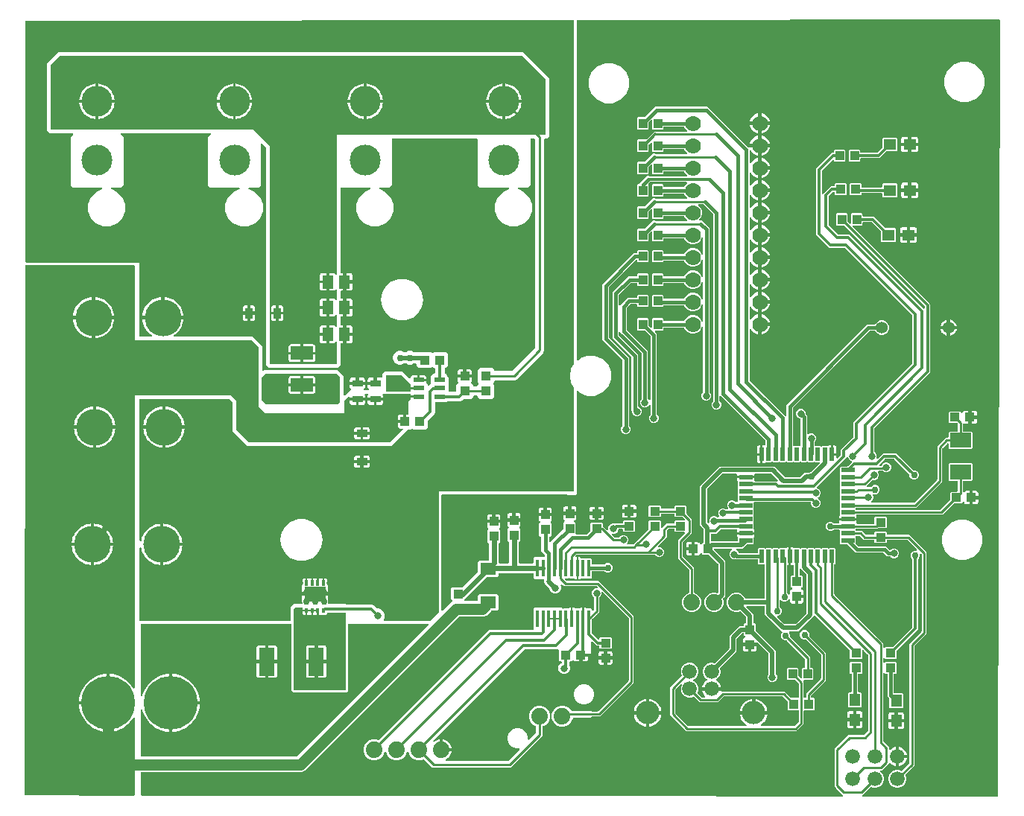
<source format=gbr>
G04 EAGLE Gerber RS-274X export*
G75*
%MOMM*%
%FSLAX34Y34*%
%LPD*%
%INTop Copper*%
%IPPOS*%
%AMOC8*
5,1,8,0,0,1.08239X$1,22.5*%
G01*
%ADD10R,1.000000X1.100000*%
%ADD11R,1.100000X1.000000*%
%ADD12C,4.191000*%
%ADD13C,1.879600*%
%ADD14C,3.500000*%
%ADD15C,6.096000*%
%ADD16R,0.406400X1.981200*%
%ADD17R,0.500000X1.500000*%
%ADD18R,1.500000X0.500000*%
%ADD19C,1.778000*%
%ADD20R,1.244600X1.397000*%
%ADD21R,1.397000X1.244600*%
%ADD22R,1.800000X1.340000*%
%ADD23R,1.200000X0.800000*%
%ADD24C,1.355600*%
%ADD25C,1.676400*%
%ADD26C,2.641600*%
%ADD27R,0.304800X0.609600*%
%ADD28R,0.304800X0.635000*%
%ADD29R,2.438400X1.778000*%
%ADD30R,2.500000X1.500000*%
%ADD31R,1.300000X1.500000*%
%ADD32R,1.250000X0.500000*%
%ADD33R,1.800000X3.200000*%
%ADD34R,2.400000X1.700000*%
%ADD35R,1.220000X0.900000*%
%ADD36R,0.900000X1.220000*%
%ADD37C,0.304800*%
%ADD38C,0.203200*%
%ADD39C,0.254000*%
%ADD40C,0.812800*%
%ADD41C,0.805600*%
%ADD42C,0.406400*%
%ADD43C,0.762000*%
%ADD44C,0.609600*%
%ADD45C,1.270000*%
%ADD46C,0.152400*%
%ADD47C,0.508000*%

G36*
X1112724Y3954D02*
X1112724Y3954D01*
X1112782Y3953D01*
X1112864Y3974D01*
X1112949Y3986D01*
X1113001Y4009D01*
X1113057Y4024D01*
X1113130Y4067D01*
X1113208Y4102D01*
X1113252Y4139D01*
X1113302Y4168D01*
X1113360Y4230D01*
X1113425Y4285D01*
X1113457Y4333D01*
X1113497Y4375D01*
X1113536Y4451D01*
X1113583Y4522D01*
X1113601Y4576D01*
X1113627Y4628D01*
X1113639Y4696D01*
X1113669Y4792D01*
X1113672Y4891D01*
X1113684Y4959D01*
X1116181Y886576D01*
X1116173Y886636D01*
X1116174Y886696D01*
X1116153Y886776D01*
X1116142Y886857D01*
X1116117Y886913D01*
X1116102Y886971D01*
X1116060Y887042D01*
X1116026Y887117D01*
X1115987Y887163D01*
X1115957Y887215D01*
X1115896Y887271D01*
X1115843Y887334D01*
X1115793Y887368D01*
X1115749Y887409D01*
X1115676Y887447D01*
X1115607Y887493D01*
X1115550Y887511D01*
X1115496Y887539D01*
X1115429Y887550D01*
X1115336Y887579D01*
X1115234Y887582D01*
X1115165Y887594D01*
X636269Y887051D01*
X636212Y887043D01*
X636154Y887044D01*
X636071Y887023D01*
X635987Y887011D01*
X635935Y886987D01*
X635879Y886972D01*
X635806Y886929D01*
X635728Y886894D01*
X635684Y886857D01*
X635634Y886827D01*
X635576Y886765D01*
X635511Y886710D01*
X635479Y886662D01*
X635440Y886620D01*
X635401Y886544D01*
X635354Y886473D01*
X635337Y886418D01*
X635310Y886367D01*
X635299Y886298D01*
X635269Y886202D01*
X635266Y886103D01*
X635255Y886036D01*
X635255Y501126D01*
X635259Y501097D01*
X635256Y501067D01*
X635279Y500956D01*
X635295Y500844D01*
X635307Y500818D01*
X635312Y500789D01*
X635365Y500688D01*
X635411Y500585D01*
X635430Y500562D01*
X635443Y500536D01*
X635521Y500454D01*
X635595Y500368D01*
X635619Y500352D01*
X635639Y500330D01*
X635737Y500273D01*
X635831Y500210D01*
X635859Y500201D01*
X635884Y500187D01*
X635994Y500159D01*
X636102Y500124D01*
X636132Y500124D01*
X636160Y500116D01*
X636273Y500120D01*
X636386Y500117D01*
X636415Y500125D01*
X636444Y500126D01*
X636552Y500160D01*
X636661Y500189D01*
X636687Y500204D01*
X636715Y500213D01*
X636779Y500259D01*
X636906Y500334D01*
X636949Y500380D01*
X636988Y500408D01*
X638560Y501980D01*
X639606Y502413D01*
X641641Y503257D01*
X646963Y505461D01*
X656057Y505461D01*
X664460Y501980D01*
X670890Y495550D01*
X674371Y487147D01*
X674371Y478053D01*
X670890Y469650D01*
X664460Y463220D01*
X656057Y459739D01*
X646963Y459739D01*
X641642Y461943D01*
X641641Y461943D01*
X639847Y462687D01*
X638560Y463220D01*
X636988Y464792D01*
X636964Y464810D01*
X636946Y464832D01*
X636851Y464895D01*
X636761Y464963D01*
X636733Y464973D01*
X636709Y464990D01*
X636601Y465024D01*
X636495Y465064D01*
X636466Y465067D01*
X636438Y465076D01*
X636325Y465078D01*
X636212Y465088D01*
X636183Y465082D01*
X636154Y465083D01*
X636044Y465054D01*
X635933Y465032D01*
X635907Y465018D01*
X635879Y465011D01*
X635782Y464953D01*
X635681Y464901D01*
X635659Y464881D01*
X635634Y464866D01*
X635557Y464783D01*
X635475Y464705D01*
X635460Y464680D01*
X635440Y464658D01*
X635388Y464558D01*
X635331Y464460D01*
X635324Y464431D01*
X635310Y464405D01*
X635297Y464328D01*
X635261Y464184D01*
X635263Y464122D01*
X635255Y464074D01*
X635255Y348670D01*
X633295Y346709D01*
X624585Y346709D01*
X624585Y346710D01*
X624577Y346768D01*
X624579Y346826D01*
X624557Y346908D01*
X624545Y346992D01*
X624522Y347045D01*
X624507Y347101D01*
X624464Y347174D01*
X624429Y347251D01*
X624391Y347296D01*
X624362Y347346D01*
X624300Y347404D01*
X624246Y347468D01*
X624197Y347500D01*
X624154Y347540D01*
X624079Y347579D01*
X624009Y347626D01*
X623953Y347643D01*
X623901Y347670D01*
X623833Y347681D01*
X623738Y347711D01*
X623638Y347714D01*
X623570Y347725D01*
X482600Y347725D01*
X482542Y347717D01*
X482484Y347719D01*
X482402Y347697D01*
X482319Y347685D01*
X482265Y347662D01*
X482209Y347647D01*
X482136Y347604D01*
X482059Y347569D01*
X482014Y347531D01*
X481964Y347502D01*
X481906Y347440D01*
X481842Y347386D01*
X481810Y347337D01*
X481770Y347294D01*
X481731Y347219D01*
X481685Y347149D01*
X481667Y347093D01*
X481640Y347041D01*
X481629Y346973D01*
X481599Y346878D01*
X481596Y346778D01*
X481585Y346710D01*
X481585Y216329D01*
X481589Y216300D01*
X481586Y216271D01*
X481609Y216160D01*
X481625Y216048D01*
X481637Y216021D01*
X481642Y215992D01*
X481695Y215892D01*
X481741Y215788D01*
X481760Y215766D01*
X481773Y215740D01*
X481851Y215658D01*
X481925Y215571D01*
X481949Y215555D01*
X481969Y215534D01*
X482067Y215477D01*
X482161Y215414D01*
X482189Y215405D01*
X482214Y215390D01*
X482324Y215362D01*
X482432Y215328D01*
X482462Y215327D01*
X482490Y215320D01*
X482603Y215324D01*
X482716Y215321D01*
X482745Y215328D01*
X482774Y215329D01*
X482882Y215364D01*
X482991Y215392D01*
X483017Y215407D01*
X483045Y215416D01*
X483108Y215462D01*
X483236Y215538D01*
X483279Y215583D01*
X483318Y215611D01*
X492804Y225097D01*
X493483Y225379D01*
X493582Y225437D01*
X493684Y225490D01*
X493704Y225509D01*
X493728Y225523D01*
X493807Y225606D01*
X493890Y225686D01*
X493904Y225710D01*
X493923Y225730D01*
X493976Y225832D01*
X494034Y225931D01*
X494041Y225958D01*
X494053Y225982D01*
X494076Y226095D01*
X494104Y226206D01*
X494103Y226234D01*
X494108Y226261D01*
X494098Y226376D01*
X494095Y226491D01*
X494086Y226517D01*
X494084Y226545D01*
X494043Y226652D01*
X494007Y226761D01*
X493993Y226781D01*
X493982Y226810D01*
X493821Y227022D01*
X493812Y227034D01*
X492339Y228508D01*
X492339Y240612D01*
X493828Y242101D01*
X505307Y242101D01*
X505393Y242113D01*
X505481Y242116D01*
X505533Y242133D01*
X505588Y242141D01*
X505668Y242176D01*
X505751Y242203D01*
X505790Y242231D01*
X505847Y242257D01*
X505961Y242353D01*
X506024Y242398D01*
X522832Y259206D01*
X522884Y259275D01*
X522944Y259339D01*
X522970Y259389D01*
X523003Y259433D01*
X523034Y259514D01*
X523074Y259592D01*
X523082Y259640D01*
X523104Y259698D01*
X523116Y259846D01*
X523129Y259923D01*
X523129Y270892D01*
X524618Y272381D01*
X534416Y272381D01*
X534474Y272389D01*
X534532Y272387D01*
X534614Y272409D01*
X534698Y272421D01*
X534751Y272444D01*
X534807Y272459D01*
X534880Y272502D01*
X534957Y272537D01*
X535002Y272575D01*
X535052Y272604D01*
X535110Y272666D01*
X535174Y272720D01*
X535206Y272769D01*
X535246Y272812D01*
X535285Y272887D01*
X535332Y272957D01*
X535349Y273013D01*
X535376Y273065D01*
X535387Y273133D01*
X535417Y273228D01*
X535420Y273328D01*
X535431Y273396D01*
X535431Y291185D01*
X535419Y291272D01*
X535416Y291359D01*
X535399Y291412D01*
X535391Y291467D01*
X535356Y291546D01*
X535329Y291630D01*
X535301Y291669D01*
X535275Y291726D01*
X535179Y291839D01*
X535134Y291903D01*
X533479Y293558D01*
X533479Y306662D01*
X534750Y307934D01*
X534780Y307972D01*
X534816Y308005D01*
X534865Y308086D01*
X534921Y308161D01*
X534939Y308206D01*
X534964Y308248D01*
X534989Y308338D01*
X535022Y308426D01*
X535027Y308475D01*
X535039Y308522D01*
X535038Y308616D01*
X535046Y308710D01*
X535036Y308757D01*
X535036Y308806D01*
X535009Y308896D01*
X534990Y308988D01*
X534968Y309032D01*
X534954Y309078D01*
X534902Y309157D01*
X534859Y309241D01*
X534826Y309276D01*
X534799Y309317D01*
X534742Y309364D01*
X534663Y309447D01*
X534588Y309491D01*
X534540Y309531D01*
X534460Y309577D01*
X533987Y310050D01*
X533652Y310629D01*
X533479Y311276D01*
X533479Y315079D01*
X540004Y315079D01*
X540062Y315087D01*
X540120Y315085D01*
X540202Y315107D01*
X540285Y315119D01*
X540339Y315143D01*
X540395Y315157D01*
X540468Y315200D01*
X540545Y315235D01*
X540589Y315273D01*
X540640Y315303D01*
X540697Y315364D01*
X540762Y315419D01*
X540794Y315467D01*
X540834Y315510D01*
X540873Y315585D01*
X540919Y315655D01*
X540937Y315711D01*
X540964Y315763D01*
X540975Y315831D01*
X541005Y315926D01*
X541008Y316026D01*
X541019Y316094D01*
X541019Y317111D01*
X541021Y317111D01*
X541021Y316094D01*
X541028Y316044D01*
X541028Y316029D01*
X541029Y316025D01*
X541028Y315978D01*
X541049Y315896D01*
X541061Y315813D01*
X541085Y315759D01*
X541099Y315703D01*
X541142Y315630D01*
X541177Y315553D01*
X541215Y315508D01*
X541245Y315458D01*
X541306Y315400D01*
X541361Y315336D01*
X541409Y315304D01*
X541452Y315264D01*
X541527Y315225D01*
X541597Y315179D01*
X541653Y315161D01*
X541705Y315134D01*
X541773Y315123D01*
X541868Y315093D01*
X541968Y315090D01*
X542036Y315079D01*
X548561Y315079D01*
X548561Y311276D01*
X548388Y310629D01*
X548053Y310050D01*
X547580Y309577D01*
X547500Y309531D01*
X547461Y309501D01*
X547418Y309478D01*
X547350Y309413D01*
X547276Y309355D01*
X547247Y309316D01*
X547212Y309282D01*
X547165Y309201D01*
X547110Y309125D01*
X547093Y309079D01*
X547068Y309037D01*
X547045Y308946D01*
X547013Y308858D01*
X547010Y308809D01*
X546998Y308762D01*
X547001Y308668D01*
X546995Y308574D01*
X547006Y308526D01*
X547007Y308477D01*
X547036Y308388D01*
X547056Y308296D01*
X547080Y308253D01*
X547095Y308207D01*
X547138Y308146D01*
X547192Y308046D01*
X547253Y307985D01*
X547290Y307934D01*
X548561Y306662D01*
X548561Y293558D01*
X546906Y291903D01*
X546854Y291833D01*
X546794Y291769D01*
X546768Y291720D01*
X546735Y291676D01*
X546704Y291594D01*
X546664Y291516D01*
X546656Y291469D01*
X546634Y291410D01*
X546622Y291262D01*
X546609Y291185D01*
X546609Y270256D01*
X546617Y270198D01*
X546615Y270140D01*
X546637Y270058D01*
X546649Y269974D01*
X546672Y269921D01*
X546687Y269865D01*
X546730Y269792D01*
X546765Y269715D01*
X546803Y269670D01*
X546832Y269620D01*
X546894Y269562D01*
X546948Y269498D01*
X546997Y269466D01*
X547040Y269426D01*
X547115Y269387D01*
X547185Y269340D01*
X547241Y269323D01*
X547293Y269296D01*
X547361Y269285D01*
X547456Y269255D01*
X547556Y269252D01*
X547624Y269241D01*
X557276Y269241D01*
X557334Y269249D01*
X557392Y269247D01*
X557474Y269269D01*
X557558Y269281D01*
X557611Y269304D01*
X557667Y269319D01*
X557740Y269362D01*
X557817Y269397D01*
X557862Y269435D01*
X557912Y269464D01*
X557970Y269526D01*
X558034Y269580D01*
X558066Y269629D01*
X558106Y269672D01*
X558145Y269747D01*
X558192Y269817D01*
X558209Y269873D01*
X558236Y269925D01*
X558247Y269993D01*
X558277Y270088D01*
X558280Y270188D01*
X558291Y270256D01*
X558291Y292455D01*
X558279Y292542D01*
X558276Y292629D01*
X558259Y292682D01*
X558251Y292737D01*
X558216Y292816D01*
X558189Y292900D01*
X558161Y292939D01*
X558135Y292996D01*
X558039Y293109D01*
X557994Y293173D01*
X556339Y294828D01*
X556339Y307932D01*
X557610Y309204D01*
X557640Y309243D01*
X557676Y309276D01*
X557725Y309356D01*
X557781Y309431D01*
X557799Y309476D01*
X557824Y309518D01*
X557849Y309609D01*
X557883Y309696D01*
X557887Y309745D01*
X557900Y309792D01*
X557898Y309886D01*
X557906Y309980D01*
X557896Y310028D01*
X557896Y310076D01*
X557869Y310166D01*
X557850Y310258D01*
X557828Y310302D01*
X557814Y310349D01*
X557763Y310427D01*
X557719Y310511D01*
X557686Y310546D01*
X557659Y310587D01*
X557602Y310634D01*
X557523Y310717D01*
X557448Y310761D01*
X557400Y310801D01*
X557320Y310847D01*
X556847Y311320D01*
X556512Y311899D01*
X556339Y312546D01*
X556339Y316349D01*
X562864Y316349D01*
X562922Y316357D01*
X562980Y316355D01*
X563062Y316377D01*
X563145Y316389D01*
X563199Y316413D01*
X563255Y316427D01*
X563328Y316470D01*
X563405Y316505D01*
X563449Y316543D01*
X563500Y316573D01*
X563557Y316634D01*
X563622Y316689D01*
X563654Y316737D01*
X563694Y316780D01*
X563733Y316855D01*
X563779Y316925D01*
X563797Y316981D01*
X563824Y317033D01*
X563835Y317101D01*
X563865Y317196D01*
X563868Y317296D01*
X563879Y317364D01*
X563879Y318381D01*
X563881Y318381D01*
X563881Y317364D01*
X563889Y317306D01*
X563888Y317248D01*
X563909Y317166D01*
X563921Y317083D01*
X563945Y317029D01*
X563959Y316973D01*
X564002Y316900D01*
X564037Y316823D01*
X564075Y316778D01*
X564105Y316728D01*
X564166Y316670D01*
X564221Y316606D01*
X564269Y316574D01*
X564312Y316534D01*
X564387Y316495D01*
X564457Y316449D01*
X564513Y316431D01*
X564565Y316404D01*
X564633Y316393D01*
X564728Y316363D01*
X564828Y316360D01*
X564896Y316349D01*
X571421Y316349D01*
X571421Y312546D01*
X571248Y311899D01*
X570913Y311320D01*
X570440Y310847D01*
X570360Y310801D01*
X570322Y310771D01*
X570278Y310748D01*
X570210Y310683D01*
X570136Y310626D01*
X570107Y310586D01*
X570072Y310552D01*
X570025Y310471D01*
X569970Y310395D01*
X569953Y310349D01*
X569928Y310307D01*
X569905Y310216D01*
X569873Y310128D01*
X569870Y310079D01*
X569858Y310032D01*
X569861Y309938D01*
X569855Y309844D01*
X569866Y309796D01*
X569867Y309747D01*
X569896Y309658D01*
X569916Y309566D01*
X569940Y309523D01*
X569955Y309477D01*
X569998Y309416D01*
X570052Y309316D01*
X570113Y309255D01*
X570150Y309204D01*
X571421Y307932D01*
X571421Y294828D01*
X569766Y293173D01*
X569714Y293103D01*
X569654Y293039D01*
X569628Y292990D01*
X569595Y292946D01*
X569564Y292864D01*
X569524Y292786D01*
X569516Y292739D01*
X569494Y292680D01*
X569482Y292532D01*
X569469Y292455D01*
X569469Y270256D01*
X569477Y270198D01*
X569475Y270140D01*
X569497Y270058D01*
X569509Y269974D01*
X569532Y269921D01*
X569547Y269865D01*
X569590Y269792D01*
X569625Y269715D01*
X569663Y269670D01*
X569692Y269620D01*
X569754Y269562D01*
X569808Y269498D01*
X569857Y269466D01*
X569900Y269426D01*
X569975Y269387D01*
X570045Y269340D01*
X570101Y269323D01*
X570153Y269296D01*
X570221Y269285D01*
X570316Y269255D01*
X570416Y269252D01*
X570484Y269241D01*
X584922Y269241D01*
X584980Y269249D01*
X585038Y269247D01*
X585120Y269269D01*
X585204Y269281D01*
X585257Y269304D01*
X585313Y269319D01*
X585386Y269362D01*
X585463Y269397D01*
X585508Y269435D01*
X585558Y269464D01*
X585616Y269526D01*
X585680Y269580D01*
X585712Y269629D01*
X585752Y269672D01*
X585791Y269747D01*
X585838Y269817D01*
X585855Y269873D01*
X585882Y269925D01*
X585893Y269993D01*
X585923Y270088D01*
X585926Y270188D01*
X585937Y270256D01*
X585937Y274610D01*
X587426Y276099D01*
X597922Y276099D01*
X597980Y276107D01*
X598038Y276105D01*
X598120Y276127D01*
X598204Y276139D01*
X598257Y276162D01*
X598313Y276177D01*
X598386Y276220D01*
X598463Y276255D01*
X598508Y276293D01*
X598558Y276322D01*
X598616Y276384D01*
X598680Y276438D01*
X598712Y276487D01*
X598752Y276530D01*
X598791Y276605D01*
X598838Y276675D01*
X598855Y276731D01*
X598882Y276783D01*
X598893Y276851D01*
X598923Y276946D01*
X598926Y277046D01*
X598937Y277114D01*
X598937Y278095D01*
X598925Y278182D01*
X598922Y278269D01*
X598905Y278322D01*
X598897Y278377D01*
X598862Y278457D01*
X598835Y278540D01*
X598807Y278579D01*
X598781Y278636D01*
X598685Y278750D01*
X598640Y278813D01*
X594867Y282586D01*
X594867Y298674D01*
X594859Y298732D01*
X594861Y298790D01*
X594839Y298872D01*
X594827Y298956D01*
X594804Y299009D01*
X594789Y299065D01*
X594746Y299138D01*
X594711Y299215D01*
X594673Y299260D01*
X594644Y299310D01*
X594582Y299368D01*
X594528Y299432D01*
X594479Y299464D01*
X594436Y299504D01*
X594361Y299543D01*
X594291Y299590D01*
X594235Y299607D01*
X594183Y299634D01*
X594115Y299645D01*
X594020Y299675D01*
X593920Y299678D01*
X593852Y299689D01*
X593388Y299689D01*
X591899Y301178D01*
X591899Y314282D01*
X593170Y315554D01*
X593200Y315592D01*
X593236Y315625D01*
X593242Y315636D01*
X593253Y315647D01*
X593308Y315692D01*
X593404Y315787D01*
X593473Y315884D01*
X593544Y315980D01*
X593546Y315984D01*
X593548Y315987D01*
X593583Y316100D01*
X593619Y316214D01*
X593619Y316218D01*
X593620Y316222D01*
X593617Y316340D01*
X593615Y316460D01*
X593614Y316464D01*
X593614Y316468D01*
X593573Y316580D01*
X593534Y316692D01*
X593531Y316695D01*
X593530Y316699D01*
X593455Y316792D01*
X593382Y316886D01*
X593378Y316889D01*
X593376Y316891D01*
X593365Y316899D01*
X593247Y316985D01*
X592960Y317151D01*
X592880Y317197D01*
X592407Y317670D01*
X592275Y317899D01*
X592072Y318249D01*
X591899Y318896D01*
X591899Y322699D01*
X598424Y322699D01*
X598482Y322707D01*
X598540Y322705D01*
X598622Y322727D01*
X598705Y322739D01*
X598759Y322763D01*
X598815Y322777D01*
X598888Y322820D01*
X598965Y322855D01*
X599009Y322893D01*
X599060Y322923D01*
X599117Y322984D01*
X599182Y323039D01*
X599214Y323087D01*
X599254Y323130D01*
X599293Y323205D01*
X599339Y323275D01*
X599357Y323331D01*
X599384Y323383D01*
X599395Y323451D01*
X599425Y323546D01*
X599428Y323646D01*
X599439Y323714D01*
X599439Y324731D01*
X599441Y324731D01*
X599441Y323714D01*
X599449Y323656D01*
X599448Y323598D01*
X599469Y323516D01*
X599481Y323433D01*
X599505Y323379D01*
X599519Y323323D01*
X599562Y323250D01*
X599597Y323173D01*
X599635Y323128D01*
X599665Y323078D01*
X599726Y323020D01*
X599781Y322956D01*
X599829Y322924D01*
X599872Y322884D01*
X599947Y322845D01*
X600017Y322799D01*
X600073Y322781D01*
X600125Y322754D01*
X600193Y322743D01*
X600288Y322713D01*
X600388Y322710D01*
X600456Y322699D01*
X606981Y322699D01*
X606981Y318896D01*
X606808Y318249D01*
X606605Y317899D01*
X606473Y317670D01*
X606000Y317197D01*
X605920Y317151D01*
X605633Y316985D01*
X605540Y316909D01*
X605448Y316835D01*
X605446Y316832D01*
X605443Y316829D01*
X605379Y316727D01*
X605315Y316628D01*
X605314Y316625D01*
X605312Y316621D01*
X605284Y316503D01*
X605255Y316390D01*
X605256Y316386D01*
X605255Y316382D01*
X605265Y316262D01*
X605274Y316145D01*
X605276Y316141D01*
X605276Y316137D01*
X605324Y316027D01*
X605371Y315918D01*
X605374Y315915D01*
X605375Y315912D01*
X605384Y315901D01*
X605476Y315787D01*
X605572Y315692D01*
X605626Y315653D01*
X605673Y315605D01*
X605710Y315554D01*
X606981Y314282D01*
X606981Y301178D01*
X605492Y299689D01*
X605028Y299689D01*
X604970Y299681D01*
X604912Y299683D01*
X604830Y299661D01*
X604746Y299649D01*
X604693Y299626D01*
X604637Y299611D01*
X604564Y299568D01*
X604487Y299533D01*
X604442Y299495D01*
X604392Y299466D01*
X604334Y299404D01*
X604270Y299350D01*
X604238Y299301D01*
X604198Y299258D01*
X604159Y299183D01*
X604112Y299113D01*
X604095Y299057D01*
X604068Y299005D01*
X604057Y298937D01*
X604027Y298842D01*
X604024Y298742D01*
X604013Y298674D01*
X604013Y294551D01*
X604017Y294521D01*
X604014Y294492D01*
X604037Y294381D01*
X604053Y294269D01*
X604065Y294242D01*
X604070Y294214D01*
X604123Y294113D01*
X604169Y294010D01*
X604188Y293987D01*
X604201Y293961D01*
X604279Y293879D01*
X604352Y293793D01*
X604377Y293776D01*
X604397Y293755D01*
X604495Y293698D01*
X604589Y293635D01*
X604617Y293626D01*
X604642Y293611D01*
X604752Y293584D01*
X604860Y293549D01*
X604890Y293549D01*
X604918Y293541D01*
X605031Y293545D01*
X605144Y293542D01*
X605173Y293549D01*
X605202Y293550D01*
X605310Y293585D01*
X605419Y293614D01*
X605445Y293629D01*
X605473Y293638D01*
X605536Y293683D01*
X605664Y293759D01*
X605707Y293805D01*
X605746Y293833D01*
X608413Y296500D01*
X619542Y307629D01*
X619594Y307699D01*
X619654Y307762D01*
X619680Y307812D01*
X619713Y307856D01*
X619744Y307938D01*
X619784Y308016D01*
X619792Y308063D01*
X619814Y308122D01*
X619826Y308269D01*
X619839Y308347D01*
X619839Y315552D01*
X620650Y316363D01*
X621344Y317058D01*
X621413Y317153D01*
X621484Y317250D01*
X621486Y317254D01*
X621488Y317257D01*
X621523Y317370D01*
X621559Y317484D01*
X621559Y317488D01*
X621560Y317492D01*
X621557Y317611D01*
X621555Y317730D01*
X621554Y317734D01*
X621554Y317738D01*
X621513Y317850D01*
X621474Y317962D01*
X621471Y317965D01*
X621470Y317969D01*
X621395Y318063D01*
X621322Y318156D01*
X621318Y318159D01*
X621316Y318161D01*
X621304Y318169D01*
X621187Y318255D01*
X620900Y318421D01*
X620820Y318467D01*
X620347Y318940D01*
X620331Y318967D01*
X620012Y319519D01*
X619839Y320166D01*
X619839Y323969D01*
X623570Y323969D01*
X623628Y323977D01*
X623686Y323975D01*
X623768Y323997D01*
X623852Y324009D01*
X623905Y324033D01*
X623961Y324047D01*
X624034Y324090D01*
X624111Y324125D01*
X624156Y324163D01*
X624206Y324193D01*
X624264Y324254D01*
X624328Y324309D01*
X624360Y324357D01*
X624400Y324400D01*
X624439Y324475D01*
X624440Y324477D01*
X626618Y324477D01*
X626638Y324480D01*
X626657Y324478D01*
X626759Y324500D01*
X626861Y324517D01*
X626878Y324526D01*
X626898Y324530D01*
X626987Y324583D01*
X627078Y324632D01*
X627092Y324646D01*
X627109Y324656D01*
X627176Y324735D01*
X627247Y324810D01*
X627256Y324828D01*
X627269Y324843D01*
X627308Y324939D01*
X627351Y325033D01*
X627353Y325053D01*
X627361Y325071D01*
X627379Y325238D01*
X627379Y326001D01*
X627381Y326001D01*
X627381Y324984D01*
X627389Y324926D01*
X627388Y324868D01*
X627409Y324786D01*
X627421Y324703D01*
X627445Y324649D01*
X627459Y324593D01*
X627502Y324520D01*
X627537Y324443D01*
X627575Y324398D01*
X627605Y324348D01*
X627666Y324290D01*
X627721Y324226D01*
X627769Y324194D01*
X627812Y324154D01*
X627887Y324115D01*
X627957Y324069D01*
X628013Y324051D01*
X628065Y324024D01*
X628133Y324013D01*
X628228Y323983D01*
X628328Y323980D01*
X628396Y323969D01*
X634921Y323969D01*
X634921Y320166D01*
X634748Y319519D01*
X634429Y318967D01*
X634413Y318940D01*
X633940Y318467D01*
X633573Y318255D01*
X633361Y318132D01*
X632943Y318021D01*
X632934Y318017D01*
X632925Y318015D01*
X632804Y317961D01*
X632682Y317909D01*
X632674Y317903D01*
X632665Y317899D01*
X632564Y317814D01*
X632461Y317730D01*
X632456Y317722D01*
X632448Y317715D01*
X632375Y317605D01*
X632299Y317496D01*
X632296Y317487D01*
X632291Y317479D01*
X632251Y317352D01*
X632208Y317227D01*
X632208Y317217D01*
X632205Y317208D01*
X632202Y317075D01*
X632196Y316943D01*
X632198Y316933D01*
X632198Y316924D01*
X632231Y316795D01*
X632262Y316667D01*
X632267Y316658D01*
X632269Y316649D01*
X632337Y316535D01*
X632403Y316419D01*
X632410Y316413D01*
X632415Y316404D01*
X632512Y316313D01*
X632606Y316221D01*
X632615Y316216D01*
X632622Y316210D01*
X632741Y316149D01*
X632857Y316087D01*
X632866Y316085D01*
X632875Y316080D01*
X632931Y316071D01*
X632975Y316061D01*
X633905Y315132D01*
X633905Y303022D01*
X633913Y302964D01*
X633911Y302906D01*
X633933Y302824D01*
X633945Y302740D01*
X633968Y302687D01*
X633983Y302631D01*
X634026Y302558D01*
X634061Y302481D01*
X634099Y302436D01*
X634128Y302386D01*
X634190Y302328D01*
X634244Y302264D01*
X634293Y302232D01*
X634336Y302192D01*
X634411Y302153D01*
X634481Y302106D01*
X634537Y302089D01*
X634589Y302062D01*
X634657Y302051D01*
X634752Y302021D01*
X634852Y302018D01*
X634920Y302007D01*
X645806Y302007D01*
X645893Y302019D01*
X645980Y302022D01*
X646033Y302039D01*
X646088Y302047D01*
X646168Y302082D01*
X646251Y302109D01*
X646290Y302137D01*
X646347Y302163D01*
X646460Y302259D01*
X646524Y302304D01*
X650538Y306318D01*
X650590Y306388D01*
X650650Y306452D01*
X650676Y306501D01*
X650709Y306545D01*
X650740Y306627D01*
X650780Y306705D01*
X650788Y306752D01*
X650810Y306811D01*
X650822Y306958D01*
X650835Y307036D01*
X650835Y314632D01*
X651728Y315525D01*
X663992Y315525D01*
X664885Y314632D01*
X664885Y312308D01*
X664897Y312222D01*
X664900Y312134D01*
X664917Y312081D01*
X664925Y312027D01*
X664960Y311947D01*
X664987Y311864D01*
X665015Y311824D01*
X665041Y311767D01*
X665137Y311654D01*
X665182Y311590D01*
X669588Y307184D01*
X669612Y307167D01*
X669631Y307144D01*
X669725Y307081D01*
X669815Y307013D01*
X669843Y307003D01*
X669867Y306987D01*
X669975Y306952D01*
X670081Y306912D01*
X670110Y306910D01*
X670138Y306901D01*
X670252Y306898D01*
X670364Y306889D01*
X670393Y306894D01*
X670422Y306894D01*
X670532Y306922D01*
X670643Y306944D01*
X670669Y306958D01*
X670697Y306965D01*
X670795Y307023D01*
X670895Y307075D01*
X670917Y307096D01*
X670942Y307111D01*
X671019Y307193D01*
X671101Y307271D01*
X671116Y307297D01*
X671136Y307318D01*
X671188Y307419D01*
X671245Y307516D01*
X671252Y307545D01*
X671266Y307571D01*
X671279Y307648D01*
X671315Y307792D01*
X671313Y307854D01*
X671321Y307902D01*
X671321Y309722D01*
X672172Y311776D01*
X673744Y313348D01*
X675798Y314199D01*
X677767Y314199D01*
X677853Y314211D01*
X677941Y314214D01*
X677993Y314231D01*
X678048Y314239D01*
X678128Y314274D01*
X678211Y314301D01*
X678250Y314329D01*
X678308Y314355D01*
X678421Y314451D01*
X678485Y314496D01*
X678577Y314589D01*
X686650Y314589D01*
X686708Y314597D01*
X686766Y314595D01*
X686848Y314617D01*
X686932Y314629D01*
X686985Y314652D01*
X687041Y314667D01*
X687114Y314710D01*
X687191Y314745D01*
X687236Y314783D01*
X687286Y314812D01*
X687344Y314874D01*
X687408Y314928D01*
X687440Y314977D01*
X687480Y315020D01*
X687519Y315095D01*
X687566Y315165D01*
X687583Y315221D01*
X687610Y315273D01*
X687621Y315341D01*
X687651Y315436D01*
X687654Y315536D01*
X687665Y315604D01*
X687665Y317172D01*
X688558Y318065D01*
X700822Y318065D01*
X701715Y317172D01*
X701715Y305908D01*
X700822Y305015D01*
X688558Y305015D01*
X687665Y305908D01*
X687665Y307476D01*
X687657Y307534D01*
X687659Y307592D01*
X687637Y307674D01*
X687625Y307758D01*
X687602Y307811D01*
X687587Y307867D01*
X687544Y307940D01*
X687509Y308017D01*
X687471Y308062D01*
X687442Y308112D01*
X687380Y308170D01*
X687326Y308234D01*
X687277Y308266D01*
X687234Y308306D01*
X687159Y308345D01*
X687089Y308392D01*
X687033Y308409D01*
X686981Y308436D01*
X686913Y308447D01*
X686818Y308477D01*
X686718Y308480D01*
X686650Y308491D01*
X683514Y308491D01*
X683456Y308483D01*
X683398Y308485D01*
X683316Y308463D01*
X683232Y308451D01*
X683179Y308428D01*
X683123Y308413D01*
X683050Y308370D01*
X682973Y308335D01*
X682928Y308297D01*
X682878Y308268D01*
X682820Y308206D01*
X682756Y308152D01*
X682724Y308103D01*
X682684Y308060D01*
X682645Y307985D01*
X682598Y307915D01*
X682581Y307859D01*
X682554Y307807D01*
X682543Y307739D01*
X682513Y307644D01*
X682510Y307544D01*
X682505Y307513D01*
X681648Y305444D01*
X680076Y303872D01*
X678022Y303021D01*
X676202Y303021D01*
X676173Y303017D01*
X676144Y303020D01*
X676033Y302997D01*
X675921Y302981D01*
X675894Y302969D01*
X675865Y302964D01*
X675764Y302911D01*
X675661Y302865D01*
X675639Y302846D01*
X675613Y302833D01*
X675531Y302755D01*
X675444Y302682D01*
X675428Y302657D01*
X675407Y302637D01*
X675350Y302539D01*
X675287Y302445D01*
X675278Y302417D01*
X675263Y302392D01*
X675235Y302282D01*
X675201Y302174D01*
X675200Y302144D01*
X675193Y302116D01*
X675196Y302003D01*
X675194Y301890D01*
X675201Y301861D01*
X675202Y301832D01*
X675237Y301724D01*
X675265Y301615D01*
X675280Y301589D01*
X675289Y301561D01*
X675335Y301498D01*
X675411Y301370D01*
X675456Y301327D01*
X675484Y301288D01*
X677770Y299002D01*
X677840Y298950D01*
X677904Y298890D01*
X677953Y298864D01*
X677997Y298831D01*
X678079Y298800D01*
X678157Y298760D01*
X678205Y298752D01*
X678263Y298730D01*
X678411Y298718D01*
X678488Y298705D01*
X682861Y298705D01*
X682948Y298717D01*
X683035Y298720D01*
X683088Y298737D01*
X683143Y298745D01*
X683223Y298780D01*
X683306Y298807D01*
X683345Y298835D01*
X683402Y298861D01*
X683516Y298957D01*
X683579Y299002D01*
X685195Y300617D01*
X687235Y301463D01*
X689445Y301463D01*
X691485Y300617D01*
X693047Y299055D01*
X693893Y297015D01*
X693893Y294805D01*
X693047Y292765D01*
X692629Y292346D01*
X692611Y292322D01*
X692589Y292303D01*
X692526Y292209D01*
X692458Y292119D01*
X692447Y292091D01*
X692431Y292067D01*
X692397Y291959D01*
X692357Y291853D01*
X692354Y291824D01*
X692345Y291796D01*
X692342Y291682D01*
X692333Y291570D01*
X692339Y291541D01*
X692338Y291512D01*
X692367Y291402D01*
X692389Y291291D01*
X692402Y291265D01*
X692410Y291237D01*
X692468Y291139D01*
X692520Y291039D01*
X692540Y291017D01*
X692555Y290992D01*
X692638Y290915D01*
X692716Y290833D01*
X692741Y290818D01*
X692762Y290798D01*
X692863Y290746D01*
X692961Y290689D01*
X692989Y290682D01*
X693015Y290668D01*
X693093Y290655D01*
X693236Y290619D01*
X693299Y290621D01*
X693347Y290613D01*
X698600Y290613D01*
X698686Y290625D01*
X698774Y290628D01*
X698827Y290645D01*
X698881Y290653D01*
X698961Y290688D01*
X699044Y290715D01*
X699084Y290743D01*
X699141Y290769D01*
X699254Y290865D01*
X699318Y290910D01*
X701255Y292847D01*
X716578Y308170D01*
X716630Y308240D01*
X716690Y308304D01*
X716716Y308353D01*
X716749Y308397D01*
X716780Y308479D01*
X716820Y308557D01*
X716828Y308605D01*
X716850Y308663D01*
X716862Y308811D01*
X716875Y308888D01*
X716875Y317172D01*
X717768Y318065D01*
X730032Y318065D01*
X730925Y317172D01*
X730925Y310608D01*
X730929Y310579D01*
X730926Y310550D01*
X730949Y310439D01*
X730965Y310327D01*
X730977Y310300D01*
X730982Y310271D01*
X731034Y310171D01*
X731081Y310067D01*
X731100Y310045D01*
X731113Y310019D01*
X731191Y309937D01*
X731264Y309850D01*
X731289Y309834D01*
X731309Y309813D01*
X731407Y309755D01*
X731501Y309693D01*
X731529Y309684D01*
X731554Y309669D01*
X731664Y309641D01*
X731772Y309607D01*
X731802Y309606D01*
X731830Y309599D01*
X731943Y309602D01*
X732056Y309600D01*
X732085Y309607D01*
X732114Y309608D01*
X732222Y309643D01*
X732331Y309671D01*
X732357Y309686D01*
X732385Y309695D01*
X732448Y309741D01*
X732576Y309817D01*
X732619Y309862D01*
X732658Y309890D01*
X737102Y314335D01*
X745070Y314335D01*
X745128Y314343D01*
X745186Y314341D01*
X745268Y314363D01*
X745352Y314375D01*
X745405Y314398D01*
X745461Y314413D01*
X745534Y314456D01*
X745611Y314491D01*
X745656Y314529D01*
X745706Y314558D01*
X745764Y314620D01*
X745828Y314674D01*
X745860Y314723D01*
X745900Y314766D01*
X745939Y314841D01*
X745986Y314911D01*
X746003Y314967D01*
X746030Y315019D01*
X746041Y315087D01*
X746071Y315182D01*
X746074Y315282D01*
X746085Y315350D01*
X746085Y317172D01*
X746978Y318065D01*
X757182Y318065D01*
X757211Y318069D01*
X757240Y318066D01*
X757351Y318089D01*
X757463Y318105D01*
X757490Y318117D01*
X757519Y318122D01*
X757620Y318175D01*
X757723Y318221D01*
X757745Y318240D01*
X757771Y318253D01*
X757853Y318331D01*
X757940Y318404D01*
X757956Y318429D01*
X757977Y318449D01*
X758034Y318547D01*
X758097Y318641D01*
X758106Y318669D01*
X758121Y318694D01*
X758149Y318804D01*
X758183Y318912D01*
X758184Y318942D01*
X758191Y318970D01*
X758188Y319083D01*
X758190Y319196D01*
X758183Y319225D01*
X758182Y319254D01*
X758147Y319362D01*
X758119Y319471D01*
X758104Y319497D01*
X758095Y319525D01*
X758049Y319588D01*
X757973Y319716D01*
X757928Y319759D01*
X757900Y319798D01*
X755980Y321718D01*
X755910Y321770D01*
X755846Y321830D01*
X755797Y321856D01*
X755753Y321889D01*
X755671Y321920D01*
X755593Y321960D01*
X755545Y321968D01*
X755487Y321990D01*
X755339Y322002D01*
X755262Y322015D01*
X746978Y322015D01*
X746085Y322908D01*
X746085Y324730D01*
X746077Y324788D01*
X746079Y324846D01*
X746057Y324928D01*
X746045Y325012D01*
X746022Y325065D01*
X746007Y325121D01*
X745964Y325194D01*
X745929Y325271D01*
X745891Y325316D01*
X745862Y325366D01*
X745800Y325424D01*
X745746Y325488D01*
X745697Y325520D01*
X745654Y325560D01*
X745579Y325599D01*
X745509Y325646D01*
X745453Y325663D01*
X745401Y325690D01*
X745333Y325701D01*
X745238Y325731D01*
X745138Y325734D01*
X745070Y325745D01*
X731940Y325745D01*
X731882Y325737D01*
X731824Y325739D01*
X731742Y325717D01*
X731658Y325705D01*
X731605Y325682D01*
X731549Y325667D01*
X731476Y325624D01*
X731399Y325589D01*
X731354Y325551D01*
X731304Y325522D01*
X731246Y325460D01*
X731182Y325406D01*
X731150Y325357D01*
X731110Y325314D01*
X731071Y325239D01*
X731024Y325169D01*
X731007Y325113D01*
X730980Y325061D01*
X730969Y324993D01*
X730939Y324898D01*
X730936Y324798D01*
X730925Y324730D01*
X730925Y322908D01*
X730032Y322015D01*
X717768Y322015D01*
X716875Y322908D01*
X716875Y334172D01*
X717768Y335065D01*
X730032Y335065D01*
X730925Y334172D01*
X730925Y332350D01*
X730933Y332292D01*
X730931Y332234D01*
X730953Y332152D01*
X730965Y332068D01*
X730988Y332015D01*
X731003Y331959D01*
X731046Y331886D01*
X731081Y331809D01*
X731119Y331764D01*
X731148Y331714D01*
X731210Y331656D01*
X731264Y331592D01*
X731313Y331560D01*
X731356Y331520D01*
X731431Y331481D01*
X731501Y331434D01*
X731557Y331417D01*
X731609Y331390D01*
X731677Y331379D01*
X731772Y331349D01*
X731872Y331346D01*
X731940Y331335D01*
X745070Y331335D01*
X745128Y331343D01*
X745186Y331341D01*
X745268Y331363D01*
X745352Y331375D01*
X745405Y331398D01*
X745461Y331413D01*
X745534Y331456D01*
X745611Y331491D01*
X745656Y331529D01*
X745706Y331558D01*
X745764Y331620D01*
X745828Y331674D01*
X745860Y331723D01*
X745900Y331766D01*
X745939Y331841D01*
X745986Y331911D01*
X746003Y331967D01*
X746030Y332019D01*
X746041Y332087D01*
X746071Y332182D01*
X746074Y332282D01*
X746085Y332350D01*
X746085Y334172D01*
X746978Y335065D01*
X759242Y335065D01*
X760135Y334172D01*
X760135Y325888D01*
X760147Y325802D01*
X760150Y325714D01*
X760167Y325661D01*
X760175Y325607D01*
X760210Y325527D01*
X760237Y325444D01*
X760265Y325404D01*
X760291Y325347D01*
X760387Y325234D01*
X760432Y325170D01*
X766065Y319538D01*
X766065Y303642D01*
X756202Y293780D01*
X756150Y293710D01*
X756090Y293646D01*
X756064Y293597D01*
X756031Y293553D01*
X756000Y293471D01*
X755960Y293393D01*
X755952Y293345D01*
X755930Y293287D01*
X755918Y293139D01*
X755905Y293062D01*
X755905Y277168D01*
X755917Y277082D01*
X755920Y276994D01*
X755937Y276941D01*
X755945Y276887D01*
X755980Y276807D01*
X756007Y276724D01*
X756035Y276684D01*
X756061Y276627D01*
X756157Y276514D01*
X756202Y276450D01*
X768605Y264048D01*
X768605Y236133D01*
X768605Y236132D01*
X768605Y236130D01*
X768625Y235990D01*
X768645Y235852D01*
X768645Y235850D01*
X768645Y235849D01*
X768702Y235723D01*
X768761Y235593D01*
X768762Y235591D01*
X768763Y235590D01*
X768854Y235483D01*
X768944Y235376D01*
X768946Y235375D01*
X768947Y235373D01*
X768960Y235365D01*
X769181Y235218D01*
X769210Y235209D01*
X769231Y235195D01*
X771997Y234050D01*
X775070Y230977D01*
X776733Y226963D01*
X776733Y222617D01*
X775070Y218603D01*
X771997Y215530D01*
X767983Y213867D01*
X763637Y213867D01*
X759623Y215530D01*
X756550Y218603D01*
X754887Y222617D01*
X754887Y226963D01*
X756550Y230977D01*
X759623Y234050D01*
X762389Y235195D01*
X762390Y235196D01*
X762391Y235197D01*
X762512Y235268D01*
X762633Y235340D01*
X762634Y235341D01*
X762636Y235342D01*
X762733Y235446D01*
X762829Y235547D01*
X762829Y235548D01*
X762830Y235549D01*
X762895Y235675D01*
X762959Y235799D01*
X762959Y235801D01*
X762960Y235802D01*
X762962Y235817D01*
X763014Y236078D01*
X763011Y236109D01*
X763015Y236133D01*
X763015Y261312D01*
X763003Y261398D01*
X763000Y261486D01*
X762983Y261539D01*
X762975Y261593D01*
X762940Y261673D01*
X762913Y261756D01*
X762885Y261796D01*
X762859Y261853D01*
X762763Y261966D01*
X762718Y262030D01*
X750315Y274432D01*
X750315Y295798D01*
X752250Y297732D01*
X757800Y303282D01*
X757817Y303306D01*
X757840Y303325D01*
X757903Y303419D01*
X757971Y303509D01*
X757981Y303537D01*
X757997Y303561D01*
X758032Y303669D01*
X758072Y303775D01*
X758074Y303804D01*
X758083Y303832D01*
X758086Y303946D01*
X758095Y304058D01*
X758090Y304087D01*
X758090Y304116D01*
X758062Y304226D01*
X758040Y304337D01*
X758026Y304363D01*
X758019Y304391D01*
X757961Y304489D01*
X757909Y304589D01*
X757888Y304611D01*
X757873Y304636D01*
X757791Y304713D01*
X757713Y304795D01*
X757687Y304810D01*
X757666Y304830D01*
X757565Y304882D01*
X757468Y304939D01*
X757439Y304946D01*
X757413Y304960D01*
X757336Y304973D01*
X757192Y305009D01*
X757130Y305007D01*
X757082Y305015D01*
X746978Y305015D01*
X746085Y305908D01*
X746085Y307730D01*
X746077Y307788D01*
X746079Y307846D01*
X746057Y307928D01*
X746045Y308012D01*
X746022Y308065D01*
X746007Y308121D01*
X745964Y308194D01*
X745929Y308271D01*
X745891Y308316D01*
X745862Y308366D01*
X745800Y308424D01*
X745746Y308488D01*
X745697Y308520D01*
X745654Y308560D01*
X745579Y308599D01*
X745509Y308646D01*
X745453Y308663D01*
X745401Y308690D01*
X745333Y308701D01*
X745238Y308731D01*
X745138Y308734D01*
X745070Y308745D01*
X739838Y308745D01*
X739752Y308733D01*
X739664Y308730D01*
X739611Y308713D01*
X739557Y308705D01*
X739477Y308670D01*
X739394Y308643D01*
X739354Y308615D01*
X739297Y308589D01*
X739184Y308493D01*
X739120Y308448D01*
X737826Y307154D01*
X737774Y307084D01*
X737714Y307020D01*
X737688Y306971D01*
X737655Y306927D01*
X737624Y306845D01*
X737584Y306767D01*
X737576Y306719D01*
X737554Y306661D01*
X737542Y306513D01*
X737529Y306436D01*
X737529Y299145D01*
X727610Y289226D01*
X727592Y289202D01*
X727570Y289183D01*
X727507Y289089D01*
X727439Y288999D01*
X727428Y288971D01*
X727412Y288947D01*
X727378Y288839D01*
X727337Y288733D01*
X727335Y288704D01*
X727326Y288676D01*
X727323Y288562D01*
X727314Y288450D01*
X727320Y288421D01*
X727319Y288392D01*
X727347Y288282D01*
X727370Y288171D01*
X727383Y288145D01*
X727391Y288117D01*
X727449Y288019D01*
X727501Y287919D01*
X727521Y287897D01*
X727536Y287872D01*
X727618Y287795D01*
X727697Y287713D01*
X727722Y287698D01*
X727743Y287678D01*
X727844Y287626D01*
X727942Y287569D01*
X727970Y287562D01*
X727996Y287548D01*
X728074Y287535D01*
X728217Y287499D01*
X728280Y287501D01*
X728327Y287493D01*
X730085Y287493D01*
X732125Y286647D01*
X733687Y285085D01*
X734533Y283045D01*
X734533Y280835D01*
X733687Y278795D01*
X732125Y277233D01*
X730085Y276387D01*
X727875Y276387D01*
X725835Y277233D01*
X724219Y278848D01*
X724150Y278900D01*
X724086Y278960D01*
X724036Y278986D01*
X723992Y279019D01*
X723910Y279050D01*
X723832Y279090D01*
X723785Y279098D01*
X723726Y279120D01*
X723579Y279132D01*
X723501Y279145D01*
X635308Y279145D01*
X635222Y279133D01*
X635134Y279130D01*
X635081Y279113D01*
X635027Y279105D01*
X634947Y279070D01*
X634864Y279043D01*
X634824Y279015D01*
X634767Y278989D01*
X634654Y278893D01*
X634590Y278848D01*
X633574Y277832D01*
X633557Y277808D01*
X633534Y277789D01*
X633471Y277695D01*
X633403Y277605D01*
X633393Y277577D01*
X633377Y277553D01*
X633342Y277445D01*
X633302Y277339D01*
X633300Y277310D01*
X633291Y277282D01*
X633288Y277168D01*
X633279Y277056D01*
X633284Y277027D01*
X633284Y276998D01*
X633312Y276888D01*
X633334Y276777D01*
X633348Y276751D01*
X633355Y276723D01*
X633413Y276625D01*
X633465Y276525D01*
X633486Y276503D01*
X633501Y276478D01*
X633583Y276401D01*
X633661Y276319D01*
X633686Y276304D01*
X633708Y276284D01*
X633809Y276232D01*
X633906Y276175D01*
X633935Y276168D01*
X633961Y276154D01*
X634038Y276141D01*
X634182Y276105D01*
X634244Y276107D01*
X634292Y276099D01*
X634995Y276099D01*
X634995Y263652D01*
X634995Y251205D01*
X633644Y251205D01*
X632997Y251378D01*
X632418Y251713D01*
X632207Y251924D01*
X632137Y251976D01*
X632073Y252036D01*
X632024Y252062D01*
X631980Y252095D01*
X631898Y252126D01*
X631820Y252166D01*
X631773Y252174D01*
X631714Y252196D01*
X631566Y252208D01*
X631489Y252221D01*
X626803Y252221D01*
X626751Y252261D01*
X626696Y252282D01*
X626646Y252311D01*
X626564Y252332D01*
X626485Y252362D01*
X626427Y252367D01*
X626370Y252381D01*
X626286Y252378D01*
X626202Y252386D01*
X626144Y252374D01*
X626086Y252372D01*
X626006Y252346D01*
X625923Y252330D01*
X625871Y252303D01*
X625815Y252285D01*
X625759Y252245D01*
X625714Y252221D01*
X622862Y252221D01*
X622833Y252217D01*
X622804Y252220D01*
X622693Y252197D01*
X622581Y252181D01*
X622554Y252169D01*
X622525Y252164D01*
X622424Y252111D01*
X622321Y252065D01*
X622299Y252046D01*
X622273Y252033D01*
X622191Y251955D01*
X622104Y251882D01*
X622088Y251857D01*
X622067Y251837D01*
X622009Y251739D01*
X621947Y251645D01*
X621938Y251617D01*
X621923Y251592D01*
X621895Y251482D01*
X621861Y251374D01*
X621860Y251344D01*
X621853Y251316D01*
X621856Y251203D01*
X621854Y251090D01*
X621861Y251061D01*
X621862Y251032D01*
X621897Y250924D01*
X621925Y250815D01*
X621940Y250789D01*
X621949Y250761D01*
X621995Y250697D01*
X622071Y250570D01*
X622116Y250527D01*
X622144Y250488D01*
X623160Y249472D01*
X623230Y249420D01*
X623294Y249360D01*
X623343Y249334D01*
X623387Y249301D01*
X623469Y249270D01*
X623547Y249230D01*
X623595Y249222D01*
X623653Y249200D01*
X623801Y249188D01*
X623878Y249175D01*
X660288Y249175D01*
X662222Y247240D01*
X698090Y211372D01*
X700025Y209438D01*
X700025Y133462D01*
X661558Y94995D01*
X652780Y94995D01*
X652722Y94987D01*
X652664Y94989D01*
X652582Y94967D01*
X652499Y94955D01*
X652445Y94932D01*
X652389Y94917D01*
X652316Y94874D01*
X652239Y94839D01*
X652194Y94801D01*
X652144Y94772D01*
X652086Y94710D01*
X652022Y94656D01*
X651990Y94607D01*
X651950Y94564D01*
X651911Y94489D01*
X651865Y94419D01*
X651847Y94363D01*
X651820Y94311D01*
X651809Y94243D01*
X651779Y94148D01*
X651776Y94048D01*
X651765Y93980D01*
X651765Y93979D01*
X631774Y93979D01*
X631716Y93971D01*
X631658Y93973D01*
X631576Y93951D01*
X631493Y93939D01*
X631439Y93916D01*
X631383Y93901D01*
X631310Y93858D01*
X631233Y93823D01*
X631189Y93785D01*
X631138Y93756D01*
X631081Y93694D01*
X631016Y93640D01*
X630984Y93591D01*
X630944Y93548D01*
X630905Y93473D01*
X630859Y93403D01*
X630841Y93347D01*
X630814Y93295D01*
X630803Y93227D01*
X630773Y93132D01*
X630770Y93032D01*
X630759Y92964D01*
X630759Y92875D01*
X628941Y88487D01*
X625583Y85129D01*
X621195Y83311D01*
X616445Y83311D01*
X612057Y85129D01*
X608699Y88487D01*
X606881Y92875D01*
X606881Y97625D01*
X608699Y102013D01*
X612057Y105371D01*
X616445Y107189D01*
X621195Y107189D01*
X625583Y105371D01*
X629056Y101898D01*
X629126Y101846D01*
X629190Y101786D01*
X629239Y101760D01*
X629283Y101727D01*
X629365Y101696D01*
X629443Y101656D01*
X629490Y101648D01*
X629549Y101626D01*
X629697Y101614D01*
X629774Y101601D01*
X651765Y101601D01*
X651765Y101600D01*
X651773Y101542D01*
X651771Y101484D01*
X651793Y101402D01*
X651805Y101318D01*
X651829Y101265D01*
X651843Y101209D01*
X651886Y101136D01*
X651921Y101059D01*
X651959Y101014D01*
X651989Y100964D01*
X652050Y100906D01*
X652105Y100842D01*
X652153Y100810D01*
X652196Y100770D01*
X652271Y100731D01*
X652341Y100684D01*
X652397Y100667D01*
X652449Y100640D01*
X652517Y100629D01*
X652612Y100599D01*
X652712Y100596D01*
X652780Y100585D01*
X658822Y100585D01*
X658908Y100597D01*
X658996Y100600D01*
X659049Y100617D01*
X659103Y100625D01*
X659183Y100660D01*
X659266Y100687D01*
X659306Y100715D01*
X659363Y100741D01*
X659476Y100837D01*
X659540Y100882D01*
X694138Y135480D01*
X694190Y135550D01*
X694250Y135614D01*
X694276Y135663D01*
X694309Y135707D01*
X694340Y135789D01*
X694380Y135867D01*
X694388Y135915D01*
X694410Y135973D01*
X694422Y136121D01*
X694435Y136198D01*
X694435Y206702D01*
X694423Y206788D01*
X694420Y206876D01*
X694403Y206929D01*
X694395Y206983D01*
X694360Y207063D01*
X694333Y207146D01*
X694305Y207186D01*
X694279Y207243D01*
X694183Y207356D01*
X694138Y207420D01*
X665146Y236412D01*
X665122Y236429D01*
X665103Y236452D01*
X665009Y236515D01*
X664919Y236583D01*
X664891Y236593D01*
X664867Y236609D01*
X664759Y236644D01*
X664653Y236684D01*
X664624Y236686D01*
X664596Y236695D01*
X664482Y236698D01*
X664370Y236707D01*
X664341Y236702D01*
X664312Y236702D01*
X664202Y236674D01*
X664091Y236652D01*
X664065Y236638D01*
X664037Y236631D01*
X663939Y236573D01*
X663839Y236521D01*
X663817Y236500D01*
X663792Y236485D01*
X663715Y236403D01*
X663633Y236325D01*
X663618Y236299D01*
X663598Y236278D01*
X663546Y236177D01*
X663489Y236080D01*
X663482Y236051D01*
X663468Y236025D01*
X663455Y235948D01*
X663419Y235804D01*
X663421Y235742D01*
X663413Y235694D01*
X663413Y234317D01*
X662567Y232277D01*
X660952Y230661D01*
X660900Y230592D01*
X660840Y230528D01*
X660814Y230478D01*
X660781Y230434D01*
X660750Y230352D01*
X660710Y230274D01*
X660702Y230227D01*
X660680Y230168D01*
X660668Y230021D01*
X660655Y229943D01*
X660655Y213940D01*
X652864Y206150D01*
X652812Y206080D01*
X652752Y206016D01*
X652726Y205967D01*
X652693Y205923D01*
X652662Y205841D01*
X652622Y205763D01*
X652614Y205715D01*
X652592Y205657D01*
X652580Y205509D01*
X652567Y205432D01*
X652567Y195710D01*
X652356Y195500D01*
X652348Y195490D01*
X652347Y195489D01*
X652344Y195484D01*
X652303Y195430D01*
X652244Y195366D01*
X652218Y195317D01*
X652185Y195273D01*
X652154Y195191D01*
X652114Y195113D01*
X652106Y195065D01*
X652084Y195007D01*
X652072Y194859D01*
X652059Y194782D01*
X652059Y190483D01*
X652071Y190397D01*
X652074Y190309D01*
X652091Y190257D01*
X652099Y190202D01*
X652134Y190122D01*
X652161Y190039D01*
X652189Y190000D01*
X652215Y189942D01*
X652311Y189829D01*
X652356Y189766D01*
X659262Y182859D01*
X659286Y182842D01*
X659305Y182819D01*
X659399Y182757D01*
X659489Y182689D01*
X659517Y182678D01*
X659541Y182662D01*
X659649Y182628D01*
X659755Y182587D01*
X659784Y182585D01*
X659812Y182576D01*
X659926Y182573D01*
X660038Y182564D01*
X660067Y182569D01*
X660096Y182569D01*
X660206Y182597D01*
X660317Y182620D01*
X660343Y182633D01*
X660371Y182641D01*
X660469Y182698D01*
X660569Y182751D01*
X660591Y182771D01*
X660616Y182786D01*
X660693Y182868D01*
X660775Y182946D01*
X660790Y182972D01*
X660810Y182993D01*
X660862Y183094D01*
X660919Y183192D01*
X660926Y183220D01*
X660940Y183246D01*
X660953Y183324D01*
X660989Y183467D01*
X660987Y183530D01*
X660995Y183577D01*
X660995Y184312D01*
X661888Y185205D01*
X674152Y185205D01*
X675045Y184312D01*
X675045Y173048D01*
X674152Y172155D01*
X661888Y172155D01*
X660995Y173048D01*
X660995Y174616D01*
X660987Y174674D01*
X660989Y174732D01*
X660967Y174814D01*
X660955Y174898D01*
X660932Y174951D01*
X660917Y175007D01*
X660874Y175080D01*
X660839Y175157D01*
X660801Y175202D01*
X660772Y175252D01*
X660710Y175310D01*
X660656Y175374D01*
X660607Y175406D01*
X660564Y175446D01*
X660489Y175485D01*
X660419Y175532D01*
X660363Y175549D01*
X660311Y175576D01*
X660243Y175587D01*
X660148Y175617D01*
X660048Y175620D01*
X659980Y175631D01*
X657867Y175631D01*
X653498Y180001D01*
X653474Y180018D01*
X653456Y180041D01*
X653361Y180103D01*
X653271Y180171D01*
X653243Y180182D01*
X653219Y180198D01*
X653111Y180232D01*
X653005Y180273D01*
X652976Y180275D01*
X652948Y180284D01*
X652834Y180287D01*
X652722Y180296D01*
X652693Y180290D01*
X652664Y180291D01*
X652554Y180263D01*
X652443Y180240D01*
X652417Y180227D01*
X652389Y180219D01*
X652291Y180162D01*
X652191Y180109D01*
X652169Y180089D01*
X652144Y180074D01*
X652067Y179992D01*
X651985Y179914D01*
X651970Y179888D01*
X651950Y179867D01*
X651898Y179766D01*
X651841Y179668D01*
X651834Y179640D01*
X651820Y179614D01*
X651807Y179536D01*
X651771Y179393D01*
X651773Y179330D01*
X651765Y179283D01*
X651765Y166115D01*
X640706Y166115D01*
X640648Y166107D01*
X640590Y166109D01*
X640508Y166087D01*
X640425Y166075D01*
X640371Y166052D01*
X640315Y166037D01*
X640242Y165994D01*
X640165Y165959D01*
X640121Y165921D01*
X640070Y165892D01*
X640013Y165830D01*
X639948Y165776D01*
X639916Y165727D01*
X639876Y165684D01*
X639837Y165609D01*
X639791Y165539D01*
X639773Y165483D01*
X639746Y165431D01*
X639735Y165363D01*
X639705Y165268D01*
X639702Y165168D01*
X639691Y165100D01*
X639691Y165099D01*
X638674Y165099D01*
X638616Y165091D01*
X638558Y165092D01*
X638476Y165071D01*
X638393Y165059D01*
X638339Y165035D01*
X638283Y165021D01*
X638210Y164978D01*
X638133Y164943D01*
X638088Y164905D01*
X638038Y164875D01*
X637980Y164814D01*
X637916Y164759D01*
X637884Y164711D01*
X637844Y164668D01*
X637805Y164593D01*
X637759Y164523D01*
X637741Y164467D01*
X637714Y164415D01*
X637703Y164347D01*
X637673Y164252D01*
X637670Y164152D01*
X637659Y164084D01*
X637659Y157559D01*
X633856Y157559D01*
X633209Y157732D01*
X632630Y158067D01*
X632157Y158540D01*
X632111Y158620D01*
X632081Y158659D01*
X632058Y158702D01*
X631993Y158770D01*
X631935Y158844D01*
X631896Y158873D01*
X631862Y158908D01*
X631781Y158955D01*
X631705Y159010D01*
X631659Y159027D01*
X631617Y159052D01*
X631526Y159075D01*
X631438Y159107D01*
X631389Y159110D01*
X631342Y159122D01*
X631248Y159119D01*
X631154Y159125D01*
X631106Y159114D01*
X631057Y159113D01*
X630968Y159084D01*
X630876Y159064D01*
X630833Y159040D01*
X630787Y159025D01*
X630726Y158982D01*
X630626Y158928D01*
X630565Y158867D01*
X630514Y158830D01*
X629242Y157559D01*
X627770Y157559D01*
X627712Y157551D01*
X627654Y157553D01*
X627572Y157531D01*
X627488Y157519D01*
X627435Y157496D01*
X627379Y157481D01*
X627306Y157438D01*
X627229Y157403D01*
X627184Y157365D01*
X627134Y157336D01*
X627076Y157274D01*
X627012Y157220D01*
X626980Y157171D01*
X626940Y157128D01*
X626901Y157053D01*
X626854Y156983D01*
X626837Y156927D01*
X626810Y156875D01*
X626799Y156807D01*
X626769Y156712D01*
X626766Y156612D01*
X626755Y156544D01*
X626755Y153406D01*
X626759Y153376D01*
X626757Y153345D01*
X626774Y153268D01*
X626795Y153125D01*
X626821Y153066D01*
X626832Y153018D01*
X627599Y151167D01*
X627599Y148553D01*
X626599Y146139D01*
X624751Y144291D01*
X622337Y143291D01*
X619723Y143291D01*
X617309Y144291D01*
X615461Y146139D01*
X614461Y148553D01*
X614461Y151167D01*
X615461Y153581D01*
X617309Y155429D01*
X617737Y155606D01*
X617811Y155650D01*
X617890Y155685D01*
X617933Y155722D01*
X617982Y155751D01*
X618041Y155813D01*
X618107Y155869D01*
X618138Y155916D01*
X618177Y155957D01*
X618217Y156034D01*
X618264Y156105D01*
X618281Y156159D01*
X618308Y156210D01*
X618324Y156294D01*
X618350Y156376D01*
X618352Y156433D01*
X618363Y156489D01*
X618355Y156574D01*
X618357Y156660D01*
X618343Y156715D01*
X618338Y156772D01*
X618307Y156852D01*
X618286Y156935D01*
X618257Y156984D01*
X618236Y157037D01*
X618184Y157106D01*
X618140Y157180D01*
X618099Y157219D01*
X618064Y157264D01*
X617996Y157316D01*
X617933Y157374D01*
X617882Y157400D01*
X617837Y157434D01*
X617756Y157465D01*
X617680Y157504D01*
X617631Y157512D01*
X617571Y157535D01*
X617426Y157546D01*
X617349Y157559D01*
X616138Y157559D01*
X614649Y159048D01*
X614649Y170840D01*
X614645Y170869D01*
X614648Y170898D01*
X614625Y171009D01*
X614609Y171121D01*
X614597Y171148D01*
X614592Y171177D01*
X614540Y171277D01*
X614493Y171381D01*
X614474Y171403D01*
X614461Y171429D01*
X614383Y171511D01*
X614310Y171598D01*
X614285Y171614D01*
X614265Y171635D01*
X614167Y171693D01*
X614073Y171755D01*
X614045Y171764D01*
X614020Y171779D01*
X613910Y171807D01*
X613802Y171841D01*
X613773Y171842D01*
X613744Y171849D01*
X613631Y171846D01*
X613518Y171848D01*
X613489Y171841D01*
X613460Y171840D01*
X613352Y171805D01*
X613243Y171777D01*
X613217Y171762D01*
X613189Y171753D01*
X613125Y171707D01*
X613119Y171703D01*
X576652Y171703D01*
X576566Y171691D01*
X576478Y171688D01*
X576426Y171671D01*
X576371Y171663D01*
X576291Y171628D01*
X576208Y171601D01*
X576168Y171573D01*
X576111Y171547D01*
X575998Y171451D01*
X575934Y171406D01*
X472553Y68025D01*
X472515Y67974D01*
X472470Y67930D01*
X472430Y67861D01*
X472382Y67797D01*
X472360Y67739D01*
X472328Y67684D01*
X472309Y67606D01*
X472281Y67532D01*
X472276Y67469D01*
X472261Y67408D01*
X472264Y67328D01*
X472257Y67248D01*
X472270Y67187D01*
X472272Y67124D01*
X472297Y67048D01*
X472313Y66970D01*
X472342Y66914D01*
X472362Y66854D01*
X472407Y66788D01*
X472444Y66717D01*
X472488Y66672D01*
X472523Y66620D01*
X472585Y66569D01*
X472640Y66511D01*
X472694Y66479D01*
X472743Y66439D01*
X472816Y66408D01*
X472885Y66367D01*
X472946Y66352D01*
X473004Y66327D01*
X473084Y66317D01*
X473161Y66297D01*
X473224Y66299D01*
X473286Y66292D01*
X473365Y66304D01*
X473445Y66306D01*
X473505Y66326D01*
X473567Y66336D01*
X473627Y66365D01*
X473715Y66394D01*
X473788Y66446D01*
X473868Y66485D01*
X475073Y67361D01*
X476747Y68214D01*
X478534Y68795D01*
X479299Y68916D01*
X479299Y58166D01*
X479307Y58108D01*
X479305Y58050D01*
X479327Y57968D01*
X479339Y57885D01*
X479363Y57831D01*
X479377Y57775D01*
X479420Y57702D01*
X479455Y57625D01*
X479493Y57581D01*
X479523Y57530D01*
X479584Y57473D01*
X479639Y57408D01*
X479687Y57376D01*
X479730Y57336D01*
X479805Y57297D01*
X479875Y57251D01*
X479931Y57233D01*
X479983Y57206D01*
X480051Y57195D01*
X480146Y57165D01*
X480246Y57162D01*
X480314Y57151D01*
X481331Y57151D01*
X481331Y56134D01*
X481339Y56076D01*
X481338Y56018D01*
X481359Y55936D01*
X481371Y55853D01*
X481395Y55799D01*
X481409Y55743D01*
X481452Y55670D01*
X481487Y55593D01*
X481525Y55548D01*
X481555Y55498D01*
X481616Y55440D01*
X481671Y55376D01*
X481719Y55344D01*
X481762Y55304D01*
X481837Y55265D01*
X481907Y55219D01*
X481963Y55201D01*
X482015Y55174D01*
X482083Y55163D01*
X482178Y55133D01*
X482278Y55130D01*
X482346Y55119D01*
X493096Y55119D01*
X492975Y54354D01*
X492394Y52567D01*
X491541Y50893D01*
X490436Y49372D01*
X489108Y48044D01*
X487587Y46939D01*
X486471Y46371D01*
X486434Y46344D01*
X486391Y46325D01*
X486318Y46263D01*
X486239Y46207D01*
X486210Y46171D01*
X486174Y46141D01*
X486121Y46061D01*
X486060Y45986D01*
X486043Y45943D01*
X486017Y45905D01*
X485988Y45813D01*
X485950Y45724D01*
X485945Y45678D01*
X485931Y45634D01*
X485929Y45537D01*
X485917Y45441D01*
X485925Y45396D01*
X485924Y45350D01*
X485948Y45256D01*
X485964Y45161D01*
X485984Y45119D01*
X485996Y45075D01*
X486045Y44992D01*
X486087Y44904D01*
X486117Y44870D01*
X486141Y44830D01*
X486211Y44764D01*
X486275Y44692D01*
X486314Y44667D01*
X486348Y44636D01*
X486434Y44592D01*
X486516Y44540D01*
X486560Y44527D01*
X486601Y44506D01*
X486676Y44494D01*
X486789Y44461D01*
X486872Y44461D01*
X486932Y44451D01*
X556801Y44451D01*
X556888Y44463D01*
X556975Y44466D01*
X557028Y44483D01*
X557083Y44491D01*
X557162Y44526D01*
X557246Y44553D01*
X557285Y44581D01*
X557342Y44607D01*
X557455Y44703D01*
X557519Y44748D01*
X570045Y57274D01*
X570063Y57298D01*
X570085Y57317D01*
X570148Y57411D01*
X570216Y57501D01*
X570226Y57529D01*
X570243Y57553D01*
X570277Y57661D01*
X570317Y57767D01*
X570320Y57796D01*
X570328Y57824D01*
X570331Y57938D01*
X570341Y58050D01*
X570335Y58079D01*
X570336Y58108D01*
X570307Y58218D01*
X570285Y58329D01*
X570271Y58355D01*
X570264Y58383D01*
X570206Y58481D01*
X570154Y58581D01*
X570134Y58603D01*
X570119Y58628D01*
X570036Y58705D01*
X569958Y58787D01*
X569933Y58802D01*
X569911Y58822D01*
X569810Y58874D01*
X569713Y58931D01*
X569684Y58938D01*
X569658Y58952D01*
X569581Y58965D01*
X569437Y59001D01*
X569375Y58999D01*
X569327Y59007D01*
X566067Y59007D01*
X561895Y60735D01*
X558702Y63928D01*
X556974Y68100D01*
X556974Y72616D01*
X558702Y76788D01*
X561895Y79981D01*
X566067Y81709D01*
X570583Y81709D01*
X574755Y79981D01*
X577948Y76788D01*
X579676Y72616D01*
X579676Y69356D01*
X579680Y69327D01*
X579677Y69298D01*
X579700Y69187D01*
X579716Y69074D01*
X579728Y69048D01*
X579733Y69019D01*
X579785Y68918D01*
X579832Y68815D01*
X579851Y68793D01*
X579864Y68767D01*
X579942Y68685D01*
X580015Y68598D01*
X580040Y68582D01*
X580060Y68560D01*
X580158Y68503D01*
X580252Y68440D01*
X580280Y68432D01*
X580305Y68417D01*
X580415Y68389D01*
X580523Y68355D01*
X580553Y68354D01*
X580581Y68347D01*
X580694Y68350D01*
X580807Y68347D01*
X580836Y68355D01*
X580865Y68356D01*
X580973Y68391D01*
X581082Y68419D01*
X581108Y68434D01*
X581136Y68443D01*
X581199Y68489D01*
X581327Y68564D01*
X581370Y68610D01*
X581409Y68638D01*
X588601Y75830D01*
X588618Y75853D01*
X588640Y75871D01*
X588672Y75920D01*
X588713Y75964D01*
X588739Y76013D01*
X588772Y76057D01*
X588783Y76086D01*
X588797Y76108D01*
X588814Y76160D01*
X588843Y76217D01*
X588851Y76264D01*
X588873Y76323D01*
X588876Y76356D01*
X588883Y76379D01*
X588885Y76471D01*
X588898Y76548D01*
X588898Y83228D01*
X588898Y83229D01*
X588898Y83231D01*
X588878Y83371D01*
X588858Y83509D01*
X588858Y83511D01*
X588858Y83512D01*
X588801Y83638D01*
X588742Y83769D01*
X588741Y83770D01*
X588740Y83771D01*
X588649Y83878D01*
X588559Y83986D01*
X588557Y83986D01*
X588556Y83988D01*
X588543Y83996D01*
X588322Y84143D01*
X588293Y84152D01*
X588272Y84166D01*
X585946Y85129D01*
X582588Y88487D01*
X580770Y92875D01*
X580770Y97625D01*
X582588Y102013D01*
X585946Y105371D01*
X590334Y107189D01*
X595084Y107189D01*
X599472Y105371D01*
X602830Y102013D01*
X604648Y97625D01*
X604648Y92875D01*
X602830Y88487D01*
X599472Y85129D01*
X597146Y84166D01*
X597145Y84165D01*
X597144Y84164D01*
X597022Y84092D01*
X596902Y84021D01*
X596901Y84020D01*
X596899Y84019D01*
X596802Y83915D01*
X596706Y83814D01*
X596706Y83813D01*
X596705Y83812D01*
X596639Y83684D01*
X596576Y83562D01*
X596576Y83560D01*
X596575Y83559D01*
X596573Y83544D01*
X596521Y83283D01*
X596524Y83252D01*
X596520Y83228D01*
X596520Y72971D01*
X560378Y36829D01*
X470862Y36829D01*
X461736Y45954D01*
X461735Y45955D01*
X461734Y45957D01*
X461621Y46041D01*
X461509Y46125D01*
X461508Y46126D01*
X461507Y46127D01*
X461375Y46177D01*
X461244Y46226D01*
X461242Y46227D01*
X461241Y46227D01*
X461096Y46239D01*
X460960Y46250D01*
X460959Y46250D01*
X460957Y46250D01*
X460942Y46246D01*
X460682Y46194D01*
X460654Y46180D01*
X460630Y46174D01*
X458305Y45211D01*
X453555Y45211D01*
X449167Y47029D01*
X445809Y50387D01*
X444168Y54349D01*
X444153Y54374D01*
X444144Y54402D01*
X444081Y54496D01*
X444023Y54593D01*
X444002Y54614D01*
X443986Y54638D01*
X443899Y54711D01*
X443817Y54789D01*
X443791Y54802D01*
X443768Y54821D01*
X443665Y54867D01*
X443564Y54919D01*
X443535Y54925D01*
X443508Y54936D01*
X443396Y54952D01*
X443285Y54974D01*
X443256Y54971D01*
X443227Y54975D01*
X443115Y54959D01*
X443002Y54949D01*
X442975Y54939D01*
X442946Y54935D01*
X442842Y54888D01*
X442737Y54847D01*
X442713Y54830D01*
X442686Y54818D01*
X442600Y54744D01*
X442510Y54676D01*
X442492Y54652D01*
X442470Y54633D01*
X442428Y54567D01*
X442340Y54448D01*
X442318Y54390D01*
X442292Y54349D01*
X440651Y50387D01*
X437293Y47029D01*
X432905Y45211D01*
X428155Y45211D01*
X423767Y47029D01*
X420409Y50387D01*
X418768Y54349D01*
X418753Y54374D01*
X418744Y54402D01*
X418681Y54496D01*
X418623Y54593D01*
X418602Y54614D01*
X418586Y54638D01*
X418499Y54711D01*
X418417Y54789D01*
X418391Y54802D01*
X418368Y54821D01*
X418265Y54867D01*
X418164Y54919D01*
X418135Y54925D01*
X418108Y54936D01*
X417996Y54952D01*
X417885Y54974D01*
X417856Y54971D01*
X417827Y54975D01*
X417715Y54959D01*
X417602Y54949D01*
X417575Y54939D01*
X417546Y54935D01*
X417442Y54888D01*
X417337Y54847D01*
X417313Y54830D01*
X417286Y54818D01*
X417200Y54744D01*
X417110Y54676D01*
X417092Y54652D01*
X417070Y54633D01*
X417028Y54567D01*
X416940Y54448D01*
X416918Y54390D01*
X416892Y54349D01*
X415251Y50387D01*
X411893Y47029D01*
X407505Y45211D01*
X402755Y45211D01*
X398367Y47029D01*
X395009Y50387D01*
X393191Y54775D01*
X393191Y59525D01*
X395009Y63913D01*
X398367Y67271D01*
X402755Y69089D01*
X407505Y69089D01*
X409576Y68231D01*
X409578Y68230D01*
X409579Y68230D01*
X409713Y68195D01*
X409851Y68160D01*
X409853Y68160D01*
X409854Y68159D01*
X409995Y68164D01*
X410136Y68168D01*
X410137Y68168D01*
X410139Y68169D01*
X410271Y68211D01*
X410406Y68255D01*
X410408Y68256D01*
X410409Y68256D01*
X410421Y68265D01*
X410642Y68413D01*
X410662Y68436D01*
X410682Y68451D01*
X532848Y190616D01*
X535526Y193295D01*
X585481Y193295D01*
X585510Y193299D01*
X585539Y193296D01*
X585651Y193319D01*
X585763Y193335D01*
X585789Y193347D01*
X585818Y193352D01*
X585919Y193405D01*
X586022Y193451D01*
X586044Y193470D01*
X586070Y193483D01*
X586153Y193561D01*
X586239Y193634D01*
X586255Y193659D01*
X586277Y193679D01*
X586334Y193777D01*
X586397Y193871D01*
X586405Y193899D01*
X586420Y193924D01*
X586448Y194034D01*
X586482Y194142D01*
X586483Y194172D01*
X586490Y194200D01*
X586487Y194313D01*
X586490Y194426D01*
X586482Y194455D01*
X586481Y194484D01*
X586446Y194592D01*
X586418Y194701D01*
X586403Y194727D01*
X586394Y194755D01*
X586348Y194819D01*
X586273Y194946D01*
X586267Y194951D01*
X586226Y194990D01*
X586199Y195028D01*
X585937Y195290D01*
X585937Y217206D01*
X587426Y218695D01*
X618745Y218695D01*
X618745Y218528D01*
X618749Y218499D01*
X618746Y218470D01*
X618769Y218359D01*
X618785Y218247D01*
X618797Y218220D01*
X618802Y218191D01*
X618855Y218090D01*
X618901Y217987D01*
X618920Y217965D01*
X618933Y217939D01*
X619012Y217856D01*
X619085Y217770D01*
X619109Y217754D01*
X619129Y217733D01*
X619227Y217675D01*
X619321Y217613D01*
X619349Y217604D01*
X619374Y217589D01*
X619484Y217561D01*
X619592Y217527D01*
X619622Y217526D01*
X619650Y217519D01*
X619763Y217522D01*
X619876Y217520D01*
X619905Y217527D01*
X619934Y217528D01*
X620042Y217563D01*
X620151Y217591D01*
X620177Y217606D01*
X620205Y217615D01*
X620269Y217661D01*
X620298Y217679D01*
X624989Y217679D01*
X625076Y217691D01*
X625163Y217694D01*
X625216Y217711D01*
X625271Y217719D01*
X625350Y217754D01*
X625434Y217781D01*
X625473Y217809D01*
X625530Y217835D01*
X625643Y217931D01*
X625707Y217976D01*
X625918Y218187D01*
X626497Y218522D01*
X627144Y218695D01*
X628495Y218695D01*
X628495Y214630D01*
X628503Y214572D01*
X628501Y214514D01*
X628523Y214432D01*
X628534Y214349D01*
X628558Y214295D01*
X628573Y214239D01*
X628616Y214166D01*
X628651Y214089D01*
X628688Y214044D01*
X628718Y213994D01*
X628780Y213936D01*
X628834Y213872D01*
X628883Y213840D01*
X628926Y213800D01*
X629001Y213761D01*
X629071Y213715D01*
X629127Y213697D01*
X629179Y213670D01*
X629247Y213659D01*
X629342Y213629D01*
X629442Y213626D01*
X629510Y213615D01*
X629568Y213623D01*
X629626Y213621D01*
X629708Y213643D01*
X629792Y213655D01*
X629845Y213679D01*
X629902Y213693D01*
X629974Y213736D01*
X630051Y213771D01*
X630096Y213809D01*
X630146Y213839D01*
X630204Y213900D01*
X630268Y213955D01*
X630300Y214003D01*
X630340Y214046D01*
X630379Y214121D01*
X630426Y214191D01*
X630443Y214247D01*
X630470Y214299D01*
X630481Y214367D01*
X630511Y214462D01*
X630514Y214562D01*
X630525Y214630D01*
X630525Y218695D01*
X631876Y218695D01*
X632523Y218522D01*
X633102Y218187D01*
X633313Y217976D01*
X633383Y217924D01*
X633447Y217864D01*
X633496Y217838D01*
X633540Y217805D01*
X633622Y217774D01*
X633700Y217734D01*
X633747Y217726D01*
X633806Y217704D01*
X633954Y217692D01*
X634031Y217679D01*
X637989Y217679D01*
X638076Y217691D01*
X638163Y217694D01*
X638216Y217711D01*
X638271Y217719D01*
X638350Y217754D01*
X638434Y217781D01*
X638473Y217809D01*
X638530Y217835D01*
X638643Y217931D01*
X638707Y217976D01*
X638918Y218187D01*
X639497Y218522D01*
X640144Y218695D01*
X641495Y218695D01*
X641495Y214630D01*
X641503Y214572D01*
X641501Y214514D01*
X641523Y214432D01*
X641534Y214349D01*
X641558Y214295D01*
X641573Y214239D01*
X641616Y214166D01*
X641651Y214089D01*
X641688Y214044D01*
X641718Y213994D01*
X641780Y213936D01*
X641834Y213872D01*
X641883Y213840D01*
X641926Y213800D01*
X642001Y213761D01*
X642071Y213715D01*
X642127Y213697D01*
X642179Y213670D01*
X642247Y213659D01*
X642342Y213629D01*
X642442Y213626D01*
X642510Y213615D01*
X642568Y213623D01*
X642626Y213621D01*
X642708Y213643D01*
X642792Y213655D01*
X642845Y213679D01*
X642902Y213693D01*
X642974Y213736D01*
X643051Y213771D01*
X643096Y213809D01*
X643146Y213839D01*
X643204Y213900D01*
X643268Y213955D01*
X643300Y214003D01*
X643340Y214046D01*
X643379Y214121D01*
X643426Y214191D01*
X643443Y214247D01*
X643470Y214299D01*
X643481Y214367D01*
X643511Y214462D01*
X643514Y214562D01*
X643525Y214630D01*
X643525Y218695D01*
X644876Y218695D01*
X645523Y218522D01*
X646102Y218187D01*
X646313Y217976D01*
X646383Y217924D01*
X646447Y217864D01*
X646496Y217838D01*
X646540Y217805D01*
X646622Y217774D01*
X646700Y217734D01*
X646747Y217726D01*
X646806Y217704D01*
X646954Y217692D01*
X647031Y217679D01*
X651674Y217679D01*
X652567Y216786D01*
X652567Y216208D01*
X652571Y216179D01*
X652568Y216150D01*
X652591Y216039D01*
X652607Y215927D01*
X652618Y215900D01*
X652624Y215871D01*
X652677Y215770D01*
X652723Y215667D01*
X652742Y215645D01*
X652755Y215619D01*
X652833Y215537D01*
X652906Y215450D01*
X652931Y215434D01*
X652951Y215413D01*
X653049Y215355D01*
X653143Y215293D01*
X653171Y215284D01*
X653196Y215269D01*
X653306Y215241D01*
X653414Y215207D01*
X653444Y215206D01*
X653472Y215199D01*
X653585Y215202D01*
X653698Y215200D01*
X653727Y215207D01*
X653756Y215208D01*
X653864Y215243D01*
X653973Y215271D01*
X653998Y215286D01*
X654027Y215295D01*
X654090Y215341D01*
X654218Y215417D01*
X654261Y215462D01*
X654300Y215490D01*
X654768Y215958D01*
X654821Y216028D01*
X654880Y216092D01*
X654906Y216141D01*
X654939Y216186D01*
X654970Y216267D01*
X655010Y216345D01*
X655018Y216393D01*
X655040Y216451D01*
X655052Y216599D01*
X655065Y216676D01*
X655065Y229943D01*
X655053Y230030D01*
X655050Y230117D01*
X655033Y230170D01*
X655025Y230225D01*
X654990Y230305D01*
X654963Y230388D01*
X654935Y230427D01*
X654909Y230484D01*
X654813Y230598D01*
X654768Y230661D01*
X653153Y232277D01*
X652307Y234317D01*
X652307Y236527D01*
X653153Y238567D01*
X654715Y240129D01*
X656755Y240975D01*
X658132Y240975D01*
X658161Y240979D01*
X658190Y240976D01*
X658301Y240999D01*
X658413Y241015D01*
X658440Y241027D01*
X658469Y241032D01*
X658570Y241085D01*
X658673Y241131D01*
X658695Y241150D01*
X658721Y241163D01*
X658803Y241241D01*
X658890Y241314D01*
X658906Y241339D01*
X658927Y241359D01*
X658985Y241457D01*
X659047Y241551D01*
X659056Y241579D01*
X659071Y241604D01*
X659099Y241714D01*
X659133Y241822D01*
X659134Y241852D01*
X659141Y241880D01*
X659138Y241993D01*
X659140Y242106D01*
X659133Y242135D01*
X659132Y242164D01*
X659097Y242272D01*
X659069Y242381D01*
X659054Y242407D01*
X659045Y242435D01*
X658999Y242499D01*
X658923Y242626D01*
X658878Y242669D01*
X658850Y242708D01*
X658270Y243288D01*
X658200Y243341D01*
X658136Y243400D01*
X658087Y243426D01*
X658043Y243459D01*
X657961Y243490D01*
X657883Y243530D01*
X657835Y243538D01*
X657777Y243560D01*
X657629Y243572D01*
X657552Y243585D01*
X621142Y243585D01*
X620478Y244250D01*
X620454Y244267D01*
X620436Y244290D01*
X620341Y244353D01*
X620251Y244421D01*
X620223Y244431D01*
X620199Y244447D01*
X620091Y244482D01*
X619985Y244522D01*
X619956Y244524D01*
X619928Y244533D01*
X619815Y244536D01*
X619702Y244545D01*
X619673Y244540D01*
X619644Y244540D01*
X619534Y244512D01*
X619423Y244490D01*
X619397Y244476D01*
X619369Y244469D01*
X619272Y244411D01*
X619171Y244359D01*
X619149Y244338D01*
X619124Y244323D01*
X619048Y244243D01*
X618819Y244471D01*
X618751Y244523D01*
X618688Y244582D01*
X618638Y244608D01*
X618592Y244642D01*
X618512Y244673D01*
X618436Y244712D01*
X618380Y244723D01*
X618327Y244744D01*
X618241Y244751D01*
X618157Y244767D01*
X618100Y244762D01*
X618043Y244767D01*
X617959Y244750D01*
X617873Y244743D01*
X617820Y244722D01*
X617765Y244711D01*
X617688Y244672D01*
X617608Y244641D01*
X617563Y244606D01*
X617512Y244580D01*
X617450Y244521D01*
X617381Y244469D01*
X617347Y244424D01*
X617306Y244384D01*
X617263Y244310D01*
X617211Y244241D01*
X617191Y244188D01*
X617162Y244139D01*
X617141Y244056D01*
X617111Y243976D01*
X617106Y243919D01*
X617092Y243864D01*
X617095Y243778D01*
X617088Y243692D01*
X617099Y243644D01*
X617101Y243580D01*
X617146Y243442D01*
X617164Y243365D01*
X617475Y242614D01*
X617475Y239986D01*
X616469Y237559D01*
X614611Y235701D01*
X612184Y234695D01*
X609556Y234695D01*
X607129Y235701D01*
X605271Y237559D01*
X604265Y239986D01*
X604265Y240299D01*
X604253Y240386D01*
X604250Y240473D01*
X604233Y240526D01*
X604225Y240580D01*
X604190Y240660D01*
X604163Y240743D01*
X604135Y240783D01*
X604109Y240840D01*
X604013Y240953D01*
X603968Y241017D01*
X599203Y245782D01*
X598429Y247649D01*
X598429Y249671D01*
X598484Y249801D01*
X598512Y249913D01*
X598547Y250022D01*
X598548Y250050D01*
X598554Y250077D01*
X598551Y250191D01*
X598554Y250306D01*
X598547Y250333D01*
X598546Y250361D01*
X598511Y250470D01*
X598482Y250581D01*
X598468Y250605D01*
X598460Y250632D01*
X598396Y250727D01*
X598337Y250826D01*
X598317Y250845D01*
X598301Y250868D01*
X598214Y250942D01*
X598130Y251020D01*
X598105Y251033D01*
X598084Y251051D01*
X597979Y251097D01*
X597877Y251150D01*
X597852Y251154D01*
X597824Y251166D01*
X597560Y251203D01*
X597546Y251205D01*
X587426Y251205D01*
X585937Y252694D01*
X585937Y257048D01*
X585929Y257106D01*
X585931Y257164D01*
X585909Y257246D01*
X585897Y257330D01*
X585874Y257383D01*
X585859Y257439D01*
X585816Y257512D01*
X585781Y257589D01*
X585743Y257634D01*
X585714Y257684D01*
X585652Y257742D01*
X585598Y257806D01*
X585549Y257838D01*
X585506Y257878D01*
X585431Y257917D01*
X585361Y257964D01*
X585305Y257981D01*
X585253Y258008D01*
X585185Y258019D01*
X585090Y258049D01*
X584990Y258052D01*
X584922Y258063D01*
X547226Y258063D01*
X547168Y258055D01*
X547110Y258057D01*
X547028Y258035D01*
X546944Y258023D01*
X546891Y258000D01*
X546835Y257985D01*
X546762Y257942D01*
X546685Y257907D01*
X546640Y257869D01*
X546590Y257840D01*
X546532Y257778D01*
X546468Y257724D01*
X546436Y257675D01*
X546396Y257632D01*
X546357Y257557D01*
X546310Y257487D01*
X546293Y257431D01*
X546266Y257379D01*
X546255Y257311D01*
X546225Y257216D01*
X546222Y257116D01*
X546211Y257048D01*
X546211Y255388D01*
X544722Y253899D01*
X533753Y253899D01*
X533667Y253887D01*
X533579Y253884D01*
X533527Y253867D01*
X533472Y253859D01*
X533392Y253824D01*
X533309Y253797D01*
X533270Y253769D01*
X533213Y253743D01*
X533099Y253647D01*
X533036Y253602D01*
X509256Y229822D01*
X509047Y229736D01*
X509046Y229735D01*
X509045Y229735D01*
X508926Y229664D01*
X508803Y229591D01*
X508802Y229590D01*
X508800Y229589D01*
X508703Y229485D01*
X508607Y229385D01*
X508607Y229383D01*
X508606Y229382D01*
X508541Y229256D01*
X508477Y229132D01*
X508477Y229130D01*
X508476Y229129D01*
X508474Y229114D01*
X508422Y228853D01*
X508425Y228823D01*
X508421Y228798D01*
X508421Y228508D01*
X508097Y228184D01*
X508079Y228160D01*
X508057Y228141D01*
X507994Y228047D01*
X507926Y227957D01*
X507916Y227929D01*
X507899Y227905D01*
X507865Y227797D01*
X507825Y227691D01*
X507822Y227662D01*
X507814Y227634D01*
X507811Y227520D01*
X507801Y227408D01*
X507807Y227379D01*
X507806Y227350D01*
X507835Y227240D01*
X507857Y227129D01*
X507871Y227103D01*
X507878Y227075D01*
X507936Y226977D01*
X507988Y226877D01*
X508008Y226855D01*
X508023Y226830D01*
X508106Y226753D01*
X508184Y226671D01*
X508209Y226656D01*
X508231Y226636D01*
X508332Y226584D01*
X508429Y226527D01*
X508458Y226520D01*
X508484Y226506D01*
X508561Y226493D01*
X508705Y226457D01*
X508767Y226459D01*
X508815Y226451D01*
X522114Y226451D01*
X522172Y226459D01*
X522230Y226457D01*
X522312Y226479D01*
X522396Y226491D01*
X522449Y226514D01*
X522505Y226529D01*
X522578Y226572D01*
X522655Y226607D01*
X522700Y226645D01*
X522750Y226674D01*
X522808Y226736D01*
X522872Y226790D01*
X522904Y226839D01*
X522944Y226882D01*
X522983Y226957D01*
X523030Y227027D01*
X523047Y227083D01*
X523074Y227135D01*
X523085Y227203D01*
X523115Y227298D01*
X523118Y227398D01*
X523129Y227466D01*
X523129Y232292D01*
X524618Y233781D01*
X544722Y233781D01*
X546211Y232292D01*
X546211Y216788D01*
X544722Y215299D01*
X538423Y215299D01*
X538337Y215287D01*
X538249Y215284D01*
X538197Y215267D01*
X538142Y215259D01*
X538062Y215224D01*
X537979Y215197D01*
X537939Y215169D01*
X537882Y215143D01*
X537769Y215047D01*
X537705Y215002D01*
X532726Y210023D01*
X529458Y208669D01*
X501943Y208669D01*
X501857Y208657D01*
X501769Y208654D01*
X501717Y208637D01*
X501662Y208629D01*
X501582Y208594D01*
X501499Y208567D01*
X501459Y208539D01*
X501402Y208513D01*
X501289Y208417D01*
X501225Y208372D01*
X325956Y33103D01*
X322688Y31749D01*
X140970Y31749D01*
X140912Y31741D01*
X140854Y31743D01*
X140772Y31721D01*
X140688Y31709D01*
X140635Y31686D01*
X140579Y31671D01*
X140506Y31628D01*
X140429Y31593D01*
X140384Y31555D01*
X140334Y31526D01*
X140276Y31464D01*
X140212Y31410D01*
X140180Y31361D01*
X140140Y31318D01*
X140101Y31243D01*
X140054Y31173D01*
X140037Y31117D01*
X140010Y31065D01*
X139999Y30997D01*
X139969Y30902D01*
X139966Y30802D01*
X139955Y30734D01*
X139955Y6064D01*
X139963Y6007D01*
X139961Y5949D01*
X139983Y5867D01*
X139995Y5783D01*
X140018Y5730D01*
X140033Y5674D01*
X140076Y5601D01*
X140111Y5524D01*
X140148Y5479D01*
X140178Y5430D01*
X140240Y5371D01*
X140294Y5307D01*
X140343Y5274D01*
X140385Y5235D01*
X140460Y5196D01*
X140531Y5149D01*
X140586Y5131D01*
X140638Y5105D01*
X140706Y5094D01*
X140802Y5063D01*
X140901Y5061D01*
X140969Y5049D01*
X652779Y4468D01*
X936870Y4146D01*
X936899Y4150D01*
X936929Y4147D01*
X937039Y4170D01*
X937151Y4185D01*
X937179Y4197D01*
X937208Y4203D01*
X937308Y4255D01*
X937411Y4301D01*
X937434Y4321D01*
X937460Y4334D01*
X937542Y4412D01*
X937628Y4485D01*
X937645Y4510D01*
X937666Y4530D01*
X937723Y4627D01*
X937786Y4721D01*
X937795Y4750D01*
X937810Y4775D01*
X937838Y4884D01*
X937872Y4992D01*
X937873Y5022D01*
X937880Y5051D01*
X937877Y5163D01*
X937880Y5276D01*
X937872Y5305D01*
X937871Y5335D01*
X937836Y5442D01*
X937808Y5551D01*
X937793Y5577D01*
X937784Y5606D01*
X937738Y5669D01*
X937663Y5796D01*
X937617Y5839D01*
X937589Y5879D01*
X935438Y8030D01*
X930050Y13418D01*
X928115Y15352D01*
X928115Y58308D01*
X943722Y73915D01*
X961082Y73915D01*
X961168Y73927D01*
X961256Y73930D01*
X961309Y73947D01*
X961363Y73955D01*
X961443Y73990D01*
X961526Y74017D01*
X961566Y74045D01*
X961623Y74071D01*
X961736Y74167D01*
X961800Y74212D01*
X965918Y78330D01*
X965970Y78400D01*
X966030Y78464D01*
X966056Y78513D01*
X966089Y78557D01*
X966120Y78639D01*
X966160Y78717D01*
X966168Y78765D01*
X966190Y78823D01*
X966195Y78888D01*
X966201Y78907D01*
X966203Y78975D01*
X966215Y79048D01*
X966215Y164792D01*
X966203Y164878D01*
X966200Y164966D01*
X966183Y165019D01*
X966175Y165073D01*
X966140Y165153D01*
X966113Y165236D01*
X966085Y165276D01*
X966059Y165333D01*
X965963Y165446D01*
X965918Y165510D01*
X961258Y170170D01*
X961234Y170187D01*
X961215Y170210D01*
X961162Y170245D01*
X961144Y170262D01*
X961115Y170277D01*
X961031Y170341D01*
X961003Y170351D01*
X960979Y170367D01*
X960871Y170402D01*
X960765Y170442D01*
X960736Y170444D01*
X960708Y170453D01*
X960594Y170456D01*
X960482Y170465D01*
X960453Y170460D01*
X960424Y170460D01*
X960314Y170432D01*
X960203Y170410D01*
X960177Y170396D01*
X960149Y170389D01*
X960051Y170331D01*
X959951Y170279D01*
X959929Y170258D01*
X959904Y170243D01*
X959827Y170161D01*
X959745Y170083D01*
X959730Y170057D01*
X959710Y170036D01*
X959658Y169935D01*
X959601Y169838D01*
X959594Y169809D01*
X959580Y169783D01*
X959567Y169706D01*
X959547Y169626D01*
X959539Y169600D01*
X959539Y169593D01*
X959531Y169562D01*
X959533Y169500D01*
X959525Y169452D01*
X959525Y161618D01*
X958632Y160725D01*
X946368Y160725D01*
X945475Y161618D01*
X945475Y169543D01*
X945463Y169629D01*
X945460Y169717D01*
X945443Y169769D01*
X945435Y169824D01*
X945400Y169904D01*
X945373Y169987D01*
X945345Y170026D01*
X945319Y170084D01*
X945223Y170197D01*
X945178Y170261D01*
X906116Y209322D01*
X906070Y209357D01*
X906029Y209400D01*
X905957Y209442D01*
X905889Y209493D01*
X905834Y209514D01*
X905784Y209543D01*
X905702Y209564D01*
X905623Y209594D01*
X905565Y209599D01*
X905509Y209614D01*
X905424Y209611D01*
X905340Y209618D01*
X905283Y209606D01*
X905224Y209604D01*
X905144Y209579D01*
X905061Y209562D01*
X905010Y209535D01*
X904954Y209517D01*
X904898Y209477D01*
X904809Y209431D01*
X904737Y209362D01*
X904681Y209322D01*
X887226Y191868D01*
X877308Y191868D01*
X877278Y191864D01*
X877249Y191866D01*
X877138Y191844D01*
X877026Y191828D01*
X876999Y191816D01*
X876971Y191810D01*
X876870Y191758D01*
X876767Y191712D01*
X876744Y191693D01*
X876718Y191679D01*
X876636Y191601D01*
X876550Y191528D01*
X876533Y191504D01*
X876512Y191484D01*
X876455Y191386D01*
X876392Y191292D01*
X876383Y191264D01*
X876368Y191238D01*
X876341Y191129D01*
X876306Y191020D01*
X876306Y190991D01*
X876298Y190963D01*
X876302Y190850D01*
X876299Y190736D01*
X876306Y190708D01*
X876307Y190679D01*
X876342Y190571D01*
X876371Y190461D01*
X876386Y190436D01*
X876395Y190408D01*
X876440Y190344D01*
X876516Y190217D01*
X876562Y190174D01*
X876590Y190135D01*
X877013Y189712D01*
X877825Y187751D01*
X877825Y185728D01*
X877837Y185642D01*
X877840Y185554D01*
X877857Y185501D01*
X877865Y185447D01*
X877900Y185367D01*
X877927Y185284D01*
X877955Y185244D01*
X877981Y185187D01*
X878077Y185074D01*
X878100Y185041D01*
X878101Y185040D01*
X878122Y185010D01*
X900295Y162838D01*
X900295Y151550D01*
X900303Y151492D01*
X900301Y151434D01*
X900323Y151352D01*
X900335Y151268D01*
X900358Y151215D01*
X900373Y151159D01*
X900416Y151086D01*
X900451Y151009D01*
X900489Y150964D01*
X900518Y150914D01*
X900580Y150856D01*
X900634Y150792D01*
X900683Y150760D01*
X900726Y150720D01*
X900801Y150681D01*
X900871Y150634D01*
X900927Y150617D01*
X900979Y150590D01*
X901047Y150579D01*
X901142Y150549D01*
X901242Y150546D01*
X901310Y150535D01*
X903132Y150535D01*
X904025Y149642D01*
X904025Y137378D01*
X903132Y136485D01*
X893928Y136485D01*
X893899Y136481D01*
X893870Y136484D01*
X893759Y136461D01*
X893647Y136445D01*
X893620Y136433D01*
X893591Y136428D01*
X893491Y136375D01*
X893387Y136329D01*
X893365Y136310D01*
X893339Y136297D01*
X893257Y136219D01*
X893170Y136146D01*
X893154Y136121D01*
X893133Y136101D01*
X893075Y136003D01*
X893013Y135909D01*
X893004Y135881D01*
X892989Y135856D01*
X892961Y135746D01*
X892927Y135638D01*
X892926Y135609D01*
X892919Y135580D01*
X892922Y135467D01*
X892920Y135354D01*
X892927Y135325D01*
X892928Y135296D01*
X892963Y135188D01*
X892991Y135079D01*
X893006Y135053D01*
X893015Y135025D01*
X893061Y134961D01*
X893065Y134955D01*
X893065Y117260D01*
X893073Y117202D01*
X893071Y117144D01*
X893093Y117062D01*
X893105Y116978D01*
X893128Y116925D01*
X893143Y116869D01*
X893186Y116796D01*
X893221Y116719D01*
X893259Y116674D01*
X893288Y116624D01*
X893350Y116566D01*
X893404Y116502D01*
X893453Y116470D01*
X893496Y116430D01*
X893571Y116391D01*
X893641Y116344D01*
X893697Y116327D01*
X893749Y116300D01*
X893817Y116289D01*
X893912Y116259D01*
X894012Y116256D01*
X894080Y116245D01*
X894960Y116245D01*
X895018Y116253D01*
X895076Y116251D01*
X895158Y116273D01*
X895242Y116285D01*
X895295Y116308D01*
X895351Y116323D01*
X895424Y116366D01*
X895501Y116401D01*
X895546Y116439D01*
X895596Y116468D01*
X895654Y116530D01*
X895718Y116584D01*
X895750Y116633D01*
X895790Y116676D01*
X895829Y116751D01*
X895876Y116821D01*
X895893Y116877D01*
X895920Y116929D01*
X895931Y116997D01*
X895961Y117092D01*
X895964Y117192D01*
X895975Y117260D01*
X895975Y121418D01*
X912578Y138020D01*
X912630Y138090D01*
X912690Y138154D01*
X912716Y138203D01*
X912749Y138247D01*
X912780Y138329D01*
X912820Y138407D01*
X912828Y138455D01*
X912850Y138513D01*
X912862Y138661D01*
X912875Y138738D01*
X912875Y164792D01*
X912863Y164878D01*
X912860Y164966D01*
X912843Y165019D01*
X912835Y165073D01*
X912800Y165153D01*
X912773Y165236D01*
X912745Y165276D01*
X912719Y165333D01*
X912623Y165446D01*
X912578Y165510D01*
X895760Y182328D01*
X895690Y182380D01*
X895626Y182440D01*
X895577Y182466D01*
X895533Y182499D01*
X895451Y182530D01*
X895373Y182570D01*
X895325Y182578D01*
X895267Y182600D01*
X895119Y182612D01*
X895042Y182625D01*
X893019Y182625D01*
X891058Y183437D01*
X889557Y184938D01*
X888745Y186899D01*
X888745Y189021D01*
X889557Y190982D01*
X891058Y192483D01*
X893019Y193295D01*
X895141Y193295D01*
X897102Y192483D01*
X898603Y190982D01*
X899415Y189021D01*
X899415Y186998D01*
X899427Y186912D01*
X899430Y186824D01*
X899447Y186771D01*
X899455Y186717D01*
X899490Y186637D01*
X899517Y186554D01*
X899545Y186514D01*
X899571Y186457D01*
X899667Y186344D01*
X899712Y186280D01*
X918465Y167528D01*
X918465Y136002D01*
X901862Y119400D01*
X901810Y119330D01*
X901750Y119266D01*
X901724Y119217D01*
X901691Y119173D01*
X901670Y119116D01*
X901664Y119108D01*
X901657Y119085D01*
X901620Y119013D01*
X901612Y118965D01*
X901590Y118907D01*
X901586Y118861D01*
X901579Y118837D01*
X901577Y118752D01*
X901565Y118682D01*
X901565Y117260D01*
X901573Y117202D01*
X901571Y117144D01*
X901593Y117062D01*
X901605Y116978D01*
X901628Y116925D01*
X901643Y116869D01*
X901686Y116796D01*
X901721Y116719D01*
X901759Y116674D01*
X901788Y116624D01*
X901850Y116566D01*
X901904Y116502D01*
X901953Y116470D01*
X901996Y116430D01*
X902071Y116391D01*
X902141Y116344D01*
X902197Y116327D01*
X902249Y116300D01*
X902317Y116289D01*
X902412Y116259D01*
X902512Y116256D01*
X902580Y116245D01*
X904402Y116245D01*
X905295Y115352D01*
X905295Y103088D01*
X904402Y102195D01*
X894080Y102195D01*
X894022Y102187D01*
X893964Y102189D01*
X893882Y102167D01*
X893798Y102155D01*
X893745Y102132D01*
X893689Y102117D01*
X893616Y102074D01*
X893539Y102039D01*
X893494Y102001D01*
X893444Y101972D01*
X893386Y101910D01*
X893322Y101856D01*
X893290Y101807D01*
X893250Y101764D01*
X893211Y101689D01*
X893164Y101619D01*
X893147Y101563D01*
X893120Y101511D01*
X893109Y101443D01*
X893079Y101348D01*
X893076Y101248D01*
X893065Y101180D01*
X893065Y86472D01*
X885078Y78485D01*
X759572Y78485D01*
X741425Y96632D01*
X741425Y128080D01*
X743360Y130014D01*
X754250Y140905D01*
X754251Y140906D01*
X754253Y140907D01*
X754337Y141021D01*
X754421Y141132D01*
X754422Y141133D01*
X754423Y141135D01*
X754473Y141267D01*
X754523Y141398D01*
X754523Y141399D01*
X754523Y141401D01*
X754535Y141545D01*
X754546Y141681D01*
X754546Y141682D01*
X754546Y141684D01*
X754542Y141700D01*
X754490Y141960D01*
X754476Y141987D01*
X754471Y142011D01*
X753563Y144201D01*
X753563Y148143D01*
X755072Y151784D01*
X757858Y154570D01*
X761499Y156079D01*
X765441Y156079D01*
X769082Y154570D01*
X771868Y151784D01*
X773377Y148143D01*
X773377Y144201D01*
X771868Y140560D01*
X769082Y137773D01*
X767707Y137204D01*
X767682Y137189D01*
X767654Y137180D01*
X767559Y137117D01*
X767462Y137059D01*
X767442Y137038D01*
X767417Y137022D01*
X767345Y136935D01*
X767267Y136853D01*
X767253Y136827D01*
X767234Y136804D01*
X767189Y136701D01*
X767137Y136600D01*
X767131Y136571D01*
X767119Y136544D01*
X767103Y136432D01*
X767082Y136321D01*
X767084Y136292D01*
X767080Y136263D01*
X767096Y136151D01*
X767106Y136038D01*
X767117Y136010D01*
X767121Y135982D01*
X767167Y135879D01*
X767208Y135773D01*
X767226Y135749D01*
X767238Y135722D01*
X767311Y135636D01*
X767380Y135546D01*
X767403Y135528D01*
X767422Y135506D01*
X767489Y135464D01*
X767607Y135376D01*
X767666Y135354D01*
X767707Y135328D01*
X769082Y134758D01*
X771868Y131972D01*
X773377Y128331D01*
X773377Y124389D01*
X772469Y122199D01*
X772469Y122198D01*
X772468Y122196D01*
X772434Y122063D01*
X772399Y121924D01*
X772399Y121922D01*
X772398Y121921D01*
X772403Y121780D01*
X772407Y121640D01*
X772407Y121638D01*
X772407Y121637D01*
X772450Y121504D01*
X772493Y121369D01*
X772494Y121368D01*
X772495Y121366D01*
X772503Y121354D01*
X772652Y121133D01*
X772675Y121113D01*
X772690Y121093D01*
X776776Y117006D01*
X776846Y116954D01*
X776910Y116894D01*
X776959Y116868D01*
X777003Y116835D01*
X777085Y116804D01*
X777163Y116764D01*
X777211Y116756D01*
X777269Y116734D01*
X777417Y116722D01*
X777494Y116709D01*
X780223Y116709D01*
X780252Y116713D01*
X780281Y116710D01*
X780393Y116733D01*
X780505Y116749D01*
X780531Y116761D01*
X780560Y116766D01*
X780661Y116819D01*
X780764Y116865D01*
X780786Y116884D01*
X780813Y116897D01*
X780895Y116975D01*
X780981Y117048D01*
X780997Y117073D01*
X781019Y117093D01*
X781076Y117191D01*
X781139Y117285D01*
X781148Y117313D01*
X781162Y117338D01*
X781190Y117448D01*
X781224Y117556D01*
X781225Y117586D01*
X781232Y117614D01*
X781229Y117727D01*
X781232Y117840D01*
X781224Y117869D01*
X781223Y117898D01*
X781188Y118006D01*
X781160Y118115D01*
X781145Y118141D01*
X781136Y118169D01*
X781090Y118233D01*
X781015Y118360D01*
X780969Y118403D01*
X780941Y118442D01*
X780139Y119244D01*
X779128Y120635D01*
X778348Y122167D01*
X777816Y123802D01*
X777733Y124329D01*
X787454Y124329D01*
X787512Y124337D01*
X787570Y124335D01*
X787652Y124357D01*
X787735Y124369D01*
X787789Y124393D01*
X787845Y124407D01*
X787918Y124450D01*
X787995Y124485D01*
X788039Y124523D01*
X788090Y124553D01*
X788147Y124614D01*
X788212Y124669D01*
X788244Y124717D01*
X788284Y124760D01*
X788323Y124835D01*
X788369Y124905D01*
X788387Y124961D01*
X788414Y125013D01*
X788425Y125081D01*
X788455Y125176D01*
X788458Y125276D01*
X788469Y125344D01*
X788469Y127376D01*
X788461Y127434D01*
X788462Y127492D01*
X788441Y127574D01*
X788429Y127657D01*
X788405Y127711D01*
X788391Y127767D01*
X788348Y127840D01*
X788313Y127917D01*
X788275Y127962D01*
X788245Y128012D01*
X788184Y128070D01*
X788129Y128134D01*
X788081Y128166D01*
X788038Y128206D01*
X787963Y128245D01*
X787893Y128291D01*
X787837Y128309D01*
X787785Y128336D01*
X787717Y128347D01*
X787622Y128377D01*
X787522Y128380D01*
X787454Y128391D01*
X777733Y128391D01*
X777816Y128918D01*
X778348Y130553D01*
X779128Y132085D01*
X780139Y133476D01*
X781354Y134691D01*
X782745Y135702D01*
X783076Y135871D01*
X783184Y135946D01*
X783293Y136019D01*
X783300Y136028D01*
X783309Y136034D01*
X783391Y136136D01*
X783476Y136237D01*
X783481Y136247D01*
X783487Y136255D01*
X783538Y136377D01*
X783592Y136497D01*
X783593Y136507D01*
X783597Y136517D01*
X783613Y136649D01*
X783631Y136778D01*
X783629Y136789D01*
X783630Y136800D01*
X783609Y136930D01*
X783590Y137060D01*
X783586Y137069D01*
X783584Y137080D01*
X783527Y137199D01*
X783473Y137319D01*
X783466Y137327D01*
X783461Y137337D01*
X783374Y137435D01*
X783289Y137535D01*
X783280Y137540D01*
X783272Y137549D01*
X783032Y137701D01*
X783016Y137706D01*
X783004Y137713D01*
X782858Y137773D01*
X780072Y140560D01*
X778563Y144201D01*
X778563Y148143D01*
X780072Y151784D01*
X782858Y154570D01*
X786499Y156079D01*
X790441Y156079D01*
X791361Y155698D01*
X791362Y155697D01*
X791364Y155696D01*
X791498Y155662D01*
X791636Y155627D01*
X791638Y155627D01*
X791639Y155626D01*
X791780Y155631D01*
X791920Y155635D01*
X791922Y155635D01*
X791923Y155635D01*
X792056Y155678D01*
X792191Y155721D01*
X792192Y155722D01*
X792194Y155723D01*
X792206Y155731D01*
X792427Y155880D01*
X792447Y155903D01*
X792467Y155918D01*
X808438Y171888D01*
X808490Y171958D01*
X808550Y172022D01*
X808576Y172071D01*
X808609Y172116D01*
X808640Y172197D01*
X808680Y172275D01*
X808688Y172323D01*
X808710Y172381D01*
X808722Y172529D01*
X808735Y172606D01*
X808735Y187104D01*
X819616Y197985D01*
X824310Y197985D01*
X824368Y197993D01*
X824426Y197991D01*
X824508Y198013D01*
X824592Y198025D01*
X824645Y198048D01*
X824701Y198063D01*
X824774Y198106D01*
X824851Y198141D01*
X824896Y198179D01*
X824946Y198208D01*
X825004Y198270D01*
X825068Y198324D01*
X825100Y198373D01*
X825140Y198416D01*
X825179Y198491D01*
X825226Y198561D01*
X825243Y198617D01*
X825270Y198669D01*
X825281Y198737D01*
X825311Y198832D01*
X825314Y198932D01*
X825325Y199000D01*
X825325Y200052D01*
X826218Y200945D01*
X826770Y200945D01*
X826828Y200953D01*
X826886Y200951D01*
X826968Y200973D01*
X827052Y200985D01*
X827105Y201008D01*
X827161Y201023D01*
X827234Y201066D01*
X827311Y201101D01*
X827356Y201139D01*
X827406Y201168D01*
X827464Y201230D01*
X827528Y201284D01*
X827560Y201333D01*
X827600Y201376D01*
X827639Y201451D01*
X827686Y201521D01*
X827703Y201577D01*
X827730Y201629D01*
X827741Y201697D01*
X827771Y201792D01*
X827774Y201892D01*
X827785Y201960D01*
X827785Y207446D01*
X827773Y207532D01*
X827770Y207620D01*
X827753Y207672D01*
X827745Y207727D01*
X827710Y207807D01*
X827683Y207890D01*
X827655Y207930D01*
X827629Y207987D01*
X827533Y208100D01*
X827488Y208164D01*
X821385Y214267D01*
X821384Y214268D01*
X821383Y214269D01*
X821264Y214357D01*
X821158Y214438D01*
X821156Y214438D01*
X821155Y214439D01*
X821021Y214490D01*
X820892Y214539D01*
X820890Y214539D01*
X820889Y214540D01*
X820744Y214551D01*
X820609Y214562D01*
X820607Y214562D01*
X820606Y214562D01*
X820590Y214559D01*
X820330Y214507D01*
X820303Y214492D01*
X820278Y214487D01*
X818783Y213867D01*
X814437Y213867D01*
X810423Y215530D01*
X807350Y218603D01*
X805687Y222617D01*
X805687Y226963D01*
X807350Y230977D01*
X810423Y234050D01*
X814437Y235713D01*
X818783Y235713D01*
X822797Y234050D01*
X825870Y230977D01*
X826489Y229481D01*
X826490Y229480D01*
X826491Y229479D01*
X826561Y229360D01*
X826634Y229237D01*
X826635Y229236D01*
X826636Y229234D01*
X826740Y229137D01*
X826841Y229041D01*
X826842Y229041D01*
X826843Y229040D01*
X826969Y228975D01*
X827093Y228911D01*
X827095Y228911D01*
X827096Y228910D01*
X827111Y228908D01*
X827372Y228856D01*
X827403Y228859D01*
X827427Y228855D01*
X848110Y228855D01*
X848168Y228863D01*
X848226Y228861D01*
X848308Y228883D01*
X848392Y228895D01*
X848445Y228918D01*
X848501Y228933D01*
X848574Y228976D01*
X848651Y229011D01*
X848696Y229049D01*
X848746Y229078D01*
X848804Y229140D01*
X848868Y229194D01*
X848900Y229243D01*
X848940Y229286D01*
X848979Y229361D01*
X849026Y229431D01*
X849043Y229487D01*
X849070Y229539D01*
X849081Y229607D01*
X849111Y229702D01*
X849114Y229802D01*
X849125Y229870D01*
X849125Y267240D01*
X849117Y267298D01*
X849119Y267356D01*
X849097Y267438D01*
X849085Y267522D01*
X849062Y267575D01*
X849047Y267631D01*
X849004Y267704D01*
X848969Y267781D01*
X848931Y267826D01*
X848902Y267876D01*
X848840Y267934D01*
X848786Y267998D01*
X848737Y268030D01*
X848694Y268070D01*
X848619Y268109D01*
X848549Y268156D01*
X848493Y268173D01*
X848441Y268200D01*
X848373Y268211D01*
X848278Y268241D01*
X848178Y268244D01*
X848110Y268255D01*
X842058Y268255D01*
X841165Y269148D01*
X841165Y272708D01*
X841157Y272766D01*
X841159Y272824D01*
X841137Y272906D01*
X841125Y272990D01*
X841102Y273043D01*
X841087Y273099D01*
X841044Y273172D01*
X841009Y273249D01*
X840971Y273294D01*
X840942Y273344D01*
X840880Y273402D01*
X840826Y273466D01*
X840777Y273498D01*
X840734Y273538D01*
X840659Y273577D01*
X840589Y273624D01*
X840533Y273641D01*
X840481Y273668D01*
X840413Y273679D01*
X840318Y273709D01*
X840218Y273712D01*
X840150Y273723D01*
X814656Y273723D01*
X814581Y273752D01*
X814503Y273792D01*
X814456Y273800D01*
X814397Y273822D01*
X814250Y273834D01*
X814172Y273847D01*
X812965Y273847D01*
X810925Y274693D01*
X809363Y276255D01*
X808517Y278295D01*
X808517Y280505D01*
X809363Y282545D01*
X810925Y284107D01*
X811105Y284182D01*
X811179Y284226D01*
X811257Y284261D01*
X811301Y284298D01*
X811350Y284326D01*
X811409Y284389D01*
X811474Y284445D01*
X811506Y284492D01*
X811545Y284533D01*
X811584Y284610D01*
X811632Y284681D01*
X811649Y284735D01*
X811675Y284786D01*
X811692Y284870D01*
X811718Y284952D01*
X811719Y285009D01*
X811730Y285065D01*
X811723Y285150D01*
X811725Y285236D01*
X811711Y285291D01*
X811706Y285348D01*
X811675Y285428D01*
X811653Y285511D01*
X811624Y285560D01*
X811604Y285613D01*
X811552Y285682D01*
X811508Y285756D01*
X811466Y285795D01*
X811432Y285840D01*
X811363Y285891D01*
X811301Y285950D01*
X811250Y285976D01*
X811204Y286010D01*
X811124Y286041D01*
X811047Y286080D01*
X810999Y286088D01*
X810938Y286111D01*
X810794Y286122D01*
X810716Y286135D01*
X792510Y286135D01*
X792452Y286127D01*
X792394Y286129D01*
X792312Y286107D01*
X792228Y286095D01*
X792175Y286072D01*
X792119Y286057D01*
X792046Y286014D01*
X791969Y285979D01*
X791924Y285941D01*
X791874Y285912D01*
X791816Y285850D01*
X791752Y285796D01*
X791720Y285747D01*
X791680Y285704D01*
X791641Y285629D01*
X791594Y285559D01*
X791577Y285503D01*
X791550Y285451D01*
X791539Y285383D01*
X791509Y285288D01*
X791506Y285188D01*
X791495Y285120D01*
X791495Y284894D01*
X791507Y284808D01*
X791510Y284720D01*
X791527Y284668D01*
X791535Y284613D01*
X791570Y284533D01*
X791597Y284450D01*
X791625Y284410D01*
X791651Y284353D01*
X791747Y284240D01*
X791792Y284176D01*
X804165Y271804D01*
X804165Y231996D01*
X801733Y229565D01*
X801732Y229564D01*
X801731Y229563D01*
X801643Y229444D01*
X801562Y229338D01*
X801562Y229336D01*
X801561Y229335D01*
X801508Y229194D01*
X801461Y229072D01*
X801461Y229070D01*
X801460Y229069D01*
X801449Y228924D01*
X801438Y228789D01*
X801438Y228787D01*
X801438Y228786D01*
X801441Y228770D01*
X801493Y228510D01*
X801508Y228483D01*
X801513Y228458D01*
X802133Y226963D01*
X802133Y222617D01*
X800470Y218603D01*
X797397Y215530D01*
X793383Y213867D01*
X789037Y213867D01*
X785023Y215530D01*
X781950Y218603D01*
X780287Y222617D01*
X780287Y226963D01*
X781950Y230977D01*
X785023Y234050D01*
X789037Y235713D01*
X793383Y235713D01*
X794631Y235195D01*
X794743Y235167D01*
X794852Y235132D01*
X794880Y235131D01*
X794907Y235125D01*
X795021Y235128D01*
X795136Y235125D01*
X795163Y235132D01*
X795191Y235133D01*
X795300Y235168D01*
X795411Y235197D01*
X795435Y235211D01*
X795462Y235219D01*
X795557Y235283D01*
X795656Y235342D01*
X795675Y235362D01*
X795698Y235378D01*
X795772Y235465D01*
X795850Y235549D01*
X795863Y235574D01*
X795881Y235595D01*
X795927Y235700D01*
X795980Y235802D01*
X795984Y235827D01*
X795996Y235855D01*
X796033Y236119D01*
X796035Y236133D01*
X796035Y268016D01*
X796023Y268102D01*
X796020Y268190D01*
X796003Y268242D01*
X795995Y268297D01*
X795960Y268377D01*
X795933Y268460D01*
X795905Y268500D01*
X795879Y268557D01*
X795783Y268670D01*
X795738Y268734D01*
X785544Y278928D01*
X785474Y278980D01*
X785410Y279040D01*
X785361Y279066D01*
X785316Y279099D01*
X785235Y279130D01*
X785157Y279170D01*
X785109Y279178D01*
X785051Y279200D01*
X784903Y279212D01*
X784826Y279225D01*
X778338Y279225D01*
X777413Y280150D01*
X777405Y280205D01*
X777401Y280214D01*
X777400Y280224D01*
X777343Y280344D01*
X777289Y280465D01*
X777283Y280472D01*
X777279Y280481D01*
X777191Y280581D01*
X777106Y280682D01*
X777097Y280687D01*
X777091Y280695D01*
X776979Y280766D01*
X776869Y280839D01*
X776860Y280842D01*
X776851Y280848D01*
X776724Y280885D01*
X776598Y280925D01*
X776588Y280925D01*
X776579Y280928D01*
X776446Y280929D01*
X776314Y280932D01*
X776304Y280930D01*
X776294Y280930D01*
X776166Y280894D01*
X776039Y280861D01*
X776030Y280856D01*
X776021Y280853D01*
X775908Y280783D01*
X775794Y280715D01*
X775787Y280708D01*
X775779Y280703D01*
X775691Y280605D01*
X775600Y280508D01*
X775595Y280499D01*
X775589Y280492D01*
X775565Y280441D01*
X775470Y280255D01*
X775464Y280219D01*
X775449Y280187D01*
X775338Y279769D01*
X775003Y279190D01*
X774530Y278717D01*
X773951Y278382D01*
X773304Y278209D01*
X769501Y278209D01*
X769501Y284734D01*
X769493Y284792D01*
X769494Y284850D01*
X769473Y284932D01*
X769461Y285015D01*
X769437Y285069D01*
X769423Y285125D01*
X769380Y285198D01*
X769345Y285275D01*
X769307Y285319D01*
X769277Y285370D01*
X769216Y285427D01*
X769161Y285492D01*
X769113Y285524D01*
X769070Y285564D01*
X768995Y285603D01*
X768925Y285649D01*
X768869Y285667D01*
X768817Y285694D01*
X768749Y285705D01*
X768654Y285735D01*
X768554Y285738D01*
X768486Y285749D01*
X767469Y285749D01*
X767469Y285751D01*
X768486Y285751D01*
X768544Y285759D01*
X768602Y285758D01*
X768684Y285779D01*
X768767Y285791D01*
X768821Y285815D01*
X768877Y285829D01*
X768950Y285872D01*
X769027Y285907D01*
X769071Y285945D01*
X769122Y285975D01*
X769179Y286036D01*
X769244Y286091D01*
X769276Y286139D01*
X769316Y286182D01*
X769355Y286257D01*
X769401Y286327D01*
X769419Y286383D01*
X769446Y286435D01*
X769457Y286503D01*
X769487Y286598D01*
X769490Y286698D01*
X769501Y286766D01*
X769501Y293291D01*
X773304Y293291D01*
X773951Y293118D01*
X774530Y292783D01*
X775003Y292310D01*
X775338Y291731D01*
X775449Y291313D01*
X775453Y291304D01*
X775455Y291295D01*
X775509Y291174D01*
X775561Y291052D01*
X775567Y291044D01*
X775571Y291035D01*
X775657Y290934D01*
X775740Y290831D01*
X775748Y290826D01*
X775755Y290818D01*
X775865Y290745D01*
X775974Y290669D01*
X775983Y290666D01*
X775991Y290661D01*
X776117Y290621D01*
X776243Y290578D01*
X776253Y290578D01*
X776262Y290575D01*
X776395Y290572D01*
X776527Y290566D01*
X776536Y290568D01*
X776546Y290568D01*
X776675Y290601D01*
X776803Y290632D01*
X776812Y290637D01*
X776821Y290639D01*
X776935Y290707D01*
X777051Y290773D01*
X777057Y290780D01*
X777066Y290785D01*
X777156Y290881D01*
X777249Y290976D01*
X777254Y290985D01*
X777260Y290992D01*
X777321Y291110D01*
X777383Y291227D01*
X777385Y291236D01*
X777390Y291245D01*
X777399Y291301D01*
X777409Y291345D01*
X778338Y292275D01*
X778510Y292275D01*
X778568Y292283D01*
X778626Y292281D01*
X778708Y292303D01*
X778792Y292315D01*
X778845Y292338D01*
X778901Y292353D01*
X778974Y292396D01*
X779051Y292431D01*
X779096Y292469D01*
X779146Y292498D01*
X779204Y292560D01*
X779268Y292614D01*
X779300Y292663D01*
X779340Y292706D01*
X779379Y292781D01*
X779426Y292851D01*
X779443Y292907D01*
X779470Y292959D01*
X779481Y293027D01*
X779511Y293122D01*
X779514Y293222D01*
X779525Y293290D01*
X779525Y307762D01*
X779513Y307849D01*
X779510Y307936D01*
X779493Y307989D01*
X779485Y308043D01*
X779450Y308123D01*
X779423Y308206D01*
X779395Y308246D01*
X779369Y308303D01*
X779273Y308416D01*
X779228Y308480D01*
X775243Y312464D01*
X775243Y356812D01*
X797776Y379345D01*
X859574Y379345D01*
X871336Y367582D01*
X871406Y367530D01*
X871470Y367470D01*
X871519Y367444D01*
X871564Y367411D01*
X871645Y367380D01*
X871723Y367340D01*
X871771Y367332D01*
X871829Y367310D01*
X871977Y367298D01*
X872054Y367285D01*
X888963Y367285D01*
X889050Y367297D01*
X889137Y367300D01*
X889190Y367317D01*
X889245Y367325D01*
X889324Y367360D01*
X889408Y367387D01*
X889447Y367415D01*
X889504Y367441D01*
X889617Y367537D01*
X889681Y367582D01*
X894143Y372044D01*
X898120Y372044D01*
X898207Y372057D01*
X898294Y372059D01*
X898347Y372076D01*
X898402Y372084D01*
X898481Y372120D01*
X898565Y372147D01*
X898604Y372175D01*
X898661Y372200D01*
X898774Y372296D01*
X898838Y372342D01*
X898998Y372502D01*
X900959Y373314D01*
X901186Y373314D01*
X901273Y373327D01*
X901360Y373329D01*
X901413Y373346D01*
X901468Y373354D01*
X901548Y373390D01*
X901631Y373417D01*
X901670Y373445D01*
X901727Y373470D01*
X901840Y373566D01*
X901904Y373612D01*
X910815Y382522D01*
X910832Y382546D01*
X910855Y382565D01*
X910917Y382659D01*
X910986Y382749D01*
X910996Y382777D01*
X911012Y382801D01*
X911046Y382909D01*
X911087Y383015D01*
X911089Y383044D01*
X911098Y383072D01*
X911101Y383186D01*
X911110Y383298D01*
X911105Y383327D01*
X911105Y383356D01*
X911077Y383466D01*
X911054Y383577D01*
X911041Y383603D01*
X911033Y383631D01*
X910976Y383729D01*
X910923Y383829D01*
X910903Y383851D01*
X910888Y383876D01*
X910806Y383953D01*
X910728Y384035D01*
X910702Y384050D01*
X910681Y384070D01*
X910580Y384122D01*
X910482Y384179D01*
X910454Y384186D01*
X910428Y384200D01*
X910350Y384213D01*
X910207Y384249D01*
X910144Y384247D01*
X910097Y384255D01*
X906058Y384255D01*
X905908Y384406D01*
X905861Y384441D01*
X905821Y384483D01*
X905748Y384526D01*
X905681Y384577D01*
X905626Y384598D01*
X905576Y384627D01*
X905494Y384648D01*
X905415Y384678D01*
X905357Y384683D01*
X905300Y384697D01*
X905216Y384694D01*
X905132Y384702D01*
X905074Y384690D01*
X905016Y384688D01*
X904936Y384662D01*
X904853Y384646D01*
X904801Y384619D01*
X904745Y384601D01*
X904689Y384561D01*
X904601Y384515D01*
X904528Y384446D01*
X904472Y384406D01*
X904322Y384255D01*
X898058Y384255D01*
X897908Y384406D01*
X897861Y384441D01*
X897821Y384483D01*
X897748Y384526D01*
X897681Y384577D01*
X897626Y384598D01*
X897576Y384627D01*
X897494Y384648D01*
X897415Y384678D01*
X897357Y384683D01*
X897300Y384697D01*
X897216Y384694D01*
X897132Y384702D01*
X897074Y384690D01*
X897016Y384688D01*
X896936Y384662D01*
X896853Y384646D01*
X896801Y384619D01*
X896745Y384601D01*
X896689Y384561D01*
X896601Y384515D01*
X896528Y384446D01*
X896472Y384406D01*
X896322Y384255D01*
X890058Y384255D01*
X889908Y384406D01*
X889861Y384441D01*
X889821Y384483D01*
X889748Y384526D01*
X889681Y384577D01*
X889626Y384598D01*
X889576Y384627D01*
X889494Y384648D01*
X889415Y384678D01*
X889357Y384683D01*
X889300Y384697D01*
X889216Y384694D01*
X889132Y384702D01*
X889074Y384690D01*
X889016Y384688D01*
X888936Y384662D01*
X888853Y384646D01*
X888801Y384619D01*
X888745Y384601D01*
X888689Y384561D01*
X888601Y384515D01*
X888528Y384446D01*
X888472Y384406D01*
X888322Y384255D01*
X882058Y384255D01*
X881908Y384406D01*
X881861Y384441D01*
X881821Y384483D01*
X881748Y384526D01*
X881681Y384577D01*
X881626Y384598D01*
X881576Y384627D01*
X881494Y384648D01*
X881415Y384678D01*
X881357Y384683D01*
X881300Y384697D01*
X881216Y384694D01*
X881132Y384702D01*
X881074Y384690D01*
X881016Y384688D01*
X880936Y384662D01*
X880853Y384646D01*
X880801Y384619D01*
X880745Y384601D01*
X880689Y384561D01*
X880601Y384515D01*
X880528Y384446D01*
X880472Y384406D01*
X880322Y384255D01*
X874058Y384255D01*
X873908Y384406D01*
X873861Y384441D01*
X873821Y384483D01*
X873748Y384526D01*
X873681Y384577D01*
X873626Y384598D01*
X873576Y384627D01*
X873494Y384648D01*
X873415Y384678D01*
X873357Y384683D01*
X873300Y384697D01*
X873216Y384694D01*
X873132Y384702D01*
X873074Y384690D01*
X873016Y384688D01*
X872936Y384662D01*
X872853Y384646D01*
X872801Y384619D01*
X872745Y384601D01*
X872689Y384561D01*
X872601Y384515D01*
X872528Y384446D01*
X872472Y384406D01*
X872322Y384255D01*
X866058Y384255D01*
X865908Y384406D01*
X865861Y384441D01*
X865821Y384483D01*
X865748Y384526D01*
X865681Y384577D01*
X865626Y384598D01*
X865576Y384627D01*
X865494Y384648D01*
X865415Y384678D01*
X865357Y384683D01*
X865300Y384697D01*
X865216Y384694D01*
X865132Y384702D01*
X865074Y384690D01*
X865016Y384688D01*
X864936Y384662D01*
X864853Y384646D01*
X864801Y384619D01*
X864745Y384601D01*
X864689Y384561D01*
X864601Y384515D01*
X864528Y384446D01*
X864472Y384406D01*
X864322Y384255D01*
X858058Y384255D01*
X857908Y384406D01*
X857861Y384441D01*
X857821Y384483D01*
X857748Y384526D01*
X857681Y384577D01*
X857626Y384598D01*
X857576Y384627D01*
X857494Y384648D01*
X857415Y384678D01*
X857357Y384683D01*
X857300Y384697D01*
X857216Y384694D01*
X857132Y384702D01*
X857074Y384690D01*
X857016Y384688D01*
X856936Y384662D01*
X856853Y384646D01*
X856801Y384619D01*
X856745Y384601D01*
X856689Y384561D01*
X856601Y384515D01*
X856528Y384446D01*
X856472Y384406D01*
X856322Y384255D01*
X850179Y384255D01*
X850092Y384243D01*
X850005Y384240D01*
X849952Y384223D01*
X849897Y384215D01*
X849818Y384180D01*
X849734Y384153D01*
X849695Y384125D01*
X849638Y384099D01*
X849525Y384003D01*
X849461Y383958D01*
X849250Y383747D01*
X848671Y383412D01*
X848024Y383239D01*
X846439Y383239D01*
X846439Y393046D01*
X846431Y393104D01*
X846433Y393162D01*
X846411Y393244D01*
X846406Y393284D01*
X846425Y393346D01*
X846428Y393446D01*
X846439Y393514D01*
X846439Y403321D01*
X848024Y403321D01*
X848355Y403232D01*
X848404Y403226D01*
X848450Y403211D01*
X848544Y403209D01*
X848637Y403198D01*
X848686Y403205D01*
X848734Y403204D01*
X848825Y403228D01*
X848918Y403243D01*
X848962Y403264D01*
X849009Y403276D01*
X849090Y403324D01*
X849175Y403364D01*
X849212Y403396D01*
X849254Y403421D01*
X849318Y403490D01*
X849389Y403552D01*
X849415Y403593D01*
X849448Y403629D01*
X849491Y403712D01*
X849542Y403791D01*
X849556Y403838D01*
X849578Y403882D01*
X849590Y403955D01*
X849622Y404064D01*
X849623Y404151D01*
X849633Y404213D01*
X849633Y408284D01*
X849621Y408370D01*
X849618Y408458D01*
X849601Y408510D01*
X849593Y408565D01*
X849558Y408645D01*
X849531Y408728D01*
X849503Y408767D01*
X849477Y408824D01*
X849381Y408938D01*
X849336Y409001D01*
X800194Y458143D01*
X799040Y459297D01*
X799016Y459315D01*
X798997Y459337D01*
X798903Y459400D01*
X798813Y459468D01*
X798785Y459479D01*
X798761Y459495D01*
X798653Y459529D01*
X798547Y459570D01*
X798518Y459572D01*
X798490Y459581D01*
X798376Y459584D01*
X798264Y459593D01*
X798235Y459587D01*
X798206Y459588D01*
X798096Y459560D01*
X797985Y459537D01*
X797959Y459524D01*
X797931Y459516D01*
X797833Y459459D01*
X797733Y459406D01*
X797711Y459386D01*
X797686Y459371D01*
X797609Y459288D01*
X797527Y459210D01*
X797512Y459185D01*
X797492Y459164D01*
X797440Y459063D01*
X797383Y458965D01*
X797376Y458937D01*
X797362Y458911D01*
X797349Y458833D01*
X797313Y458690D01*
X797315Y458627D01*
X797307Y458580D01*
X797307Y454297D01*
X797319Y454210D01*
X797322Y454123D01*
X797339Y454070D01*
X797347Y454015D01*
X797382Y453935D01*
X797409Y453852D01*
X797437Y453813D01*
X797463Y453756D01*
X797559Y453642D01*
X797604Y453579D01*
X798457Y452725D01*
X799303Y450685D01*
X799303Y448475D01*
X798457Y446435D01*
X796895Y444873D01*
X794855Y444027D01*
X792645Y444027D01*
X790605Y444873D01*
X789043Y446435D01*
X788197Y448475D01*
X788197Y450685D01*
X789043Y452725D01*
X789896Y453579D01*
X789948Y453648D01*
X790008Y453712D01*
X790034Y453762D01*
X790067Y453806D01*
X790098Y453888D01*
X790138Y453966D01*
X790146Y454013D01*
X790168Y454072D01*
X790180Y454219D01*
X790193Y454297D01*
X790193Y666126D01*
X790181Y666213D01*
X790178Y666300D01*
X790161Y666353D01*
X790153Y666408D01*
X790118Y666488D01*
X790091Y666571D01*
X790063Y666610D01*
X790037Y666667D01*
X789941Y666780D01*
X789896Y666844D01*
X779112Y677628D01*
X779042Y677680D01*
X778978Y677740D01*
X778929Y677766D01*
X778885Y677799D01*
X778803Y677830D01*
X778725Y677870D01*
X778678Y677878D01*
X778619Y677900D01*
X778472Y677912D01*
X778394Y677925D01*
X774354Y677925D01*
X774325Y677921D01*
X774296Y677924D01*
X774185Y677901D01*
X774073Y677885D01*
X774046Y677873D01*
X774017Y677868D01*
X773917Y677815D01*
X773814Y677769D01*
X773791Y677750D01*
X773765Y677737D01*
X773683Y677659D01*
X773597Y677586D01*
X773580Y677561D01*
X773559Y677541D01*
X773502Y677443D01*
X773439Y677349D01*
X773430Y677321D01*
X773415Y677296D01*
X773387Y677186D01*
X773353Y677078D01*
X773352Y677048D01*
X773345Y677020D01*
X773349Y676907D01*
X773346Y676794D01*
X773353Y676765D01*
X773354Y676736D01*
X773389Y676628D01*
X773418Y676519D01*
X773433Y676493D01*
X773442Y676465D01*
X773487Y676402D01*
X773563Y676274D01*
X773609Y676231D01*
X773637Y676192D01*
X775909Y673919D01*
X777495Y670092D01*
X777495Y665948D01*
X775909Y662121D01*
X774399Y660610D01*
X774381Y660586D01*
X774359Y660567D01*
X774296Y660473D01*
X774228Y660383D01*
X774217Y660355D01*
X774201Y660331D01*
X774167Y660223D01*
X774126Y660117D01*
X774124Y660088D01*
X774115Y660060D01*
X774112Y659946D01*
X774103Y659834D01*
X774109Y659805D01*
X774108Y659776D01*
X774136Y659666D01*
X774159Y659555D01*
X774172Y659529D01*
X774180Y659501D01*
X774237Y659403D01*
X774290Y659303D01*
X774310Y659281D01*
X774325Y659256D01*
X774407Y659179D01*
X774486Y659097D01*
X774511Y659082D01*
X774532Y659062D01*
X774633Y659010D01*
X774731Y658953D01*
X774759Y658946D01*
X774785Y658932D01*
X774863Y658919D01*
X775006Y658883D01*
X775069Y658885D01*
X775116Y658877D01*
X777443Y658877D01*
X785877Y650443D01*
X785877Y464457D01*
X785889Y464370D01*
X785892Y464283D01*
X785909Y464230D01*
X785917Y464175D01*
X785952Y464095D01*
X785979Y464012D01*
X786007Y463973D01*
X786033Y463916D01*
X786129Y463802D01*
X786174Y463739D01*
X787027Y462885D01*
X787873Y460845D01*
X787873Y458635D01*
X787027Y456595D01*
X785465Y455033D01*
X783425Y454187D01*
X781215Y454187D01*
X779175Y455033D01*
X777613Y456595D01*
X776767Y458635D01*
X776767Y460845D01*
X777613Y462885D01*
X778466Y463739D01*
X778518Y463808D01*
X778578Y463872D01*
X778604Y463922D01*
X778637Y463966D01*
X778668Y464048D01*
X778708Y464126D01*
X778716Y464173D01*
X778738Y464232D01*
X778750Y464379D01*
X778763Y464457D01*
X778763Y536907D01*
X778751Y536992D01*
X778749Y537078D01*
X778731Y537132D01*
X778723Y537188D01*
X778688Y537267D01*
X778662Y537349D01*
X778630Y537396D01*
X778607Y537448D01*
X778552Y537513D01*
X778504Y537585D01*
X778460Y537621D01*
X778424Y537665D01*
X778352Y537712D01*
X778286Y537768D01*
X778234Y537791D01*
X778187Y537822D01*
X778105Y537848D01*
X778026Y537883D01*
X777970Y537891D01*
X777916Y537908D01*
X777830Y537910D01*
X777745Y537922D01*
X777689Y537914D01*
X777632Y537915D01*
X777549Y537894D01*
X777464Y537881D01*
X777412Y537858D01*
X777357Y537844D01*
X777283Y537800D01*
X777204Y537764D01*
X777161Y537727D01*
X777112Y537698D01*
X777053Y537636D01*
X776988Y537580D01*
X776962Y537538D01*
X776918Y537491D01*
X776852Y537362D01*
X776810Y537295D01*
X775909Y535120D01*
X772980Y532191D01*
X769152Y530605D01*
X765008Y530605D01*
X761180Y532191D01*
X758251Y535120D01*
X757540Y536837D01*
X757539Y536838D01*
X757539Y536839D01*
X757467Y536960D01*
X757396Y537081D01*
X757394Y537082D01*
X757394Y537084D01*
X757291Y537180D01*
X757189Y537277D01*
X757187Y537277D01*
X757186Y537278D01*
X757061Y537343D01*
X756936Y537407D01*
X756935Y537407D01*
X756933Y537408D01*
X756918Y537410D01*
X756657Y537462D01*
X756627Y537459D01*
X756602Y537463D01*
X734860Y537463D01*
X734802Y537455D01*
X734744Y537457D01*
X734662Y537435D01*
X734578Y537423D01*
X734525Y537400D01*
X734469Y537385D01*
X734396Y537342D01*
X734319Y537307D01*
X734274Y537269D01*
X734224Y537240D01*
X734166Y537178D01*
X734102Y537124D01*
X734070Y537075D01*
X734030Y537032D01*
X733991Y536957D01*
X733944Y536887D01*
X733927Y536831D01*
X733900Y536779D01*
X733889Y536711D01*
X733859Y536616D01*
X733856Y536516D01*
X733845Y536448D01*
X733845Y534888D01*
X732952Y533995D01*
X724826Y533995D01*
X724797Y533991D01*
X724767Y533994D01*
X724656Y533971D01*
X724544Y533955D01*
X724518Y533943D01*
X724489Y533938D01*
X724388Y533885D01*
X724285Y533839D01*
X724262Y533820D01*
X724236Y533807D01*
X724154Y533729D01*
X724068Y533656D01*
X724052Y533631D01*
X724030Y533611D01*
X723973Y533513D01*
X723910Y533419D01*
X723901Y533391D01*
X723887Y533366D01*
X723859Y533256D01*
X723824Y533148D01*
X723824Y533118D01*
X723816Y533090D01*
X723820Y532977D01*
X723817Y532864D01*
X723825Y532835D01*
X723826Y532806D01*
X723860Y532698D01*
X723889Y532589D01*
X723904Y532563D01*
X723913Y532535D01*
X723959Y532472D01*
X724034Y532344D01*
X724080Y532301D01*
X724108Y532262D01*
X726187Y530183D01*
X726187Y439057D01*
X726199Y438970D01*
X726202Y438883D01*
X726219Y438830D01*
X726227Y438775D01*
X726262Y438695D01*
X726289Y438612D01*
X726317Y438573D01*
X726343Y438516D01*
X726439Y438402D01*
X726484Y438339D01*
X727337Y437485D01*
X728183Y435445D01*
X728183Y433235D01*
X727337Y431195D01*
X725775Y429633D01*
X723735Y428787D01*
X721525Y428787D01*
X719485Y429633D01*
X717923Y431195D01*
X717077Y433235D01*
X717077Y435445D01*
X717923Y437485D01*
X718776Y438339D01*
X718828Y438408D01*
X718888Y438472D01*
X718914Y438522D01*
X718947Y438566D01*
X718978Y438648D01*
X719018Y438726D01*
X719026Y438773D01*
X719048Y438832D01*
X719060Y438979D01*
X719073Y439057D01*
X719073Y448448D01*
X719061Y448533D01*
X719059Y448619D01*
X719041Y448673D01*
X719033Y448729D01*
X718998Y448808D01*
X718972Y448890D01*
X718940Y448937D01*
X718917Y448989D01*
X718861Y449054D01*
X718814Y449126D01*
X718770Y449162D01*
X718734Y449206D01*
X718662Y449253D01*
X718596Y449309D01*
X718544Y449332D01*
X718497Y449363D01*
X718415Y449389D01*
X718336Y449424D01*
X718280Y449432D01*
X718226Y449449D01*
X718140Y449451D01*
X718054Y449463D01*
X717998Y449455D01*
X717942Y449456D01*
X717858Y449435D01*
X717773Y449422D01*
X717721Y449399D01*
X717667Y449384D01*
X717593Y449340D01*
X717514Y449305D01*
X717471Y449268D01*
X717422Y449239D01*
X717363Y449176D01*
X717298Y449121D01*
X717272Y449079D01*
X717228Y449032D01*
X717220Y449018D01*
X715615Y447413D01*
X713575Y446567D01*
X711365Y446567D01*
X709325Y447413D01*
X707763Y448975D01*
X706917Y451015D01*
X706917Y453225D01*
X707763Y455265D01*
X708616Y456119D01*
X708668Y456188D01*
X708728Y456252D01*
X708754Y456302D01*
X708787Y456346D01*
X708818Y456428D01*
X708858Y456506D01*
X708866Y456553D01*
X708888Y456612D01*
X708900Y456759D01*
X708913Y456837D01*
X708913Y507376D01*
X708901Y507463D01*
X708898Y507550D01*
X708881Y507603D01*
X708873Y507658D01*
X708838Y507738D01*
X708811Y507821D01*
X708783Y507860D01*
X708757Y507917D01*
X708661Y508030D01*
X708616Y508094D01*
X687164Y529546D01*
X684740Y531970D01*
X684716Y531988D01*
X684697Y532010D01*
X684603Y532073D01*
X684513Y532141D01*
X684485Y532151D01*
X684461Y532168D01*
X684353Y532202D01*
X684247Y532242D01*
X684218Y532245D01*
X684190Y532254D01*
X684076Y532256D01*
X683964Y532266D01*
X683935Y532260D01*
X683906Y532261D01*
X683796Y532232D01*
X683685Y532210D01*
X683659Y532196D01*
X683631Y532189D01*
X683533Y532131D01*
X683433Y532079D01*
X683411Y532059D01*
X683386Y532044D01*
X683309Y531961D01*
X683227Y531883D01*
X683212Y531858D01*
X683192Y531836D01*
X683140Y531736D01*
X683083Y531638D01*
X683076Y531609D01*
X683062Y531583D01*
X683049Y531506D01*
X683013Y531362D01*
X683015Y531300D01*
X683007Y531252D01*
X683007Y528944D01*
X683019Y528857D01*
X683022Y528770D01*
X683039Y528717D01*
X683047Y528662D01*
X683082Y528582D01*
X683109Y528499D01*
X683137Y528460D01*
X683163Y528403D01*
X683259Y528290D01*
X683304Y528226D01*
X704597Y506933D01*
X704597Y448227D01*
X704597Y448226D01*
X704597Y448224D01*
X704617Y448084D01*
X704637Y447946D01*
X704637Y447945D01*
X704637Y447943D01*
X704696Y447813D01*
X704753Y447687D01*
X704754Y447685D01*
X704755Y447684D01*
X704846Y447577D01*
X704936Y447470D01*
X704938Y447469D01*
X704939Y447467D01*
X704952Y447459D01*
X705173Y447312D01*
X705202Y447303D01*
X705223Y447289D01*
X706725Y446667D01*
X708287Y445105D01*
X709133Y443065D01*
X709133Y440855D01*
X708287Y438815D01*
X706725Y437253D01*
X704685Y436407D01*
X702475Y436407D01*
X700435Y437253D01*
X698873Y438815D01*
X698027Y440855D01*
X698027Y442062D01*
X698015Y442149D01*
X698012Y442236D01*
X697995Y442289D01*
X697987Y442344D01*
X697952Y442424D01*
X697925Y442507D01*
X697897Y442546D01*
X697871Y442603D01*
X697775Y442716D01*
X697730Y442780D01*
X697483Y443027D01*
X697483Y503566D01*
X697471Y503653D01*
X697468Y503740D01*
X697451Y503793D01*
X697443Y503848D01*
X697408Y503928D01*
X697381Y504011D01*
X697353Y504050D01*
X697327Y504107D01*
X697231Y504220D01*
X697186Y504284D01*
X675893Y525577D01*
X675893Y577663D01*
X693607Y595377D01*
X702780Y595377D01*
X702838Y595385D01*
X702896Y595383D01*
X702978Y595405D01*
X703062Y595417D01*
X703115Y595440D01*
X703171Y595455D01*
X703244Y595498D01*
X703321Y595533D01*
X703366Y595571D01*
X703416Y595600D01*
X703474Y595662D01*
X703538Y595716D01*
X703570Y595765D01*
X703610Y595808D01*
X703649Y595883D01*
X703696Y595953D01*
X703713Y596009D01*
X703740Y596061D01*
X703751Y596129D01*
X703781Y596224D01*
X703784Y596324D01*
X703795Y596392D01*
X703795Y597952D01*
X704688Y598845D01*
X715952Y598845D01*
X716845Y597952D01*
X716845Y585688D01*
X715952Y584795D01*
X704688Y584795D01*
X703795Y585688D01*
X703795Y587248D01*
X703787Y587306D01*
X703789Y587364D01*
X703767Y587446D01*
X703755Y587530D01*
X703732Y587583D01*
X703717Y587639D01*
X703674Y587712D01*
X703639Y587789D01*
X703601Y587834D01*
X703572Y587884D01*
X703510Y587942D01*
X703456Y588006D01*
X703407Y588038D01*
X703364Y588078D01*
X703289Y588117D01*
X703219Y588164D01*
X703163Y588181D01*
X703111Y588208D01*
X703043Y588219D01*
X702948Y588249D01*
X702848Y588252D01*
X702780Y588263D01*
X696974Y588263D01*
X696887Y588251D01*
X696800Y588248D01*
X696747Y588231D01*
X696692Y588223D01*
X696612Y588188D01*
X696529Y588161D01*
X696490Y588133D01*
X696433Y588107D01*
X696320Y588011D01*
X696256Y587966D01*
X683304Y575014D01*
X683252Y574944D01*
X683192Y574880D01*
X683166Y574831D01*
X683133Y574787D01*
X683102Y574705D01*
X683062Y574627D01*
X683054Y574580D01*
X683032Y574521D01*
X683020Y574374D01*
X683007Y574296D01*
X683007Y563488D01*
X683011Y563459D01*
X683008Y563429D01*
X683031Y563318D01*
X683047Y563206D01*
X683059Y563180D01*
X683064Y563151D01*
X683116Y563050D01*
X683163Y562947D01*
X683182Y562924D01*
X683195Y562898D01*
X683273Y562816D01*
X683346Y562730D01*
X683371Y562714D01*
X683391Y562692D01*
X683489Y562635D01*
X683583Y562572D01*
X683611Y562563D01*
X683636Y562549D01*
X683746Y562521D01*
X683854Y562486D01*
X683884Y562486D01*
X683912Y562478D01*
X684025Y562482D01*
X684138Y562479D01*
X684167Y562487D01*
X684196Y562488D01*
X684304Y562522D01*
X684413Y562551D01*
X684439Y562566D01*
X684467Y562575D01*
X684530Y562621D01*
X684658Y562696D01*
X684701Y562742D01*
X684740Y562770D01*
X690836Y568866D01*
X693217Y571247D01*
X702780Y571247D01*
X702838Y571255D01*
X702896Y571253D01*
X702978Y571275D01*
X703062Y571287D01*
X703115Y571310D01*
X703171Y571325D01*
X703244Y571368D01*
X703321Y571403D01*
X703366Y571441D01*
X703416Y571470D01*
X703474Y571532D01*
X703538Y571586D01*
X703570Y571635D01*
X703610Y571678D01*
X703649Y571753D01*
X703696Y571823D01*
X703713Y571879D01*
X703740Y571931D01*
X703751Y571999D01*
X703781Y572094D01*
X703784Y572194D01*
X703795Y572262D01*
X703795Y573822D01*
X704688Y574715D01*
X715952Y574715D01*
X716845Y573822D01*
X716845Y561558D01*
X715952Y560665D01*
X704688Y560665D01*
X703795Y561558D01*
X703795Y563118D01*
X703787Y563176D01*
X703789Y563234D01*
X703767Y563316D01*
X703755Y563400D01*
X703732Y563453D01*
X703717Y563509D01*
X703674Y563582D01*
X703639Y563659D01*
X703601Y563704D01*
X703572Y563754D01*
X703510Y563812D01*
X703456Y563876D01*
X703407Y563908D01*
X703364Y563948D01*
X703289Y563987D01*
X703219Y564034D01*
X703163Y564051D01*
X703111Y564078D01*
X703043Y564089D01*
X702948Y564119D01*
X702848Y564122D01*
X702780Y564133D01*
X696584Y564133D01*
X696497Y564121D01*
X696410Y564118D01*
X696357Y564101D01*
X696302Y564093D01*
X696222Y564058D01*
X696139Y564031D01*
X696100Y564003D01*
X696043Y563977D01*
X695930Y563881D01*
X695866Y563836D01*
X692194Y560164D01*
X692142Y560094D01*
X692082Y560030D01*
X692056Y559981D01*
X692023Y559937D01*
X691992Y559855D01*
X691952Y559777D01*
X691944Y559730D01*
X691922Y559671D01*
X691910Y559524D01*
X691897Y559446D01*
X691897Y535294D01*
X691909Y535207D01*
X691912Y535120D01*
X691929Y535067D01*
X691937Y535012D01*
X691972Y534932D01*
X691999Y534849D01*
X692027Y534810D01*
X692053Y534753D01*
X692149Y534640D01*
X692194Y534576D01*
X716027Y510743D01*
X716027Y456837D01*
X716039Y456750D01*
X716042Y456663D01*
X716059Y456610D01*
X716067Y456555D01*
X716102Y456475D01*
X716129Y456392D01*
X716157Y456353D01*
X716183Y456296D01*
X716279Y456182D01*
X716324Y456119D01*
X717237Y455206D01*
X717264Y455159D01*
X717327Y455100D01*
X717383Y455034D01*
X717430Y455003D01*
X717471Y454964D01*
X717547Y454925D01*
X717619Y454877D01*
X717673Y454860D01*
X717724Y454834D01*
X717808Y454817D01*
X717890Y454791D01*
X717947Y454790D01*
X718002Y454779D01*
X718088Y454786D01*
X718174Y454784D01*
X718229Y454798D01*
X718286Y454803D01*
X718366Y454834D01*
X718449Y454856D01*
X718498Y454884D01*
X718551Y454905D01*
X718620Y454957D01*
X718694Y455001D01*
X718733Y455042D01*
X718778Y455076D01*
X718829Y455145D01*
X718888Y455208D01*
X718914Y455259D01*
X718948Y455304D01*
X718979Y455385D01*
X719018Y455461D01*
X719026Y455510D01*
X719049Y455570D01*
X719060Y455715D01*
X719073Y455792D01*
X719073Y526816D01*
X719065Y526872D01*
X719067Y526916D01*
X719060Y526942D01*
X719058Y526990D01*
X719041Y527043D01*
X719033Y527098D01*
X718999Y527174D01*
X718995Y527191D01*
X718991Y527197D01*
X718971Y527261D01*
X718943Y527300D01*
X718917Y527357D01*
X718821Y527470D01*
X718776Y527534D01*
X712612Y533698D01*
X712542Y533750D01*
X712478Y533810D01*
X712429Y533836D01*
X712385Y533869D01*
X712303Y533900D01*
X712225Y533940D01*
X712178Y533948D01*
X712119Y533970D01*
X711972Y533982D01*
X711894Y533995D01*
X704688Y533995D01*
X703795Y534888D01*
X703795Y547152D01*
X704688Y548045D01*
X715952Y548045D01*
X716845Y547152D01*
X716845Y539946D01*
X716852Y539896D01*
X716851Y539882D01*
X716857Y539862D01*
X716857Y539859D01*
X716860Y539772D01*
X716877Y539719D01*
X716885Y539664D01*
X716920Y539584D01*
X716947Y539501D01*
X716975Y539462D01*
X717001Y539405D01*
X717097Y539292D01*
X717142Y539228D01*
X719062Y537308D01*
X719086Y537290D01*
X719105Y537268D01*
X719199Y537205D01*
X719289Y537137D01*
X719317Y537127D01*
X719341Y537110D01*
X719449Y537076D01*
X719555Y537036D01*
X719584Y537033D01*
X719612Y537024D01*
X719726Y537022D01*
X719838Y537012D01*
X719867Y537018D01*
X719896Y537017D01*
X720006Y537046D01*
X720117Y537068D01*
X720143Y537082D01*
X720171Y537089D01*
X720269Y537147D01*
X720369Y537199D01*
X720391Y537219D01*
X720416Y537234D01*
X720493Y537317D01*
X720575Y537395D01*
X720590Y537420D01*
X720610Y537442D01*
X720662Y537542D01*
X720719Y537640D01*
X720726Y537669D01*
X720740Y537695D01*
X720753Y537772D01*
X720789Y537916D01*
X720787Y537978D01*
X720795Y538026D01*
X720795Y547152D01*
X721688Y548045D01*
X732952Y548045D01*
X733845Y547152D01*
X733845Y545592D01*
X733853Y545534D01*
X733851Y545476D01*
X733873Y545394D01*
X733885Y545310D01*
X733908Y545257D01*
X733923Y545201D01*
X733966Y545128D01*
X734001Y545051D01*
X734039Y545006D01*
X734068Y544956D01*
X734130Y544898D01*
X734184Y544834D01*
X734233Y544802D01*
X734276Y544762D01*
X734351Y544723D01*
X734421Y544676D01*
X734477Y544659D01*
X734529Y544632D01*
X734597Y544621D01*
X734692Y544591D01*
X734792Y544588D01*
X734860Y544577D01*
X756602Y544577D01*
X756604Y544577D01*
X756605Y544577D01*
X756745Y544597D01*
X756884Y544617D01*
X756885Y544617D01*
X756887Y544617D01*
X757012Y544674D01*
X757143Y544733D01*
X757144Y544734D01*
X757146Y544735D01*
X757253Y544826D01*
X757360Y544916D01*
X757361Y544918D01*
X757362Y544919D01*
X757370Y544932D01*
X757518Y545153D01*
X757527Y545182D01*
X757540Y545203D01*
X758251Y546920D01*
X761180Y549849D01*
X765008Y551435D01*
X769152Y551435D01*
X772980Y549849D01*
X775909Y546920D01*
X776810Y544745D01*
X776854Y544671D01*
X776889Y544592D01*
X776926Y544549D01*
X776955Y544500D01*
X777017Y544441D01*
X777073Y544375D01*
X777120Y544344D01*
X777161Y544305D01*
X777238Y544265D01*
X777309Y544218D01*
X777363Y544200D01*
X777414Y544174D01*
X777498Y544158D01*
X777580Y544132D01*
X777637Y544130D01*
X777693Y544119D01*
X777778Y544127D01*
X777864Y544125D01*
X777919Y544139D01*
X777976Y544144D01*
X778056Y544175D01*
X778139Y544196D01*
X778188Y544225D01*
X778241Y544246D01*
X778310Y544298D01*
X778384Y544342D01*
X778423Y544383D01*
X778468Y544417D01*
X778520Y544486D01*
X778578Y544549D01*
X778604Y544600D01*
X778638Y544645D01*
X778669Y544726D01*
X778708Y544802D01*
X778716Y544851D01*
X778739Y544911D01*
X778750Y545056D01*
X778763Y545133D01*
X778763Y562307D01*
X778751Y562392D01*
X778749Y562478D01*
X778731Y562532D01*
X778723Y562588D01*
X778688Y562667D01*
X778662Y562749D01*
X778630Y562796D01*
X778607Y562848D01*
X778552Y562913D01*
X778504Y562985D01*
X778460Y563021D01*
X778424Y563065D01*
X778352Y563112D01*
X778286Y563168D01*
X778234Y563191D01*
X778187Y563222D01*
X778105Y563248D01*
X778026Y563283D01*
X777970Y563291D01*
X777916Y563308D01*
X777830Y563310D01*
X777745Y563322D01*
X777689Y563314D01*
X777632Y563315D01*
X777549Y563294D01*
X777464Y563281D01*
X777412Y563258D01*
X777357Y563244D01*
X777283Y563200D01*
X777204Y563164D01*
X777161Y563127D01*
X777112Y563098D01*
X777053Y563036D01*
X776988Y562980D01*
X776962Y562938D01*
X776918Y562891D01*
X776852Y562762D01*
X776810Y562695D01*
X775909Y560520D01*
X772980Y557591D01*
X769152Y556005D01*
X765008Y556005D01*
X761180Y557591D01*
X758251Y560520D01*
X757540Y562237D01*
X757539Y562238D01*
X757539Y562239D01*
X757467Y562360D01*
X757396Y562481D01*
X757394Y562482D01*
X757394Y562484D01*
X757290Y562581D01*
X757189Y562677D01*
X757187Y562677D01*
X757186Y562678D01*
X757061Y562743D01*
X756936Y562807D01*
X756935Y562807D01*
X756933Y562808D01*
X756918Y562810D01*
X756657Y562862D01*
X756627Y562859D01*
X756602Y562863D01*
X734860Y562863D01*
X734802Y562855D01*
X734744Y562857D01*
X734662Y562835D01*
X734578Y562823D01*
X734525Y562800D01*
X734469Y562785D01*
X734396Y562742D01*
X734319Y562707D01*
X734274Y562669D01*
X734224Y562640D01*
X734166Y562578D01*
X734102Y562524D01*
X734070Y562475D01*
X734030Y562432D01*
X733991Y562357D01*
X733944Y562287D01*
X733927Y562231D01*
X733900Y562179D01*
X733889Y562111D01*
X733859Y562016D01*
X733856Y561916D01*
X733845Y561848D01*
X733845Y561558D01*
X732952Y560665D01*
X721688Y560665D01*
X720795Y561558D01*
X720795Y573822D01*
X721688Y574715D01*
X732952Y574715D01*
X733845Y573822D01*
X733845Y570992D01*
X733853Y570934D01*
X733851Y570876D01*
X733873Y570794D01*
X733885Y570710D01*
X733908Y570657D01*
X733923Y570601D01*
X733966Y570528D01*
X734001Y570451D01*
X734039Y570406D01*
X734068Y570356D01*
X734130Y570298D01*
X734184Y570234D01*
X734233Y570202D01*
X734276Y570162D01*
X734351Y570123D01*
X734421Y570076D01*
X734477Y570059D01*
X734529Y570032D01*
X734597Y570021D01*
X734692Y569991D01*
X734792Y569988D01*
X734860Y569977D01*
X756602Y569977D01*
X756604Y569977D01*
X756605Y569977D01*
X756745Y569997D01*
X756884Y570017D01*
X756885Y570017D01*
X756887Y570017D01*
X757012Y570074D01*
X757143Y570133D01*
X757144Y570134D01*
X757146Y570135D01*
X757253Y570226D01*
X757360Y570316D01*
X757361Y570318D01*
X757362Y570319D01*
X757370Y570332D01*
X757518Y570553D01*
X757527Y570582D01*
X757540Y570603D01*
X758251Y572320D01*
X761180Y575249D01*
X765008Y576835D01*
X769152Y576835D01*
X772980Y575249D01*
X775909Y572320D01*
X776810Y570145D01*
X776854Y570071D01*
X776889Y569992D01*
X776926Y569949D01*
X776955Y569900D01*
X777017Y569841D01*
X777073Y569775D01*
X777120Y569744D01*
X777161Y569705D01*
X777238Y569665D01*
X777309Y569618D01*
X777363Y569600D01*
X777414Y569574D01*
X777498Y569558D01*
X777580Y569532D01*
X777637Y569530D01*
X777693Y569519D01*
X777778Y569527D01*
X777864Y569525D01*
X777919Y569539D01*
X777976Y569544D01*
X778056Y569575D01*
X778139Y569596D01*
X778188Y569625D01*
X778241Y569646D01*
X778310Y569698D01*
X778384Y569742D01*
X778423Y569783D01*
X778468Y569817D01*
X778520Y569886D01*
X778578Y569949D01*
X778604Y570000D01*
X778638Y570045D01*
X778669Y570126D01*
X778708Y570202D01*
X778716Y570251D01*
X778739Y570311D01*
X778750Y570456D01*
X778763Y570533D01*
X778763Y587707D01*
X778751Y587792D01*
X778749Y587878D01*
X778731Y587932D01*
X778723Y587988D01*
X778688Y588067D01*
X778662Y588149D01*
X778630Y588196D01*
X778607Y588248D01*
X778552Y588313D01*
X778504Y588385D01*
X778460Y588421D01*
X778424Y588465D01*
X778352Y588512D01*
X778286Y588568D01*
X778234Y588591D01*
X778187Y588622D01*
X778105Y588648D01*
X778026Y588683D01*
X777970Y588691D01*
X777916Y588708D01*
X777830Y588710D01*
X777745Y588722D01*
X777689Y588714D01*
X777632Y588715D01*
X777549Y588694D01*
X777464Y588681D01*
X777412Y588658D01*
X777357Y588644D01*
X777283Y588600D01*
X777204Y588564D01*
X777161Y588527D01*
X777112Y588498D01*
X777053Y588436D01*
X776988Y588380D01*
X776962Y588338D01*
X776918Y588291D01*
X776852Y588162D01*
X776810Y588095D01*
X775909Y585920D01*
X772980Y582991D01*
X769152Y581405D01*
X765008Y581405D01*
X761180Y582991D01*
X758251Y585920D01*
X757540Y587637D01*
X757539Y587638D01*
X757539Y587639D01*
X757470Y587755D01*
X757396Y587881D01*
X757394Y587882D01*
X757394Y587884D01*
X757290Y587981D01*
X757189Y588077D01*
X757187Y588077D01*
X757186Y588078D01*
X757061Y588143D01*
X756936Y588207D01*
X756935Y588207D01*
X756933Y588208D01*
X756918Y588210D01*
X756657Y588262D01*
X756627Y588259D01*
X756602Y588263D01*
X734860Y588263D01*
X734802Y588255D01*
X734744Y588257D01*
X734662Y588235D01*
X734578Y588223D01*
X734525Y588200D01*
X734469Y588185D01*
X734396Y588142D01*
X734319Y588107D01*
X734274Y588069D01*
X734224Y588040D01*
X734166Y587978D01*
X734102Y587924D01*
X734070Y587875D01*
X734030Y587832D01*
X733991Y587757D01*
X733944Y587687D01*
X733927Y587631D01*
X733900Y587579D01*
X733889Y587511D01*
X733859Y587416D01*
X733856Y587316D01*
X733845Y587248D01*
X733845Y585688D01*
X732952Y584795D01*
X721688Y584795D01*
X720795Y585688D01*
X720795Y597952D01*
X721688Y598845D01*
X732952Y598845D01*
X733845Y597952D01*
X733845Y596392D01*
X733853Y596334D01*
X733851Y596276D01*
X733873Y596194D01*
X733885Y596110D01*
X733908Y596057D01*
X733923Y596001D01*
X733966Y595928D01*
X734001Y595851D01*
X734039Y595806D01*
X734068Y595756D01*
X734130Y595698D01*
X734184Y595634D01*
X734233Y595602D01*
X734276Y595562D01*
X734351Y595523D01*
X734421Y595476D01*
X734477Y595459D01*
X734529Y595432D01*
X734597Y595421D01*
X734692Y595391D01*
X734792Y595388D01*
X734860Y595377D01*
X756602Y595377D01*
X756604Y595377D01*
X756605Y595377D01*
X756745Y595397D01*
X756884Y595417D01*
X756885Y595417D01*
X756887Y595417D01*
X757012Y595474D01*
X757143Y595533D01*
X757144Y595534D01*
X757146Y595535D01*
X757253Y595626D01*
X757360Y595716D01*
X757361Y595718D01*
X757362Y595719D01*
X757370Y595732D01*
X757518Y595953D01*
X757527Y595982D01*
X757540Y596003D01*
X758251Y597720D01*
X761180Y600649D01*
X765008Y602235D01*
X769152Y602235D01*
X772980Y600649D01*
X775909Y597720D01*
X776810Y595545D01*
X776854Y595471D01*
X776889Y595392D01*
X776926Y595349D01*
X776955Y595300D01*
X777017Y595241D01*
X777073Y595175D01*
X777120Y595144D01*
X777161Y595105D01*
X777238Y595065D01*
X777309Y595018D01*
X777363Y595000D01*
X777414Y594974D01*
X777498Y594958D01*
X777580Y594932D01*
X777637Y594930D01*
X777693Y594919D01*
X777778Y594927D01*
X777864Y594925D01*
X777919Y594939D01*
X777976Y594944D01*
X778056Y594975D01*
X778139Y594996D01*
X778188Y595025D01*
X778241Y595046D01*
X778310Y595098D01*
X778384Y595142D01*
X778423Y595183D01*
X778468Y595217D01*
X778520Y595286D01*
X778578Y595349D01*
X778604Y595400D01*
X778638Y595445D01*
X778669Y595526D01*
X778708Y595602D01*
X778716Y595651D01*
X778739Y595711D01*
X778750Y595856D01*
X778763Y595933D01*
X778763Y613107D01*
X778755Y613163D01*
X778757Y613213D01*
X778750Y613238D01*
X778749Y613278D01*
X778731Y613332D01*
X778723Y613388D01*
X778693Y613457D01*
X778685Y613488D01*
X778678Y613499D01*
X778662Y613549D01*
X778630Y613596D01*
X778607Y613648D01*
X778552Y613713D01*
X778542Y613728D01*
X778540Y613732D01*
X778539Y613733D01*
X778504Y613785D01*
X778460Y613821D01*
X778424Y613865D01*
X778352Y613912D01*
X778286Y613968D01*
X778234Y613991D01*
X778187Y614022D01*
X778105Y614048D01*
X778026Y614083D01*
X777970Y614091D01*
X777916Y614108D01*
X777830Y614110D01*
X777745Y614122D01*
X777689Y614114D01*
X777632Y614115D01*
X777549Y614094D01*
X777464Y614081D01*
X777412Y614058D01*
X777357Y614044D01*
X777283Y614000D01*
X777204Y613964D01*
X777161Y613927D01*
X777112Y613898D01*
X777053Y613836D01*
X776988Y613780D01*
X776962Y613738D01*
X776918Y613691D01*
X776870Y613599D01*
X776828Y613535D01*
X776821Y613513D01*
X776810Y613495D01*
X775909Y611320D01*
X772980Y608391D01*
X769152Y606805D01*
X765008Y606805D01*
X761180Y608391D01*
X758251Y611320D01*
X757540Y613037D01*
X757539Y613038D01*
X757539Y613039D01*
X757467Y613160D01*
X757396Y613281D01*
X757394Y613282D01*
X757394Y613284D01*
X757290Y613381D01*
X757189Y613477D01*
X757187Y613477D01*
X757186Y613478D01*
X757061Y613543D01*
X756936Y613607D01*
X756935Y613607D01*
X756933Y613608D01*
X756918Y613610D01*
X756657Y613662D01*
X756627Y613659D01*
X756602Y613663D01*
X734860Y613663D01*
X734802Y613655D01*
X734744Y613657D01*
X734662Y613635D01*
X734578Y613623D01*
X734525Y613600D01*
X734469Y613585D01*
X734396Y613542D01*
X734319Y613507D01*
X734274Y613469D01*
X734224Y613440D01*
X734166Y613378D01*
X734102Y613324D01*
X734070Y613275D01*
X734030Y613232D01*
X733991Y613157D01*
X733944Y613087D01*
X733927Y613031D01*
X733900Y612979D01*
X733889Y612911D01*
X733859Y612816D01*
X733856Y612716D01*
X733845Y612648D01*
X733845Y612358D01*
X732952Y611465D01*
X721688Y611465D01*
X720795Y612358D01*
X720795Y624622D01*
X721688Y625515D01*
X732952Y625515D01*
X733845Y624622D01*
X733845Y621792D01*
X733853Y621734D01*
X733851Y621676D01*
X733873Y621594D01*
X733885Y621510D01*
X733908Y621457D01*
X733923Y621401D01*
X733966Y621328D01*
X734001Y621251D01*
X734039Y621206D01*
X734068Y621156D01*
X734130Y621098D01*
X734184Y621034D01*
X734233Y621002D01*
X734276Y620962D01*
X734351Y620923D01*
X734421Y620876D01*
X734477Y620859D01*
X734529Y620832D01*
X734597Y620821D01*
X734692Y620791D01*
X734792Y620788D01*
X734860Y620777D01*
X756602Y620777D01*
X756604Y620777D01*
X756605Y620777D01*
X756745Y620797D01*
X756884Y620817D01*
X756885Y620817D01*
X756887Y620817D01*
X757012Y620874D01*
X757143Y620933D01*
X757144Y620934D01*
X757146Y620935D01*
X757253Y621026D01*
X757360Y621116D01*
X757361Y621118D01*
X757362Y621119D01*
X757370Y621132D01*
X757518Y621353D01*
X757527Y621382D01*
X757540Y621403D01*
X758251Y623120D01*
X761180Y626049D01*
X765008Y627635D01*
X769152Y627635D01*
X772980Y626049D01*
X775909Y623120D01*
X776810Y620945D01*
X776854Y620871D01*
X776889Y620792D01*
X776926Y620749D01*
X776955Y620700D01*
X777017Y620641D01*
X777073Y620575D01*
X777120Y620544D01*
X777161Y620505D01*
X777238Y620465D01*
X777309Y620418D01*
X777363Y620400D01*
X777414Y620374D01*
X777498Y620358D01*
X777580Y620332D01*
X777637Y620330D01*
X777693Y620319D01*
X777778Y620327D01*
X777864Y620325D01*
X777919Y620339D01*
X777976Y620344D01*
X778056Y620375D01*
X778139Y620396D01*
X778188Y620425D01*
X778241Y620446D01*
X778310Y620498D01*
X778384Y620542D01*
X778423Y620583D01*
X778468Y620617D01*
X778520Y620686D01*
X778578Y620749D01*
X778604Y620800D01*
X778638Y620845D01*
X778669Y620926D01*
X778708Y621002D01*
X778716Y621051D01*
X778739Y621111D01*
X778750Y621256D01*
X778763Y621333D01*
X778763Y638507D01*
X778756Y638560D01*
X778757Y638594D01*
X778751Y638617D01*
X778749Y638678D01*
X778731Y638732D01*
X778723Y638788D01*
X778688Y638867D01*
X778662Y638949D01*
X778630Y638996D01*
X778607Y639048D01*
X778552Y639113D01*
X778504Y639185D01*
X778460Y639221D01*
X778424Y639265D01*
X778352Y639312D01*
X778286Y639368D01*
X778234Y639391D01*
X778187Y639422D01*
X778105Y639448D01*
X778026Y639483D01*
X777970Y639491D01*
X777916Y639508D01*
X777830Y639510D01*
X777745Y639522D01*
X777689Y639514D01*
X777632Y639515D01*
X777549Y639494D01*
X777464Y639481D01*
X777412Y639458D01*
X777357Y639444D01*
X777283Y639400D01*
X777204Y639364D01*
X777161Y639327D01*
X777112Y639298D01*
X777053Y639236D01*
X776988Y639180D01*
X776962Y639138D01*
X776918Y639091D01*
X776855Y638968D01*
X776820Y638916D01*
X776817Y638907D01*
X776810Y638895D01*
X775909Y636720D01*
X772980Y633791D01*
X769152Y632205D01*
X765008Y632205D01*
X761180Y633791D01*
X758251Y636720D01*
X757540Y638437D01*
X757539Y638438D01*
X757539Y638439D01*
X757467Y638560D01*
X757396Y638681D01*
X757394Y638682D01*
X757394Y638684D01*
X757290Y638781D01*
X757189Y638877D01*
X757187Y638877D01*
X757186Y638878D01*
X757061Y638943D01*
X756936Y639007D01*
X756935Y639007D01*
X756933Y639008D01*
X756918Y639010D01*
X756657Y639062D01*
X756627Y639059D01*
X756602Y639063D01*
X734860Y639063D01*
X734802Y639055D01*
X734744Y639057D01*
X734662Y639035D01*
X734578Y639023D01*
X734525Y639000D01*
X734469Y638985D01*
X734396Y638942D01*
X734319Y638907D01*
X734274Y638869D01*
X734224Y638840D01*
X734166Y638778D01*
X734102Y638724D01*
X734070Y638675D01*
X734030Y638632D01*
X733991Y638557D01*
X733944Y638487D01*
X733927Y638431D01*
X733900Y638379D01*
X733889Y638311D01*
X733859Y638216D01*
X733856Y638116D01*
X733845Y638048D01*
X733845Y636488D01*
X732952Y635595D01*
X721688Y635595D01*
X720795Y636488D01*
X720795Y645614D01*
X720791Y645643D01*
X720794Y645673D01*
X720789Y645698D01*
X720789Y645701D01*
X720786Y645711D01*
X720771Y645784D01*
X720755Y645896D01*
X720743Y645922D01*
X720738Y645951D01*
X720685Y646052D01*
X720639Y646155D01*
X720620Y646178D01*
X720607Y646204D01*
X720529Y646286D01*
X720456Y646372D01*
X720431Y646388D01*
X720411Y646410D01*
X720313Y646467D01*
X720219Y646530D01*
X720191Y646539D01*
X720166Y646553D01*
X720056Y646581D01*
X719948Y646616D01*
X719918Y646616D01*
X719890Y646624D01*
X719777Y646620D01*
X719664Y646623D01*
X719635Y646615D01*
X719606Y646614D01*
X719498Y646580D01*
X719389Y646551D01*
X719363Y646536D01*
X719335Y646527D01*
X719272Y646481D01*
X719144Y646406D01*
X719101Y646360D01*
X719062Y646332D01*
X717142Y644412D01*
X717090Y644342D01*
X717030Y644278D01*
X717004Y644229D01*
X716971Y644185D01*
X716940Y644103D01*
X716900Y644025D01*
X716892Y643978D01*
X716870Y643919D01*
X716858Y643772D01*
X716845Y643694D01*
X716845Y636488D01*
X715952Y635595D01*
X704688Y635595D01*
X703795Y636488D01*
X703795Y648752D01*
X704688Y649645D01*
X711894Y649645D01*
X711981Y649657D01*
X712068Y649660D01*
X712121Y649677D01*
X712176Y649685D01*
X712256Y649720D01*
X712339Y649747D01*
X712378Y649775D01*
X712435Y649801D01*
X712548Y649897D01*
X712612Y649942D01*
X721547Y658877D01*
X724493Y658877D01*
X724958Y658412D01*
X725028Y658360D01*
X725092Y658300D01*
X725141Y658274D01*
X725185Y658241D01*
X725267Y658210D01*
X725345Y658170D01*
X725392Y658162D01*
X725451Y658140D01*
X725598Y658128D01*
X725676Y658115D01*
X759806Y658115D01*
X759835Y658119D01*
X759864Y658116D01*
X759975Y658139D01*
X760087Y658155D01*
X760114Y658167D01*
X760143Y658172D01*
X760243Y658225D01*
X760346Y658271D01*
X760369Y658290D01*
X760395Y658303D01*
X760477Y658381D01*
X760563Y658454D01*
X760580Y658479D01*
X760601Y658499D01*
X760658Y658597D01*
X760721Y658691D01*
X760730Y658719D01*
X760745Y658744D01*
X760773Y658854D01*
X760807Y658962D01*
X760808Y658992D01*
X760815Y659020D01*
X760811Y659133D01*
X760814Y659246D01*
X760807Y659275D01*
X760806Y659304D01*
X760771Y659412D01*
X760742Y659521D01*
X760727Y659547D01*
X760718Y659575D01*
X760673Y659638D01*
X760597Y659766D01*
X760551Y659809D01*
X760523Y659848D01*
X758251Y662121D01*
X757540Y663837D01*
X757539Y663838D01*
X757539Y663839D01*
X757467Y663960D01*
X757396Y664081D01*
X757394Y664082D01*
X757394Y664084D01*
X757290Y664181D01*
X757189Y664277D01*
X757187Y664277D01*
X757186Y664278D01*
X757061Y664343D01*
X756936Y664407D01*
X756935Y664407D01*
X756933Y664408D01*
X756918Y664410D01*
X756657Y664462D01*
X756627Y664459D01*
X756602Y664463D01*
X734860Y664463D01*
X734802Y664455D01*
X734744Y664457D01*
X734662Y664435D01*
X734578Y664423D01*
X734525Y664400D01*
X734469Y664385D01*
X734396Y664342D01*
X734319Y664307D01*
X734274Y664269D01*
X734224Y664240D01*
X734166Y664178D01*
X734102Y664124D01*
X734070Y664075D01*
X734030Y664032D01*
X733991Y663957D01*
X733944Y663887D01*
X733927Y663831D01*
X733900Y663779D01*
X733889Y663711D01*
X733859Y663616D01*
X733856Y663516D01*
X733845Y663448D01*
X733845Y661888D01*
X732952Y660995D01*
X721688Y660995D01*
X720795Y661888D01*
X720795Y671014D01*
X720791Y671043D01*
X720794Y671073D01*
X720771Y671184D01*
X720755Y671296D01*
X720743Y671322D01*
X720738Y671351D01*
X720685Y671452D01*
X720639Y671555D01*
X720620Y671578D01*
X720607Y671604D01*
X720529Y671686D01*
X720456Y671772D01*
X720431Y671788D01*
X720411Y671810D01*
X720313Y671867D01*
X720219Y671930D01*
X720191Y671939D01*
X720166Y671953D01*
X720056Y671981D01*
X719948Y672016D01*
X719918Y672016D01*
X719890Y672024D01*
X719777Y672020D01*
X719664Y672023D01*
X719635Y672015D01*
X719606Y672014D01*
X719498Y671980D01*
X719389Y671951D01*
X719363Y671936D01*
X719335Y671927D01*
X719272Y671881D01*
X719144Y671806D01*
X719101Y671760D01*
X719062Y671732D01*
X717142Y669812D01*
X717090Y669742D01*
X717030Y669678D01*
X717004Y669629D01*
X716971Y669585D01*
X716940Y669503D01*
X716900Y669425D01*
X716892Y669378D01*
X716870Y669319D01*
X716858Y669172D01*
X716845Y669094D01*
X716845Y661888D01*
X715952Y660995D01*
X704688Y660995D01*
X703795Y661888D01*
X703795Y674152D01*
X704688Y675045D01*
X711894Y675045D01*
X711981Y675057D01*
X712068Y675060D01*
X712121Y675077D01*
X712176Y675085D01*
X712256Y675120D01*
X712339Y675147D01*
X712378Y675175D01*
X712435Y675201D01*
X712548Y675297D01*
X712612Y675342D01*
X721547Y684277D01*
X724493Y684277D01*
X724958Y683812D01*
X725028Y683760D01*
X725092Y683700D01*
X725141Y683674D01*
X725185Y683641D01*
X725267Y683610D01*
X725345Y683570D01*
X725392Y683562D01*
X725451Y683540D01*
X725598Y683528D01*
X725676Y683515D01*
X759806Y683515D01*
X759835Y683519D01*
X759864Y683516D01*
X759975Y683539D01*
X760087Y683555D01*
X760114Y683567D01*
X760143Y683572D01*
X760243Y683625D01*
X760346Y683671D01*
X760369Y683690D01*
X760395Y683703D01*
X760477Y683781D01*
X760563Y683854D01*
X760580Y683879D01*
X760601Y683899D01*
X760658Y683997D01*
X760721Y684091D01*
X760730Y684119D01*
X760745Y684144D01*
X760773Y684254D01*
X760807Y684362D01*
X760808Y684392D01*
X760815Y684420D01*
X760811Y684533D01*
X760814Y684646D01*
X760807Y684675D01*
X760806Y684704D01*
X760771Y684812D01*
X760742Y684921D01*
X760727Y684947D01*
X760718Y684975D01*
X760673Y685038D01*
X760597Y685166D01*
X760551Y685209D01*
X760523Y685248D01*
X758251Y687521D01*
X757540Y689237D01*
X757539Y689238D01*
X757539Y689239D01*
X757469Y689356D01*
X757396Y689481D01*
X757394Y689482D01*
X757394Y689484D01*
X757291Y689580D01*
X757189Y689677D01*
X757187Y689677D01*
X757186Y689678D01*
X757061Y689743D01*
X756936Y689807D01*
X756935Y689807D01*
X756933Y689808D01*
X756918Y689810D01*
X756657Y689862D01*
X756627Y689859D01*
X756602Y689863D01*
X734860Y689863D01*
X734802Y689855D01*
X734744Y689857D01*
X734662Y689835D01*
X734578Y689823D01*
X734525Y689800D01*
X734469Y689785D01*
X734396Y689742D01*
X734319Y689707D01*
X734274Y689669D01*
X734224Y689640D01*
X734166Y689578D01*
X734102Y689524D01*
X734070Y689475D01*
X734030Y689432D01*
X733991Y689357D01*
X733944Y689287D01*
X733927Y689231D01*
X733900Y689179D01*
X733889Y689111D01*
X733859Y689016D01*
X733856Y688916D01*
X733845Y688848D01*
X733845Y687288D01*
X732952Y686395D01*
X721688Y686395D01*
X720795Y687288D01*
X720795Y699552D01*
X721688Y700445D01*
X732952Y700445D01*
X733845Y699552D01*
X733845Y697992D01*
X733853Y697934D01*
X733851Y697876D01*
X733873Y697794D01*
X733885Y697710D01*
X733908Y697657D01*
X733923Y697601D01*
X733966Y697528D01*
X734001Y697451D01*
X734039Y697406D01*
X734068Y697356D01*
X734130Y697298D01*
X734184Y697234D01*
X734233Y697202D01*
X734276Y697162D01*
X734351Y697123D01*
X734421Y697076D01*
X734477Y697059D01*
X734529Y697032D01*
X734597Y697021D01*
X734692Y696991D01*
X734792Y696988D01*
X734860Y696977D01*
X756602Y696977D01*
X756604Y696977D01*
X756605Y696977D01*
X756745Y696997D01*
X756884Y697017D01*
X756885Y697017D01*
X756887Y697017D01*
X757012Y697074D01*
X757143Y697133D01*
X757144Y697134D01*
X757146Y697135D01*
X757253Y697226D01*
X757360Y697316D01*
X757361Y697318D01*
X757362Y697319D01*
X757370Y697332D01*
X757518Y697553D01*
X757527Y697582D01*
X757540Y697603D01*
X758251Y699319D01*
X760269Y701338D01*
X760287Y701362D01*
X760309Y701381D01*
X760372Y701475D01*
X760440Y701565D01*
X760451Y701593D01*
X760467Y701617D01*
X760501Y701725D01*
X760542Y701831D01*
X760544Y701860D01*
X760553Y701888D01*
X760556Y702002D01*
X760565Y702114D01*
X760559Y702143D01*
X760560Y702172D01*
X760532Y702282D01*
X760509Y702393D01*
X760496Y702419D01*
X760488Y702447D01*
X760430Y702545D01*
X760378Y702645D01*
X760358Y702667D01*
X760343Y702692D01*
X760261Y702769D01*
X760182Y702851D01*
X760157Y702866D01*
X760136Y702886D01*
X760035Y702938D01*
X759937Y702995D01*
X759909Y703002D01*
X759883Y703016D01*
X759805Y703029D01*
X759662Y703065D01*
X759599Y703063D01*
X759552Y703071D01*
X718682Y703071D01*
X718595Y703059D01*
X718508Y703056D01*
X718455Y703039D01*
X718400Y703031D01*
X718320Y702996D01*
X718237Y702969D01*
X718198Y702941D01*
X718141Y702915D01*
X718028Y702819D01*
X717964Y702774D01*
X716511Y701321D01*
X716476Y701274D01*
X716433Y701234D01*
X716391Y701161D01*
X716340Y701094D01*
X716319Y701039D01*
X716290Y700989D01*
X716269Y700907D01*
X716239Y700828D01*
X716234Y700770D01*
X716220Y700713D01*
X716222Y700629D01*
X716215Y700545D01*
X716227Y700488D01*
X716229Y700429D01*
X716255Y700349D01*
X716271Y700266D01*
X716298Y700214D01*
X716316Y700159D01*
X716356Y700102D01*
X716402Y700014D01*
X716471Y699941D01*
X716511Y699885D01*
X716845Y699552D01*
X716845Y687288D01*
X715952Y686395D01*
X704688Y686395D01*
X703795Y687288D01*
X703795Y699552D01*
X704688Y700445D01*
X705748Y700445D01*
X705806Y700453D01*
X705864Y700451D01*
X705946Y700473D01*
X706030Y700485D01*
X706083Y700508D01*
X706139Y700523D01*
X706212Y700566D01*
X706289Y700601D01*
X706334Y700639D01*
X706384Y700668D01*
X706442Y700730D01*
X706506Y700784D01*
X706538Y700833D01*
X706578Y700876D01*
X706617Y700951D01*
X706664Y701021D01*
X706681Y701077D01*
X706708Y701129D01*
X706719Y701197D01*
X706749Y701292D01*
X706752Y701392D01*
X706763Y701460D01*
X706763Y701633D01*
X714807Y709677D01*
X717753Y709677D01*
X717964Y709466D01*
X718034Y709414D01*
X718098Y709354D01*
X718147Y709328D01*
X718191Y709295D01*
X718273Y709264D01*
X718351Y709224D01*
X718398Y709216D01*
X718457Y709194D01*
X718604Y709182D01*
X718682Y709169D01*
X759552Y709169D01*
X759581Y709173D01*
X759610Y709170D01*
X759721Y709193D01*
X759833Y709209D01*
X759860Y709221D01*
X759889Y709226D01*
X759989Y709279D01*
X760092Y709325D01*
X760115Y709344D01*
X760141Y709357D01*
X760223Y709435D01*
X760309Y709508D01*
X760326Y709533D01*
X760347Y709553D01*
X760404Y709651D01*
X760467Y709745D01*
X760476Y709773D01*
X760491Y709798D01*
X760519Y709908D01*
X760553Y710016D01*
X760554Y710046D01*
X760561Y710074D01*
X760557Y710187D01*
X760560Y710300D01*
X760553Y710329D01*
X760552Y710358D01*
X760517Y710466D01*
X760488Y710575D01*
X760473Y710601D01*
X760464Y710629D01*
X760419Y710692D01*
X760343Y710820D01*
X760297Y710863D01*
X760269Y710902D01*
X758251Y712921D01*
X757540Y714637D01*
X757539Y714638D01*
X757539Y714639D01*
X757468Y714759D01*
X757396Y714881D01*
X757394Y714882D01*
X757394Y714884D01*
X757290Y714981D01*
X757189Y715077D01*
X757187Y715077D01*
X757186Y715078D01*
X757061Y715143D01*
X756936Y715207D01*
X756935Y715207D01*
X756933Y715208D01*
X756918Y715210D01*
X756657Y715262D01*
X756627Y715259D01*
X756602Y715263D01*
X734860Y715263D01*
X734802Y715255D01*
X734744Y715257D01*
X734662Y715235D01*
X734578Y715223D01*
X734525Y715200D01*
X734469Y715185D01*
X734396Y715142D01*
X734319Y715107D01*
X734274Y715069D01*
X734224Y715040D01*
X734166Y714978D01*
X734102Y714924D01*
X734070Y714875D01*
X734030Y714832D01*
X733991Y714757D01*
X733944Y714687D01*
X733927Y714631D01*
X733900Y714579D01*
X733889Y714511D01*
X733859Y714416D01*
X733856Y714316D01*
X733845Y714248D01*
X733845Y712688D01*
X732952Y711795D01*
X721688Y711795D01*
X720795Y712688D01*
X720795Y721814D01*
X720791Y721843D01*
X720794Y721873D01*
X720771Y721984D01*
X720755Y722096D01*
X720743Y722122D01*
X720738Y722151D01*
X720685Y722252D01*
X720639Y722355D01*
X720620Y722378D01*
X720607Y722404D01*
X720529Y722486D01*
X720456Y722572D01*
X720431Y722588D01*
X720411Y722610D01*
X720313Y722667D01*
X720219Y722730D01*
X720191Y722739D01*
X720166Y722753D01*
X720056Y722781D01*
X719948Y722816D01*
X719918Y722816D01*
X719890Y722824D01*
X719777Y722820D01*
X719664Y722823D01*
X719635Y722815D01*
X719606Y722814D01*
X719498Y722780D01*
X719389Y722751D01*
X719363Y722736D01*
X719335Y722727D01*
X719272Y722681D01*
X719144Y722606D01*
X719101Y722560D01*
X719062Y722532D01*
X717142Y720612D01*
X717090Y720542D01*
X717030Y720478D01*
X717004Y720429D01*
X716971Y720385D01*
X716940Y720303D01*
X716900Y720225D01*
X716892Y720178D01*
X716870Y720119D01*
X716858Y719972D01*
X716845Y719894D01*
X716845Y712688D01*
X715952Y711795D01*
X704688Y711795D01*
X703795Y712688D01*
X703795Y724952D01*
X704688Y725845D01*
X711894Y725845D01*
X711981Y725857D01*
X712068Y725860D01*
X712121Y725877D01*
X712176Y725885D01*
X712256Y725920D01*
X712339Y725947D01*
X712378Y725975D01*
X712435Y726001D01*
X712548Y726097D01*
X712612Y726142D01*
X721547Y735077D01*
X724493Y735077D01*
X724958Y734612D01*
X725028Y734560D01*
X725092Y734500D01*
X725141Y734474D01*
X725185Y734441D01*
X725267Y734410D01*
X725345Y734370D01*
X725392Y734362D01*
X725451Y734340D01*
X725598Y734328D01*
X725676Y734315D01*
X759806Y734315D01*
X759835Y734319D01*
X759864Y734316D01*
X759975Y734339D01*
X760087Y734355D01*
X760114Y734367D01*
X760143Y734372D01*
X760243Y734425D01*
X760346Y734471D01*
X760369Y734490D01*
X760395Y734503D01*
X760477Y734581D01*
X760563Y734654D01*
X760580Y734679D01*
X760601Y734699D01*
X760658Y734797D01*
X760721Y734891D01*
X760730Y734919D01*
X760745Y734944D01*
X760773Y735054D01*
X760807Y735162D01*
X760808Y735192D01*
X760815Y735220D01*
X760811Y735333D01*
X760814Y735446D01*
X760807Y735475D01*
X760806Y735504D01*
X760771Y735612D01*
X760742Y735721D01*
X760727Y735747D01*
X760718Y735775D01*
X760673Y735838D01*
X760597Y735966D01*
X760551Y736009D01*
X760523Y736048D01*
X758251Y738321D01*
X757540Y740037D01*
X757539Y740038D01*
X757539Y740039D01*
X757467Y740160D01*
X757396Y740281D01*
X757394Y740282D01*
X757394Y740284D01*
X757290Y740381D01*
X757189Y740477D01*
X757187Y740477D01*
X757186Y740478D01*
X757061Y740543D01*
X756936Y740607D01*
X756935Y740607D01*
X756933Y740608D01*
X756918Y740610D01*
X756657Y740662D01*
X756627Y740659D01*
X756602Y740663D01*
X734860Y740663D01*
X734802Y740655D01*
X734744Y740657D01*
X734662Y740635D01*
X734578Y740623D01*
X734525Y740600D01*
X734469Y740585D01*
X734396Y740542D01*
X734319Y740507D01*
X734274Y740469D01*
X734224Y740440D01*
X734166Y740378D01*
X734102Y740324D01*
X734070Y740275D01*
X734030Y740232D01*
X733991Y740157D01*
X733944Y740087D01*
X733927Y740031D01*
X733900Y739979D01*
X733889Y739911D01*
X733859Y739816D01*
X733856Y739716D01*
X733845Y739648D01*
X733845Y738088D01*
X732952Y737195D01*
X721688Y737195D01*
X720795Y738088D01*
X720795Y746462D01*
X720791Y746491D01*
X720794Y746520D01*
X720771Y746631D01*
X720755Y746743D01*
X720743Y746770D01*
X720738Y746799D01*
X720685Y746899D01*
X720639Y747003D01*
X720620Y747025D01*
X720607Y747051D01*
X720529Y747133D01*
X720456Y747220D01*
X720431Y747236D01*
X720411Y747257D01*
X720313Y747314D01*
X720219Y747377D01*
X720191Y747386D01*
X720166Y747401D01*
X720056Y747429D01*
X719948Y747463D01*
X719918Y747464D01*
X719890Y747471D01*
X719777Y747467D01*
X719664Y747470D01*
X719635Y747463D01*
X719606Y747462D01*
X719498Y747427D01*
X719389Y747398D01*
X719363Y747383D01*
X719335Y747374D01*
X719272Y747329D01*
X719144Y747253D01*
X719101Y747208D01*
X719062Y747180D01*
X717142Y745259D01*
X717090Y745190D01*
X717030Y745126D01*
X717004Y745076D01*
X716971Y745032D01*
X716940Y744951D01*
X716900Y744873D01*
X716892Y744825D01*
X716870Y744767D01*
X716858Y744619D01*
X716845Y744542D01*
X716845Y738088D01*
X715952Y737195D01*
X704688Y737195D01*
X703795Y738088D01*
X703795Y750352D01*
X704688Y751245D01*
X714084Y751245D01*
X714170Y751257D01*
X714258Y751260D01*
X714310Y751277D01*
X714365Y751285D01*
X714445Y751320D01*
X714528Y751347D01*
X714568Y751375D01*
X714625Y751401D01*
X714738Y751497D01*
X714802Y751542D01*
X723402Y760143D01*
X725942Y760143D01*
X725954Y760134D01*
X726018Y760074D01*
X726068Y760048D01*
X726112Y760015D01*
X726193Y759984D01*
X726271Y759944D01*
X726319Y759936D01*
X726377Y759914D01*
X726525Y759902D01*
X726602Y759889D01*
X759632Y759889D01*
X759661Y759893D01*
X759690Y759890D01*
X759801Y759913D01*
X759913Y759929D01*
X759940Y759941D01*
X759969Y759946D01*
X760069Y759999D01*
X760172Y760045D01*
X760195Y760064D01*
X760221Y760077D01*
X760303Y760155D01*
X760389Y760228D01*
X760406Y760253D01*
X760427Y760273D01*
X760484Y760371D01*
X760547Y760465D01*
X760556Y760493D01*
X760571Y760518D01*
X760599Y760628D01*
X760633Y760736D01*
X760634Y760766D01*
X760641Y760794D01*
X760637Y760907D01*
X760640Y761020D01*
X760633Y761049D01*
X760632Y761078D01*
X760597Y761186D01*
X760568Y761295D01*
X760553Y761321D01*
X760544Y761349D01*
X760499Y761412D01*
X760423Y761540D01*
X760377Y761583D01*
X760349Y761622D01*
X758251Y763721D01*
X757540Y765437D01*
X757539Y765438D01*
X757539Y765439D01*
X757467Y765560D01*
X757396Y765681D01*
X757394Y765682D01*
X757394Y765684D01*
X757290Y765781D01*
X757189Y765877D01*
X757187Y765877D01*
X757186Y765878D01*
X757061Y765943D01*
X756936Y766007D01*
X756935Y766007D01*
X756933Y766008D01*
X756918Y766010D01*
X756657Y766062D01*
X756627Y766059D01*
X756602Y766063D01*
X734860Y766063D01*
X734802Y766055D01*
X734744Y766057D01*
X734662Y766035D01*
X734578Y766023D01*
X734525Y766000D01*
X734469Y765985D01*
X734396Y765942D01*
X734319Y765907D01*
X734274Y765869D01*
X734224Y765840D01*
X734166Y765778D01*
X734102Y765724D01*
X734070Y765675D01*
X734030Y765632D01*
X733991Y765557D01*
X733944Y765487D01*
X733927Y765431D01*
X733900Y765379D01*
X733889Y765311D01*
X733859Y765216D01*
X733856Y765116D01*
X733845Y765048D01*
X733845Y763488D01*
X732952Y762595D01*
X721688Y762595D01*
X720795Y763488D01*
X720795Y772614D01*
X720791Y772643D01*
X720794Y772673D01*
X720771Y772784D01*
X720755Y772896D01*
X720743Y772922D01*
X720738Y772951D01*
X720685Y773052D01*
X720639Y773155D01*
X720620Y773178D01*
X720607Y773204D01*
X720529Y773286D01*
X720456Y773372D01*
X720431Y773388D01*
X720411Y773410D01*
X720313Y773467D01*
X720219Y773530D01*
X720191Y773539D01*
X720166Y773553D01*
X720056Y773581D01*
X719948Y773616D01*
X719918Y773616D01*
X719890Y773624D01*
X719777Y773620D01*
X719664Y773623D01*
X719635Y773615D01*
X719606Y773614D01*
X719498Y773580D01*
X719389Y773551D01*
X719363Y773536D01*
X719335Y773527D01*
X719272Y773481D01*
X719144Y773406D01*
X719101Y773360D01*
X719062Y773332D01*
X717142Y771412D01*
X717090Y771342D01*
X717030Y771278D01*
X717004Y771229D01*
X716971Y771185D01*
X716940Y771103D01*
X716900Y771025D01*
X716892Y770978D01*
X716870Y770919D01*
X716858Y770772D01*
X716845Y770694D01*
X716845Y763488D01*
X715952Y762595D01*
X704688Y762595D01*
X703795Y763488D01*
X703795Y775752D01*
X704688Y776645D01*
X711894Y776645D01*
X711981Y776657D01*
X712068Y776660D01*
X712121Y776677D01*
X712176Y776685D01*
X712256Y776720D01*
X712339Y776747D01*
X712378Y776775D01*
X712435Y776801D01*
X712548Y776897D01*
X712612Y776942D01*
X724087Y788417D01*
X783793Y788417D01*
X829042Y743168D01*
X830197Y742013D01*
X830284Y741948D01*
X830366Y741877D01*
X830397Y741863D01*
X830424Y741842D01*
X830526Y741804D01*
X830624Y741758D01*
X830658Y741753D01*
X830690Y741741D01*
X830798Y741732D01*
X830906Y741716D01*
X830939Y741720D01*
X830973Y741718D01*
X831079Y741739D01*
X831187Y741753D01*
X831218Y741767D01*
X831252Y741773D01*
X831348Y741824D01*
X831448Y741867D01*
X831474Y741889D01*
X831504Y741904D01*
X831583Y741979D01*
X831666Y742049D01*
X831686Y742077D01*
X831710Y742100D01*
X831762Y742189D01*
X841249Y742189D01*
X841249Y732968D01*
X840603Y733071D01*
X838892Y733627D01*
X837289Y734444D01*
X835833Y735501D01*
X834561Y736773D01*
X833504Y738229D01*
X833343Y738545D01*
X833316Y738583D01*
X833297Y738625D01*
X833235Y738699D01*
X833179Y738778D01*
X833143Y738807D01*
X833113Y738842D01*
X833033Y738896D01*
X832958Y738956D01*
X832915Y738974D01*
X832877Y739000D01*
X832785Y739029D01*
X832696Y739066D01*
X832650Y739071D01*
X832606Y739085D01*
X832509Y739088D01*
X832413Y739099D01*
X832368Y739091D01*
X832322Y739093D01*
X832228Y739068D01*
X832133Y739052D01*
X832091Y739032D01*
X832047Y739021D01*
X831964Y738972D01*
X831876Y738930D01*
X831842Y738899D01*
X831802Y738876D01*
X831736Y738805D01*
X831664Y738741D01*
X831639Y738702D01*
X831608Y738668D01*
X831564Y738582D01*
X831512Y738501D01*
X831499Y738456D01*
X831478Y738415D01*
X831466Y738341D01*
X831433Y738228D01*
X831433Y738144D01*
X831423Y738084D01*
X831423Y724956D01*
X831429Y724910D01*
X831427Y724864D01*
X831449Y724770D01*
X831463Y724674D01*
X831481Y724632D01*
X831492Y724587D01*
X831539Y724503D01*
X831579Y724415D01*
X831609Y724380D01*
X831631Y724340D01*
X831700Y724272D01*
X831762Y724198D01*
X831801Y724172D01*
X831834Y724140D01*
X831919Y724094D01*
X831999Y724040D01*
X832043Y724027D01*
X832084Y724005D01*
X832178Y723984D01*
X832270Y723955D01*
X832316Y723954D01*
X832361Y723944D01*
X832458Y723950D01*
X832554Y723947D01*
X832599Y723959D01*
X832645Y723962D01*
X832736Y723995D01*
X832829Y724019D01*
X832869Y724043D01*
X832913Y724059D01*
X832991Y724115D01*
X833074Y724164D01*
X833105Y724198D01*
X833143Y724225D01*
X833188Y724286D01*
X833268Y724372D01*
X833306Y724446D01*
X833343Y724495D01*
X833504Y724811D01*
X834561Y726267D01*
X835833Y727539D01*
X837289Y728596D01*
X838892Y729413D01*
X840603Y729969D01*
X841249Y730072D01*
X841249Y719836D01*
X841257Y719778D01*
X841255Y719720D01*
X841277Y719638D01*
X841289Y719555D01*
X841313Y719501D01*
X841327Y719445D01*
X841370Y719372D01*
X841405Y719295D01*
X841443Y719251D01*
X841473Y719200D01*
X841534Y719143D01*
X841589Y719078D01*
X841637Y719046D01*
X841680Y719006D01*
X841755Y718967D01*
X841825Y718921D01*
X841881Y718903D01*
X841933Y718876D01*
X842001Y718865D01*
X842096Y718835D01*
X842196Y718832D01*
X842264Y718821D01*
X843281Y718821D01*
X843281Y718819D01*
X842264Y718819D01*
X842206Y718811D01*
X842148Y718812D01*
X842066Y718791D01*
X841983Y718779D01*
X841929Y718755D01*
X841873Y718741D01*
X841800Y718698D01*
X841723Y718663D01*
X841678Y718625D01*
X841628Y718595D01*
X841570Y718534D01*
X841506Y718479D01*
X841474Y718431D01*
X841434Y718388D01*
X841395Y718313D01*
X841349Y718243D01*
X841331Y718187D01*
X841304Y718135D01*
X841293Y718067D01*
X841263Y717972D01*
X841260Y717872D01*
X841249Y717804D01*
X841249Y707568D01*
X840603Y707671D01*
X838892Y708227D01*
X837289Y709044D01*
X835833Y710101D01*
X834561Y711373D01*
X833504Y712829D01*
X833343Y713145D01*
X833316Y713183D01*
X833297Y713225D01*
X833235Y713299D01*
X833179Y713378D01*
X833143Y713407D01*
X833113Y713442D01*
X833033Y713496D01*
X832958Y713556D01*
X832915Y713574D01*
X832877Y713600D01*
X832785Y713629D01*
X832696Y713666D01*
X832650Y713671D01*
X832606Y713685D01*
X832509Y713688D01*
X832413Y713699D01*
X832368Y713691D01*
X832322Y713693D01*
X832228Y713668D01*
X832133Y713652D01*
X832091Y713632D01*
X832047Y713621D01*
X831964Y713572D01*
X831876Y713530D01*
X831842Y713499D01*
X831802Y713476D01*
X831736Y713405D01*
X831664Y713341D01*
X831639Y713302D01*
X831608Y713268D01*
X831564Y713182D01*
X831512Y713101D01*
X831499Y713056D01*
X831478Y713015D01*
X831466Y712941D01*
X831433Y712828D01*
X831433Y712744D01*
X831423Y712684D01*
X831423Y699556D01*
X831429Y699510D01*
X831427Y699464D01*
X831449Y699370D01*
X831463Y699274D01*
X831481Y699232D01*
X831492Y699187D01*
X831539Y699103D01*
X831579Y699015D01*
X831609Y698980D01*
X831631Y698939D01*
X831700Y698872D01*
X831762Y698798D01*
X831801Y698772D01*
X831834Y698740D01*
X831919Y698694D01*
X831999Y698640D01*
X832043Y698626D01*
X832084Y698604D01*
X832178Y698584D01*
X832270Y698555D01*
X832316Y698553D01*
X832362Y698544D01*
X832458Y698550D01*
X832554Y698547D01*
X832599Y698559D01*
X832645Y698562D01*
X832736Y698595D01*
X832829Y698619D01*
X832869Y698643D01*
X832913Y698658D01*
X832991Y698715D01*
X833074Y698764D01*
X833105Y698798D01*
X833143Y698825D01*
X833188Y698886D01*
X833268Y698972D01*
X833306Y699046D01*
X833343Y699095D01*
X833504Y699411D01*
X834561Y700867D01*
X835833Y702139D01*
X837289Y703196D01*
X838892Y704013D01*
X840603Y704569D01*
X841249Y704672D01*
X841249Y694436D01*
X841257Y694378D01*
X841255Y694320D01*
X841277Y694238D01*
X841289Y694155D01*
X841313Y694101D01*
X841327Y694045D01*
X841370Y693972D01*
X841405Y693895D01*
X841443Y693851D01*
X841473Y693800D01*
X841534Y693743D01*
X841589Y693678D01*
X841637Y693646D01*
X841680Y693606D01*
X841755Y693567D01*
X841825Y693521D01*
X841881Y693503D01*
X841933Y693476D01*
X842001Y693465D01*
X842096Y693435D01*
X842196Y693432D01*
X842264Y693421D01*
X843281Y693421D01*
X843281Y693419D01*
X842264Y693419D01*
X842206Y693411D01*
X842148Y693412D01*
X842066Y693391D01*
X841983Y693379D01*
X841929Y693355D01*
X841873Y693341D01*
X841800Y693298D01*
X841723Y693263D01*
X841678Y693225D01*
X841628Y693195D01*
X841570Y693134D01*
X841506Y693079D01*
X841474Y693031D01*
X841434Y692988D01*
X841395Y692913D01*
X841349Y692843D01*
X841331Y692787D01*
X841304Y692735D01*
X841293Y692667D01*
X841263Y692572D01*
X841260Y692472D01*
X841249Y692404D01*
X841249Y682168D01*
X840603Y682271D01*
X838892Y682827D01*
X837289Y683644D01*
X835833Y684701D01*
X834561Y685973D01*
X833504Y687429D01*
X833343Y687745D01*
X833316Y687783D01*
X833297Y687825D01*
X833235Y687899D01*
X833179Y687978D01*
X833143Y688007D01*
X833113Y688042D01*
X833033Y688095D01*
X832958Y688156D01*
X832915Y688174D01*
X832877Y688200D01*
X832785Y688229D01*
X832696Y688266D01*
X832650Y688271D01*
X832606Y688285D01*
X832509Y688288D01*
X832413Y688299D01*
X832368Y688291D01*
X832322Y688293D01*
X832228Y688268D01*
X832133Y688252D01*
X832091Y688232D01*
X832047Y688221D01*
X831964Y688172D01*
X831876Y688130D01*
X831842Y688099D01*
X831802Y688076D01*
X831736Y688005D01*
X831664Y687941D01*
X831639Y687902D01*
X831608Y687868D01*
X831564Y687782D01*
X831512Y687701D01*
X831499Y687656D01*
X831478Y687615D01*
X831466Y687541D01*
X831433Y687428D01*
X831433Y687344D01*
X831423Y687284D01*
X831423Y674156D01*
X831429Y674110D01*
X831427Y674064D01*
X831449Y673970D01*
X831463Y673874D01*
X831481Y673832D01*
X831492Y673787D01*
X831539Y673703D01*
X831579Y673615D01*
X831609Y673580D01*
X831631Y673539D01*
X831700Y673472D01*
X831762Y673398D01*
X831801Y673372D01*
X831834Y673340D01*
X831919Y673294D01*
X831999Y673240D01*
X832043Y673226D01*
X832084Y673204D01*
X832178Y673184D01*
X832270Y673155D01*
X832316Y673153D01*
X832362Y673144D01*
X832458Y673150D01*
X832554Y673147D01*
X832599Y673159D01*
X832645Y673162D01*
X832736Y673195D01*
X832829Y673219D01*
X832869Y673243D01*
X832913Y673258D01*
X832991Y673315D01*
X833074Y673364D01*
X833105Y673398D01*
X833143Y673425D01*
X833188Y673486D01*
X833268Y673572D01*
X833306Y673646D01*
X833343Y673695D01*
X833504Y674011D01*
X834561Y675467D01*
X835833Y676739D01*
X837289Y677796D01*
X838892Y678613D01*
X840603Y679169D01*
X841249Y679272D01*
X841249Y669036D01*
X841257Y668978D01*
X841255Y668920D01*
X841277Y668838D01*
X841289Y668755D01*
X841313Y668701D01*
X841327Y668645D01*
X841370Y668572D01*
X841405Y668495D01*
X841443Y668451D01*
X841473Y668400D01*
X841534Y668343D01*
X841589Y668278D01*
X841637Y668246D01*
X841680Y668206D01*
X841755Y668167D01*
X841825Y668121D01*
X841881Y668103D01*
X841933Y668076D01*
X842001Y668065D01*
X842096Y668035D01*
X842196Y668032D01*
X842264Y668021D01*
X843281Y668021D01*
X843281Y668019D01*
X842264Y668019D01*
X842206Y668011D01*
X842148Y668012D01*
X842066Y667991D01*
X841983Y667979D01*
X841929Y667955D01*
X841873Y667941D01*
X841800Y667898D01*
X841723Y667863D01*
X841678Y667825D01*
X841628Y667795D01*
X841570Y667734D01*
X841506Y667679D01*
X841474Y667631D01*
X841434Y667588D01*
X841395Y667513D01*
X841349Y667443D01*
X841331Y667387D01*
X841304Y667335D01*
X841293Y667267D01*
X841263Y667172D01*
X841260Y667072D01*
X841249Y667004D01*
X841249Y656768D01*
X840603Y656871D01*
X838892Y657427D01*
X837289Y658244D01*
X835833Y659301D01*
X834561Y660573D01*
X833504Y662029D01*
X833343Y662345D01*
X833316Y662383D01*
X833297Y662425D01*
X833235Y662499D01*
X833179Y662578D01*
X833143Y662607D01*
X833113Y662642D01*
X833033Y662695D01*
X832958Y662756D01*
X832915Y662774D01*
X832877Y662800D01*
X832785Y662829D01*
X832696Y662866D01*
X832650Y662871D01*
X832606Y662885D01*
X832509Y662888D01*
X832413Y662899D01*
X832368Y662891D01*
X832322Y662893D01*
X832228Y662868D01*
X832133Y662852D01*
X832091Y662832D01*
X832047Y662821D01*
X831964Y662772D01*
X831876Y662730D01*
X831842Y662699D01*
X831802Y662676D01*
X831736Y662605D01*
X831664Y662541D01*
X831639Y662502D01*
X831608Y662468D01*
X831564Y662382D01*
X831512Y662301D01*
X831499Y662256D01*
X831478Y662215D01*
X831466Y662141D01*
X831433Y662028D01*
X831433Y661944D01*
X831423Y661884D01*
X831423Y648756D01*
X831429Y648710D01*
X831427Y648664D01*
X831449Y648570D01*
X831463Y648474D01*
X831481Y648432D01*
X831492Y648387D01*
X831539Y648303D01*
X831579Y648215D01*
X831609Y648180D01*
X831631Y648139D01*
X831700Y648072D01*
X831762Y647998D01*
X831801Y647972D01*
X831834Y647940D01*
X831919Y647894D01*
X831999Y647840D01*
X832043Y647826D01*
X832084Y647804D01*
X832178Y647784D01*
X832270Y647755D01*
X832316Y647753D01*
X832362Y647744D01*
X832458Y647750D01*
X832554Y647747D01*
X832599Y647759D01*
X832645Y647762D01*
X832736Y647795D01*
X832829Y647819D01*
X832869Y647843D01*
X832913Y647858D01*
X832991Y647915D01*
X833074Y647964D01*
X833105Y647998D01*
X833143Y648025D01*
X833188Y648086D01*
X833268Y648172D01*
X833306Y648246D01*
X833343Y648295D01*
X833504Y648611D01*
X834561Y650067D01*
X835833Y651339D01*
X837289Y652396D01*
X838892Y653213D01*
X840603Y653769D01*
X841249Y653872D01*
X841249Y643636D01*
X841257Y643578D01*
X841255Y643520D01*
X841277Y643438D01*
X841289Y643355D01*
X841313Y643301D01*
X841327Y643245D01*
X841370Y643172D01*
X841405Y643095D01*
X841443Y643051D01*
X841473Y643000D01*
X841534Y642943D01*
X841589Y642878D01*
X841637Y642846D01*
X841680Y642806D01*
X841755Y642767D01*
X841825Y642721D01*
X841881Y642703D01*
X841933Y642676D01*
X842001Y642665D01*
X842096Y642635D01*
X842196Y642632D01*
X842264Y642621D01*
X843281Y642621D01*
X843281Y642619D01*
X842264Y642619D01*
X842206Y642611D01*
X842148Y642612D01*
X842066Y642591D01*
X841983Y642579D01*
X841929Y642555D01*
X841873Y642541D01*
X841800Y642498D01*
X841723Y642463D01*
X841678Y642425D01*
X841628Y642395D01*
X841570Y642334D01*
X841506Y642279D01*
X841474Y642231D01*
X841434Y642188D01*
X841395Y642113D01*
X841349Y642043D01*
X841331Y641987D01*
X841304Y641935D01*
X841293Y641867D01*
X841263Y641772D01*
X841260Y641672D01*
X841249Y641604D01*
X841249Y631368D01*
X840603Y631471D01*
X838892Y632027D01*
X837289Y632844D01*
X835833Y633901D01*
X834561Y635173D01*
X833504Y636629D01*
X833343Y636945D01*
X833316Y636983D01*
X833297Y637025D01*
X833249Y637082D01*
X833248Y637083D01*
X833235Y637099D01*
X833179Y637178D01*
X833143Y637207D01*
X833113Y637242D01*
X833033Y637295D01*
X832958Y637356D01*
X832915Y637374D01*
X832877Y637400D01*
X832785Y637429D01*
X832696Y637466D01*
X832650Y637471D01*
X832606Y637485D01*
X832509Y637488D01*
X832413Y637499D01*
X832368Y637491D01*
X832322Y637493D01*
X832228Y637468D01*
X832133Y637452D01*
X832091Y637432D01*
X832047Y637421D01*
X831964Y637372D01*
X831876Y637330D01*
X831842Y637299D01*
X831802Y637276D01*
X831736Y637205D01*
X831664Y637141D01*
X831639Y637102D01*
X831608Y637068D01*
X831564Y636982D01*
X831512Y636901D01*
X831499Y636856D01*
X831478Y636815D01*
X831466Y636741D01*
X831433Y636628D01*
X831433Y636544D01*
X831423Y636484D01*
X831423Y623356D01*
X831429Y623310D01*
X831427Y623264D01*
X831449Y623170D01*
X831463Y623074D01*
X831481Y623032D01*
X831492Y622987D01*
X831539Y622903D01*
X831579Y622815D01*
X831609Y622780D01*
X831631Y622739D01*
X831700Y622672D01*
X831762Y622598D01*
X831801Y622572D01*
X831834Y622540D01*
X831919Y622494D01*
X831999Y622440D01*
X832043Y622426D01*
X832084Y622404D01*
X832178Y622384D01*
X832270Y622355D01*
X832316Y622353D01*
X832362Y622344D01*
X832458Y622350D01*
X832554Y622347D01*
X832599Y622359D01*
X832645Y622362D01*
X832736Y622395D01*
X832829Y622419D01*
X832869Y622443D01*
X832913Y622458D01*
X832991Y622515D01*
X833074Y622564D01*
X833105Y622598D01*
X833143Y622625D01*
X833188Y622686D01*
X833268Y622772D01*
X833306Y622846D01*
X833343Y622895D01*
X833504Y623211D01*
X834561Y624667D01*
X835833Y625939D01*
X837289Y626996D01*
X838892Y627813D01*
X840603Y628369D01*
X841249Y628472D01*
X841249Y618236D01*
X841257Y618178D01*
X841255Y618120D01*
X841277Y618038D01*
X841289Y617955D01*
X841313Y617901D01*
X841327Y617845D01*
X841370Y617772D01*
X841405Y617695D01*
X841443Y617651D01*
X841473Y617600D01*
X841534Y617543D01*
X841589Y617478D01*
X841637Y617446D01*
X841680Y617406D01*
X841755Y617367D01*
X841825Y617321D01*
X841881Y617303D01*
X841933Y617276D01*
X842001Y617265D01*
X842096Y617235D01*
X842196Y617232D01*
X842264Y617221D01*
X843281Y617221D01*
X843281Y617219D01*
X842264Y617219D01*
X842206Y617211D01*
X842148Y617212D01*
X842066Y617191D01*
X841983Y617179D01*
X841929Y617155D01*
X841873Y617141D01*
X841800Y617098D01*
X841723Y617063D01*
X841678Y617025D01*
X841628Y616995D01*
X841570Y616934D01*
X841506Y616879D01*
X841474Y616831D01*
X841434Y616788D01*
X841395Y616713D01*
X841349Y616643D01*
X841331Y616587D01*
X841304Y616535D01*
X841293Y616467D01*
X841263Y616372D01*
X841260Y616272D01*
X841249Y616204D01*
X841249Y605968D01*
X840603Y606071D01*
X838892Y606627D01*
X837289Y607444D01*
X835833Y608501D01*
X834561Y609773D01*
X833504Y611229D01*
X833343Y611545D01*
X833316Y611583D01*
X833297Y611625D01*
X833254Y611676D01*
X833239Y611702D01*
X833221Y611718D01*
X833179Y611778D01*
X833143Y611807D01*
X833113Y611842D01*
X833033Y611895D01*
X832958Y611956D01*
X832915Y611974D01*
X832877Y612000D01*
X832785Y612029D01*
X832696Y612066D01*
X832650Y612071D01*
X832606Y612085D01*
X832509Y612088D01*
X832413Y612099D01*
X832368Y612091D01*
X832322Y612093D01*
X832228Y612068D01*
X832133Y612052D01*
X832091Y612032D01*
X832047Y612021D01*
X831964Y611972D01*
X831876Y611930D01*
X831842Y611899D01*
X831802Y611876D01*
X831736Y611805D01*
X831664Y611741D01*
X831639Y611702D01*
X831608Y611668D01*
X831564Y611582D01*
X831512Y611501D01*
X831499Y611456D01*
X831478Y611415D01*
X831466Y611341D01*
X831433Y611228D01*
X831433Y611144D01*
X831423Y611084D01*
X831423Y597956D01*
X831429Y597910D01*
X831427Y597864D01*
X831449Y597770D01*
X831463Y597674D01*
X831481Y597632D01*
X831492Y597587D01*
X831539Y597503D01*
X831579Y597415D01*
X831609Y597380D01*
X831631Y597339D01*
X831700Y597272D01*
X831762Y597198D01*
X831801Y597172D01*
X831834Y597140D01*
X831919Y597094D01*
X831999Y597040D01*
X832043Y597026D01*
X832084Y597004D01*
X832178Y596984D01*
X832270Y596955D01*
X832316Y596953D01*
X832362Y596944D01*
X832458Y596950D01*
X832554Y596947D01*
X832599Y596959D01*
X832645Y596962D01*
X832736Y596995D01*
X832829Y597019D01*
X832869Y597043D01*
X832913Y597058D01*
X832991Y597115D01*
X833074Y597164D01*
X833105Y597198D01*
X833143Y597225D01*
X833188Y597286D01*
X833268Y597372D01*
X833306Y597446D01*
X833343Y597495D01*
X833504Y597811D01*
X834561Y599267D01*
X835833Y600539D01*
X837289Y601596D01*
X838892Y602413D01*
X840603Y602969D01*
X841249Y603072D01*
X841249Y592836D01*
X841257Y592778D01*
X841255Y592720D01*
X841277Y592638D01*
X841289Y592555D01*
X841313Y592501D01*
X841327Y592445D01*
X841370Y592372D01*
X841405Y592295D01*
X841443Y592251D01*
X841473Y592200D01*
X841534Y592143D01*
X841589Y592078D01*
X841637Y592046D01*
X841680Y592006D01*
X841755Y591967D01*
X841825Y591921D01*
X841881Y591903D01*
X841933Y591876D01*
X842001Y591865D01*
X842096Y591835D01*
X842196Y591832D01*
X842264Y591821D01*
X843281Y591821D01*
X843281Y591819D01*
X842264Y591819D01*
X842206Y591811D01*
X842148Y591812D01*
X842066Y591791D01*
X841983Y591779D01*
X841929Y591755D01*
X841873Y591741D01*
X841800Y591698D01*
X841723Y591663D01*
X841678Y591625D01*
X841628Y591595D01*
X841570Y591534D01*
X841506Y591479D01*
X841474Y591431D01*
X841434Y591388D01*
X841395Y591313D01*
X841349Y591243D01*
X841331Y591187D01*
X841304Y591135D01*
X841293Y591067D01*
X841263Y590972D01*
X841260Y590872D01*
X841249Y590804D01*
X841249Y580568D01*
X840603Y580671D01*
X838892Y581227D01*
X837289Y582044D01*
X835833Y583101D01*
X834561Y584373D01*
X833504Y585829D01*
X833343Y586145D01*
X833316Y586183D01*
X833297Y586225D01*
X833235Y586299D01*
X833179Y586378D01*
X833143Y586407D01*
X833113Y586442D01*
X833033Y586495D01*
X832958Y586556D01*
X832915Y586574D01*
X832877Y586600D01*
X832785Y586629D01*
X832696Y586666D01*
X832650Y586671D01*
X832606Y586685D01*
X832509Y586688D01*
X832413Y586699D01*
X832368Y586691D01*
X832322Y586693D01*
X832228Y586668D01*
X832133Y586652D01*
X832091Y586632D01*
X832047Y586621D01*
X831964Y586572D01*
X831876Y586530D01*
X831842Y586499D01*
X831802Y586476D01*
X831736Y586405D01*
X831664Y586341D01*
X831639Y586302D01*
X831608Y586268D01*
X831564Y586182D01*
X831512Y586101D01*
X831499Y586056D01*
X831478Y586015D01*
X831466Y585941D01*
X831433Y585828D01*
X831433Y585744D01*
X831423Y585684D01*
X831423Y572556D01*
X831429Y572510D01*
X831427Y572464D01*
X831449Y572370D01*
X831463Y572274D01*
X831481Y572232D01*
X831492Y572187D01*
X831539Y572103D01*
X831579Y572015D01*
X831609Y571980D01*
X831631Y571940D01*
X831700Y571872D01*
X831762Y571798D01*
X831801Y571772D01*
X831834Y571740D01*
X831919Y571694D01*
X831999Y571640D01*
X832043Y571627D01*
X832084Y571605D01*
X832178Y571584D01*
X832270Y571555D01*
X832316Y571554D01*
X832361Y571544D01*
X832458Y571550D01*
X832554Y571547D01*
X832599Y571559D01*
X832645Y571562D01*
X832736Y571595D01*
X832829Y571619D01*
X832869Y571643D01*
X832913Y571659D01*
X832991Y571715D01*
X833074Y571764D01*
X833105Y571798D01*
X833143Y571825D01*
X833188Y571886D01*
X833268Y571972D01*
X833306Y572046D01*
X833343Y572095D01*
X833504Y572411D01*
X834561Y573867D01*
X835833Y575139D01*
X837289Y576196D01*
X838892Y577013D01*
X840603Y577569D01*
X841249Y577672D01*
X841249Y567436D01*
X841257Y567378D01*
X841255Y567320D01*
X841277Y567238D01*
X841289Y567155D01*
X841313Y567101D01*
X841327Y567045D01*
X841370Y566972D01*
X841405Y566895D01*
X841443Y566851D01*
X841473Y566800D01*
X841534Y566743D01*
X841589Y566678D01*
X841637Y566646D01*
X841680Y566606D01*
X841755Y566567D01*
X841825Y566521D01*
X841881Y566503D01*
X841933Y566476D01*
X842001Y566465D01*
X842096Y566435D01*
X842196Y566432D01*
X842264Y566421D01*
X843281Y566421D01*
X843281Y566419D01*
X842264Y566419D01*
X842206Y566411D01*
X842148Y566412D01*
X842066Y566391D01*
X841983Y566379D01*
X841929Y566355D01*
X841873Y566341D01*
X841800Y566298D01*
X841723Y566263D01*
X841678Y566225D01*
X841628Y566195D01*
X841570Y566134D01*
X841506Y566079D01*
X841474Y566031D01*
X841434Y565988D01*
X841395Y565913D01*
X841349Y565843D01*
X841331Y565787D01*
X841304Y565735D01*
X841293Y565667D01*
X841263Y565572D01*
X841260Y565472D01*
X841249Y565404D01*
X841249Y555168D01*
X840603Y555271D01*
X838892Y555827D01*
X837289Y556644D01*
X835833Y557701D01*
X834561Y558973D01*
X833504Y560429D01*
X833343Y560745D01*
X833316Y560783D01*
X833297Y560825D01*
X833235Y560899D01*
X833179Y560978D01*
X833143Y561007D01*
X833113Y561042D01*
X833033Y561096D01*
X832958Y561156D01*
X832915Y561174D01*
X832877Y561200D01*
X832785Y561229D01*
X832696Y561266D01*
X832650Y561271D01*
X832606Y561285D01*
X832509Y561288D01*
X832413Y561299D01*
X832368Y561291D01*
X832322Y561293D01*
X832228Y561268D01*
X832133Y561252D01*
X832091Y561232D01*
X832047Y561221D01*
X831964Y561172D01*
X831876Y561130D01*
X831842Y561099D01*
X831802Y561076D01*
X831736Y561005D01*
X831664Y560941D01*
X831639Y560902D01*
X831608Y560868D01*
X831564Y560782D01*
X831512Y560701D01*
X831499Y560656D01*
X831478Y560615D01*
X831466Y560541D01*
X831433Y560428D01*
X831433Y560344D01*
X831423Y560284D01*
X831423Y547156D01*
X831429Y547110D01*
X831427Y547064D01*
X831449Y546970D01*
X831463Y546874D01*
X831481Y546832D01*
X831492Y546787D01*
X831539Y546703D01*
X831579Y546615D01*
X831609Y546580D01*
X831631Y546540D01*
X831700Y546472D01*
X831762Y546398D01*
X831801Y546372D01*
X831834Y546340D01*
X831919Y546294D01*
X831999Y546240D01*
X832043Y546227D01*
X832084Y546205D01*
X832178Y546184D01*
X832270Y546155D01*
X832316Y546154D01*
X832361Y546144D01*
X832458Y546150D01*
X832554Y546147D01*
X832599Y546159D01*
X832645Y546162D01*
X832736Y546195D01*
X832829Y546219D01*
X832869Y546243D01*
X832913Y546259D01*
X832991Y546315D01*
X833074Y546364D01*
X833105Y546398D01*
X833143Y546425D01*
X833188Y546486D01*
X833268Y546572D01*
X833306Y546646D01*
X833343Y546695D01*
X833504Y547011D01*
X834561Y548467D01*
X835833Y549739D01*
X837289Y550796D01*
X838892Y551613D01*
X840603Y552169D01*
X841249Y552272D01*
X841249Y542036D01*
X841257Y541978D01*
X841255Y541920D01*
X841277Y541838D01*
X841289Y541755D01*
X841313Y541701D01*
X841327Y541645D01*
X841370Y541572D01*
X841405Y541495D01*
X841443Y541451D01*
X841473Y541400D01*
X841534Y541343D01*
X841589Y541278D01*
X841637Y541246D01*
X841680Y541206D01*
X841755Y541167D01*
X841825Y541121D01*
X841881Y541103D01*
X841933Y541076D01*
X842001Y541065D01*
X842096Y541035D01*
X842196Y541032D01*
X842264Y541021D01*
X843281Y541021D01*
X843281Y541019D01*
X842264Y541019D01*
X842206Y541011D01*
X842148Y541012D01*
X842066Y540991D01*
X841983Y540979D01*
X841929Y540955D01*
X841873Y540941D01*
X841800Y540898D01*
X841723Y540863D01*
X841678Y540825D01*
X841628Y540795D01*
X841570Y540734D01*
X841506Y540679D01*
X841474Y540631D01*
X841434Y540588D01*
X841395Y540513D01*
X841349Y540443D01*
X841331Y540387D01*
X841304Y540335D01*
X841293Y540267D01*
X841263Y540172D01*
X841260Y540072D01*
X841249Y540004D01*
X841249Y529768D01*
X840603Y529871D01*
X838892Y530427D01*
X837289Y531244D01*
X835833Y532301D01*
X834561Y533573D01*
X833504Y535029D01*
X833343Y535345D01*
X833316Y535383D01*
X833297Y535425D01*
X833235Y535499D01*
X833179Y535578D01*
X833143Y535607D01*
X833113Y535642D01*
X833033Y535696D01*
X832958Y535756D01*
X832915Y535774D01*
X832877Y535800D01*
X832785Y535829D01*
X832696Y535866D01*
X832650Y535871D01*
X832606Y535885D01*
X832509Y535888D01*
X832413Y535899D01*
X832368Y535891D01*
X832322Y535893D01*
X832228Y535868D01*
X832133Y535852D01*
X832091Y535832D01*
X832047Y535821D01*
X831964Y535772D01*
X831876Y535730D01*
X831842Y535699D01*
X831802Y535676D01*
X831736Y535605D01*
X831664Y535541D01*
X831639Y535502D01*
X831608Y535468D01*
X831564Y535382D01*
X831512Y535301D01*
X831499Y535256D01*
X831478Y535215D01*
X831466Y535141D01*
X831433Y535028D01*
X831433Y534944D01*
X831423Y534884D01*
X831423Y477701D01*
X831435Y477615D01*
X831438Y477527D01*
X831455Y477475D01*
X831463Y477420D01*
X831498Y477340D01*
X831525Y477257D01*
X831553Y477218D01*
X831579Y477161D01*
X831675Y477047D01*
X831720Y476984D01*
X871900Y436804D01*
X871924Y436786D01*
X871943Y436764D01*
X872037Y436701D01*
X872127Y436633D01*
X872155Y436622D01*
X872179Y436606D01*
X872287Y436572D01*
X872393Y436531D01*
X872422Y436529D01*
X872450Y436520D01*
X872564Y436517D01*
X872676Y436508D01*
X872705Y436514D01*
X872734Y436513D01*
X872844Y436541D01*
X872955Y436564D01*
X872981Y436577D01*
X873009Y436585D01*
X873107Y436643D01*
X873207Y436695D01*
X873229Y436715D01*
X873254Y436730D01*
X873331Y436812D01*
X873413Y436891D01*
X873428Y436916D01*
X873448Y436937D01*
X873500Y437038D01*
X873557Y437136D01*
X873564Y437164D01*
X873578Y437190D01*
X873591Y437268D01*
X873627Y437411D01*
X873625Y437474D01*
X873633Y437521D01*
X873633Y449403D01*
X964997Y540767D01*
X973518Y540767D01*
X973520Y540767D01*
X973521Y540767D01*
X973661Y540787D01*
X973800Y540807D01*
X973801Y540807D01*
X973803Y540807D01*
X973928Y540864D01*
X974059Y540923D01*
X974060Y540924D01*
X974062Y540925D01*
X974165Y541012D01*
X974276Y541106D01*
X974277Y541108D01*
X974278Y541109D01*
X974286Y541122D01*
X974434Y541343D01*
X974443Y541372D01*
X974456Y541393D01*
X974671Y541913D01*
X977007Y544249D01*
X980058Y545513D01*
X983362Y545513D01*
X986413Y544249D01*
X988749Y541913D01*
X990013Y538862D01*
X990013Y535558D01*
X988749Y532507D01*
X986413Y530171D01*
X983362Y528907D01*
X980058Y528907D01*
X977007Y530171D01*
X974671Y532507D01*
X974456Y533027D01*
X974455Y533028D01*
X974455Y533029D01*
X974383Y533150D01*
X974312Y533271D01*
X974310Y533272D01*
X974310Y533274D01*
X974206Y533371D01*
X974105Y533467D01*
X974103Y533467D01*
X974102Y533468D01*
X973979Y533531D01*
X973852Y533597D01*
X973851Y533597D01*
X973849Y533598D01*
X973834Y533600D01*
X973573Y533652D01*
X973543Y533649D01*
X973518Y533653D01*
X968364Y533653D01*
X968277Y533641D01*
X968190Y533638D01*
X968137Y533621D01*
X968082Y533613D01*
X968002Y533578D01*
X967919Y533551D01*
X967880Y533523D01*
X967823Y533497D01*
X967710Y533401D01*
X967646Y533356D01*
X881044Y446754D01*
X880992Y446684D01*
X880932Y446620D01*
X880906Y446571D01*
X880873Y446527D01*
X880842Y446445D01*
X880802Y446367D01*
X880794Y446320D01*
X880772Y446261D01*
X880760Y446114D01*
X880747Y446036D01*
X880747Y403320D01*
X880755Y403262D01*
X880753Y403204D01*
X880775Y403122D01*
X880787Y403038D01*
X880810Y402985D01*
X880825Y402929D01*
X880868Y402856D01*
X880903Y402779D01*
X880941Y402734D01*
X880970Y402684D01*
X881032Y402626D01*
X881086Y402562D01*
X881135Y402530D01*
X881178Y402490D01*
X881253Y402451D01*
X881323Y402404D01*
X881379Y402387D01*
X881431Y402360D01*
X881499Y402349D01*
X881594Y402319D01*
X881694Y402316D01*
X881762Y402305D01*
X888618Y402305D01*
X888676Y402313D01*
X888734Y402311D01*
X888816Y402333D01*
X888900Y402345D01*
X888953Y402368D01*
X889009Y402383D01*
X889082Y402426D01*
X889159Y402461D01*
X889204Y402499D01*
X889254Y402528D01*
X889312Y402590D01*
X889376Y402644D01*
X889408Y402693D01*
X889448Y402736D01*
X889487Y402811D01*
X889534Y402881D01*
X889551Y402937D01*
X889578Y402989D01*
X889589Y403057D01*
X889619Y403152D01*
X889622Y403252D01*
X889633Y403320D01*
X889633Y432852D01*
X889625Y432910D01*
X889627Y432968D01*
X889605Y433050D01*
X889593Y433134D01*
X889570Y433187D01*
X889555Y433243D01*
X889512Y433316D01*
X889477Y433393D01*
X889439Y433438D01*
X889410Y433488D01*
X889348Y433546D01*
X889294Y433610D01*
X889245Y433642D01*
X889202Y433682D01*
X889127Y433721D01*
X889057Y433768D01*
X889001Y433785D01*
X888949Y433812D01*
X888881Y433823D01*
X888786Y433853D01*
X888783Y433853D01*
X886709Y434713D01*
X885147Y436275D01*
X884301Y438315D01*
X884301Y440525D01*
X885147Y442565D01*
X886709Y444127D01*
X888749Y444973D01*
X890959Y444973D01*
X892999Y444127D01*
X894561Y442565D01*
X895407Y440525D01*
X895407Y439318D01*
X895419Y439231D01*
X895422Y439144D01*
X895439Y439091D01*
X895447Y439036D01*
X895482Y438956D01*
X895509Y438873D01*
X895537Y438834D01*
X895563Y438777D01*
X895659Y438664D01*
X895704Y438600D01*
X896747Y437557D01*
X896747Y416831D01*
X896751Y416801D01*
X896748Y416772D01*
X896771Y416661D01*
X896787Y416549D01*
X896799Y416522D01*
X896804Y416493D01*
X896857Y416393D01*
X896903Y416290D01*
X896922Y416267D01*
X896935Y416241D01*
X897013Y416159D01*
X897086Y416073D01*
X897111Y416056D01*
X897131Y416035D01*
X897229Y415978D01*
X897323Y415915D01*
X897351Y415906D01*
X897376Y415891D01*
X897486Y415863D01*
X897594Y415829D01*
X897623Y415828D01*
X897652Y415821D01*
X897765Y415825D01*
X897878Y415822D01*
X897907Y415829D01*
X897936Y415830D01*
X898044Y415865D01*
X898153Y415894D01*
X898179Y415909D01*
X898207Y415918D01*
X898270Y415963D01*
X898398Y416039D01*
X898441Y416085D01*
X898480Y416113D01*
X898555Y416187D01*
X900595Y417033D01*
X902805Y417033D01*
X904845Y416187D01*
X906407Y414625D01*
X907253Y412585D01*
X907253Y410375D01*
X906407Y408335D01*
X905554Y407481D01*
X905502Y407412D01*
X905442Y407348D01*
X905416Y407298D01*
X905383Y407254D01*
X905352Y407172D01*
X905312Y407094D01*
X905304Y407047D01*
X905282Y406988D01*
X905270Y406841D01*
X905257Y406763D01*
X905257Y403320D01*
X905265Y403262D01*
X905263Y403204D01*
X905285Y403122D01*
X905297Y403038D01*
X905320Y402985D01*
X905335Y402929D01*
X905378Y402856D01*
X905413Y402779D01*
X905451Y402734D01*
X905480Y402684D01*
X905542Y402626D01*
X905596Y402562D01*
X905645Y402530D01*
X905688Y402490D01*
X905763Y402451D01*
X905833Y402404D01*
X905889Y402387D01*
X905941Y402360D01*
X906009Y402349D01*
X906104Y402319D01*
X906204Y402316D01*
X906272Y402305D01*
X912322Y402305D01*
X912472Y402154D01*
X912519Y402119D01*
X912559Y402077D01*
X912632Y402034D01*
X912699Y401983D01*
X912754Y401963D01*
X912804Y401933D01*
X912886Y401912D01*
X912965Y401882D01*
X913023Y401877D01*
X913080Y401863D01*
X913164Y401865D01*
X913248Y401859D01*
X913306Y401870D01*
X913364Y401872D01*
X913444Y401898D01*
X913527Y401914D01*
X913579Y401941D01*
X913635Y401959D01*
X913691Y401999D01*
X913779Y402045D01*
X913852Y402114D01*
X913908Y402154D01*
X914058Y402305D01*
X920201Y402305D01*
X920288Y402317D01*
X920375Y402320D01*
X920428Y402337D01*
X920483Y402345D01*
X920562Y402380D01*
X920646Y402407D01*
X920685Y402435D01*
X920742Y402461D01*
X920855Y402557D01*
X920919Y402602D01*
X921130Y402813D01*
X921709Y403148D01*
X922356Y403321D01*
X923941Y403321D01*
X923941Y393514D01*
X923949Y393456D01*
X923947Y393398D01*
X923969Y393316D01*
X923981Y393233D01*
X924004Y393179D01*
X924019Y393123D01*
X924062Y393050D01*
X924097Y392973D01*
X924135Y392929D01*
X924164Y392878D01*
X924226Y392821D01*
X924280Y392756D01*
X924329Y392724D01*
X924372Y392684D01*
X924447Y392645D01*
X924517Y392599D01*
X924521Y392597D01*
X924531Y392582D01*
X924565Y392505D01*
X924603Y392460D01*
X924633Y392410D01*
X924694Y392352D01*
X924749Y392288D01*
X924797Y392256D01*
X924840Y392216D01*
X924915Y392177D01*
X924985Y392130D01*
X925041Y392113D01*
X925093Y392086D01*
X925161Y392075D01*
X925256Y392045D01*
X925356Y392042D01*
X925424Y392031D01*
X930231Y392031D01*
X930231Y389623D01*
X930235Y389594D01*
X930232Y389565D01*
X930255Y389454D01*
X930271Y389342D01*
X930282Y389315D01*
X930288Y389286D01*
X930340Y389186D01*
X930387Y389082D01*
X930406Y389060D01*
X930419Y389034D01*
X930497Y388952D01*
X930570Y388865D01*
X930595Y388849D01*
X930615Y388828D01*
X930713Y388771D01*
X930807Y388708D01*
X930835Y388699D01*
X930860Y388684D01*
X930970Y388656D01*
X931078Y388622D01*
X931107Y388621D01*
X931136Y388614D01*
X931249Y388618D01*
X931362Y388615D01*
X931391Y388622D01*
X931420Y388623D01*
X931528Y388658D01*
X931637Y388687D01*
X931663Y388701D01*
X931690Y388711D01*
X931754Y388756D01*
X931882Y388832D01*
X931925Y388877D01*
X931964Y388905D01*
X935184Y392125D01*
X935236Y392195D01*
X935296Y392259D01*
X935322Y392309D01*
X935355Y392353D01*
X935386Y392434D01*
X935426Y392512D01*
X935434Y392560D01*
X935456Y392618D01*
X935468Y392766D01*
X935481Y392843D01*
X935481Y398773D01*
X949154Y412445D01*
X949206Y412515D01*
X949266Y412579D01*
X949292Y412629D01*
X949325Y412673D01*
X949356Y412754D01*
X949396Y412832D01*
X949404Y412880D01*
X949426Y412938D01*
X949438Y413086D01*
X949451Y413163D01*
X949451Y429253D01*
X1016464Y496265D01*
X1016516Y496335D01*
X1016576Y496399D01*
X1016602Y496449D01*
X1016635Y496493D01*
X1016666Y496574D01*
X1016706Y496652D01*
X1016714Y496700D01*
X1016736Y496758D01*
X1016748Y496906D01*
X1016761Y496983D01*
X1016761Y550767D01*
X1016749Y550853D01*
X1016746Y550941D01*
X1016729Y550993D01*
X1016721Y551048D01*
X1016686Y551128D01*
X1016659Y551211D01*
X1016631Y551250D01*
X1016605Y551308D01*
X1016509Y551421D01*
X1016464Y551485D01*
X940105Y627844D01*
X940035Y627896D01*
X939971Y627956D01*
X939921Y627982D01*
X939877Y628015D01*
X939796Y628046D01*
X939718Y628086D01*
X939670Y628094D01*
X939612Y628116D01*
X939464Y628128D01*
X939387Y628141D01*
X922027Y628141D01*
X907541Y642627D01*
X907541Y718423D01*
X924957Y735839D01*
X926300Y735839D01*
X926358Y735847D01*
X926416Y735845D01*
X926498Y735867D01*
X926582Y735879D01*
X926635Y735902D01*
X926691Y735917D01*
X926764Y735960D01*
X926841Y735995D01*
X926886Y736033D01*
X926936Y736062D01*
X926994Y736124D01*
X927058Y736178D01*
X927090Y736227D01*
X927130Y736270D01*
X927169Y736345D01*
X927216Y736415D01*
X927233Y736471D01*
X927260Y736523D01*
X927271Y736591D01*
X927301Y736686D01*
X927304Y736786D01*
X927315Y736854D01*
X927315Y738922D01*
X928208Y739815D01*
X939472Y739815D01*
X940365Y738922D01*
X940365Y726658D01*
X939472Y725765D01*
X928208Y725765D01*
X927315Y726658D01*
X927315Y727123D01*
X927311Y727152D01*
X927314Y727181D01*
X927291Y727292D01*
X927275Y727404D01*
X927263Y727431D01*
X927258Y727460D01*
X927206Y727560D01*
X927159Y727664D01*
X927140Y727686D01*
X927127Y727712D01*
X927049Y727794D01*
X926976Y727881D01*
X926951Y727897D01*
X926931Y727918D01*
X926833Y727975D01*
X926739Y728038D01*
X926711Y728047D01*
X926686Y728062D01*
X926576Y728090D01*
X926468Y728124D01*
X926438Y728125D01*
X926410Y728132D01*
X926297Y728128D01*
X926184Y728131D01*
X926155Y728124D01*
X926126Y728123D01*
X926018Y728088D01*
X925909Y728059D01*
X925883Y728044D01*
X925855Y728035D01*
X925792Y727990D01*
X925664Y727914D01*
X925621Y727869D01*
X925582Y727841D01*
X913936Y716195D01*
X913884Y716125D01*
X913824Y716061D01*
X913798Y716011D01*
X913765Y715967D01*
X913734Y715886D01*
X913694Y715808D01*
X913686Y715760D01*
X913664Y715702D01*
X913652Y715554D01*
X913639Y715477D01*
X913639Y690141D01*
X913643Y690112D01*
X913640Y690083D01*
X913663Y689972D01*
X913679Y689860D01*
X913691Y689833D01*
X913696Y689804D01*
X913748Y689704D01*
X913795Y689600D01*
X913814Y689578D01*
X913827Y689552D01*
X913905Y689470D01*
X913978Y689383D01*
X914003Y689367D01*
X914023Y689346D01*
X914121Y689289D01*
X914215Y689226D01*
X914243Y689217D01*
X914268Y689202D01*
X914378Y689174D01*
X914486Y689140D01*
X914516Y689139D01*
X914544Y689132D01*
X914657Y689136D01*
X914770Y689133D01*
X914799Y689140D01*
X914828Y689141D01*
X914936Y689176D01*
X915045Y689205D01*
X915071Y689220D01*
X915099Y689229D01*
X915162Y689274D01*
X915290Y689350D01*
X915333Y689395D01*
X915372Y689423D01*
X923687Y697739D01*
X927570Y697739D01*
X927628Y697747D01*
X927686Y697745D01*
X927768Y697767D01*
X927852Y697779D01*
X927905Y697802D01*
X927961Y697817D01*
X928034Y697860D01*
X928111Y697895D01*
X928156Y697933D01*
X928206Y697962D01*
X928264Y698024D01*
X928328Y698078D01*
X928360Y698127D01*
X928400Y698170D01*
X928439Y698245D01*
X928486Y698315D01*
X928503Y698371D01*
X928530Y698423D01*
X928541Y698491D01*
X928571Y698586D01*
X928574Y698686D01*
X928585Y698754D01*
X928585Y700822D01*
X929478Y701715D01*
X940742Y701715D01*
X941635Y700822D01*
X941635Y688558D01*
X940742Y687665D01*
X929478Y687665D01*
X928585Y688558D01*
X928585Y690626D01*
X928577Y690684D01*
X928579Y690742D01*
X928557Y690824D01*
X928545Y690908D01*
X928522Y690961D01*
X928507Y691017D01*
X928464Y691090D01*
X928429Y691167D01*
X928391Y691212D01*
X928362Y691262D01*
X928300Y691320D01*
X928246Y691384D01*
X928197Y691416D01*
X928154Y691456D01*
X928079Y691495D01*
X928009Y691542D01*
X927953Y691559D01*
X927901Y691586D01*
X927833Y691597D01*
X927738Y691627D01*
X927638Y691630D01*
X927570Y691641D01*
X926633Y691641D01*
X926547Y691629D01*
X926459Y691626D01*
X926407Y691609D01*
X926352Y691601D01*
X926272Y691566D01*
X926189Y691539D01*
X926150Y691511D01*
X926092Y691485D01*
X925979Y691389D01*
X925915Y691344D01*
X921556Y686985D01*
X921504Y686915D01*
X921444Y686851D01*
X921418Y686801D01*
X921385Y686757D01*
X921354Y686676D01*
X921314Y686598D01*
X921306Y686550D01*
X921284Y686492D01*
X921273Y686364D01*
X921273Y686362D01*
X921272Y686353D01*
X921272Y686344D01*
X921259Y686267D01*
X921259Y654463D01*
X921271Y654377D01*
X921274Y654289D01*
X921291Y654237D01*
X921299Y654182D01*
X921334Y654102D01*
X921361Y654019D01*
X921389Y653980D01*
X921415Y653922D01*
X921511Y653809D01*
X921556Y653745D01*
X931875Y643426D01*
X931945Y643374D01*
X932009Y643314D01*
X932059Y643288D01*
X932103Y643255D01*
X932184Y643224D01*
X932262Y643184D01*
X932310Y643176D01*
X932368Y643154D01*
X932516Y643142D01*
X932593Y643129D01*
X944873Y643129D01*
X946956Y641045D01*
X1028998Y559003D01*
X1029022Y558986D01*
X1029041Y558963D01*
X1029135Y558900D01*
X1029225Y558833D01*
X1029253Y558822D01*
X1029277Y558806D01*
X1029385Y558772D01*
X1029491Y558731D01*
X1029520Y558729D01*
X1029548Y558720D01*
X1029662Y558717D01*
X1029774Y558708D01*
X1029803Y558713D01*
X1029832Y558713D01*
X1029942Y558741D01*
X1030053Y558764D01*
X1030079Y558777D01*
X1030107Y558785D01*
X1030205Y558842D01*
X1030305Y558895D01*
X1030327Y558915D01*
X1030352Y558930D01*
X1030429Y559012D01*
X1030511Y559090D01*
X1030526Y559116D01*
X1030546Y559137D01*
X1030598Y559238D01*
X1030655Y559336D01*
X1030662Y559364D01*
X1030676Y559390D01*
X1030689Y559468D01*
X1030725Y559611D01*
X1030723Y559674D01*
X1030731Y559721D01*
X1030731Y560927D01*
X1030719Y561013D01*
X1030716Y561101D01*
X1030699Y561153D01*
X1030691Y561208D01*
X1030656Y561288D01*
X1030629Y561371D01*
X1030601Y561410D01*
X1030575Y561468D01*
X1030479Y561581D01*
X1030434Y561645D01*
X939001Y653078D01*
X938931Y653130D01*
X938867Y653190D01*
X938817Y653216D01*
X938773Y653249D01*
X938692Y653280D01*
X938614Y653320D01*
X938566Y653328D01*
X938508Y653350D01*
X938360Y653362D01*
X938283Y653375D01*
X930748Y653375D01*
X929855Y654268D01*
X929855Y666532D01*
X930748Y667425D01*
X942012Y667425D01*
X942905Y666532D01*
X942905Y658217D01*
X942917Y658131D01*
X942920Y658043D01*
X942937Y657991D01*
X942945Y657936D01*
X942980Y657856D01*
X943007Y657773D01*
X943035Y657734D01*
X943061Y657676D01*
X943157Y657563D01*
X943202Y657499D01*
X945122Y655579D01*
X945146Y655562D01*
X945165Y655539D01*
X945259Y655477D01*
X945349Y655409D01*
X945377Y655398D01*
X945401Y655382D01*
X945509Y655348D01*
X945615Y655307D01*
X945644Y655305D01*
X945672Y655296D01*
X945786Y655293D01*
X945898Y655284D01*
X945927Y655289D01*
X945956Y655289D01*
X946066Y655317D01*
X946177Y655340D01*
X946203Y655353D01*
X946231Y655361D01*
X946329Y655418D01*
X946429Y655471D01*
X946451Y655491D01*
X946476Y655506D01*
X946553Y655588D01*
X946635Y655666D01*
X946650Y655692D01*
X946670Y655713D01*
X946722Y655814D01*
X946779Y655912D01*
X946786Y655940D01*
X946800Y655966D01*
X946813Y656044D01*
X946849Y656187D01*
X946847Y656250D01*
X946855Y656297D01*
X946855Y666532D01*
X947748Y667425D01*
X959012Y667425D01*
X959905Y666532D01*
X959905Y664464D01*
X959913Y664406D01*
X959911Y664348D01*
X959933Y664266D01*
X959945Y664182D01*
X959968Y664129D01*
X959983Y664073D01*
X960026Y664000D01*
X960061Y663923D01*
X960099Y663878D01*
X960128Y663828D01*
X960190Y663770D01*
X960244Y663706D01*
X960293Y663674D01*
X960336Y663634D01*
X960411Y663595D01*
X960481Y663548D01*
X960537Y663531D01*
X960589Y663504D01*
X960657Y663493D01*
X960752Y663463D01*
X960852Y663460D01*
X960920Y663449D01*
X972813Y663449D01*
X985596Y650665D01*
X985666Y650613D01*
X985730Y650553D01*
X985780Y650527D01*
X985824Y650494D01*
X985905Y650463D01*
X985983Y650423D01*
X986031Y650415D01*
X986089Y650393D01*
X986237Y650381D01*
X986314Y650368D01*
X996947Y650368D01*
X997840Y649475D01*
X997840Y635765D01*
X996947Y634872D01*
X981713Y634872D01*
X980820Y635765D01*
X980820Y646398D01*
X980808Y646484D01*
X980805Y646572D01*
X980788Y646624D01*
X980780Y646679D01*
X980745Y646759D01*
X980718Y646842D01*
X980690Y646881D01*
X980664Y646939D01*
X980568Y647052D01*
X980523Y647116D01*
X970585Y657054D01*
X970515Y657106D01*
X970451Y657166D01*
X970401Y657192D01*
X970357Y657225D01*
X970276Y657256D01*
X970198Y657296D01*
X970150Y657304D01*
X970092Y657326D01*
X969944Y657338D01*
X969867Y657351D01*
X960920Y657351D01*
X960862Y657343D01*
X960804Y657345D01*
X960722Y657323D01*
X960638Y657311D01*
X960585Y657288D01*
X960529Y657273D01*
X960456Y657230D01*
X960379Y657195D01*
X960334Y657157D01*
X960284Y657128D01*
X960226Y657066D01*
X960162Y657012D01*
X960130Y656963D01*
X960090Y656920D01*
X960051Y656845D01*
X960004Y656775D01*
X959987Y656719D01*
X959960Y656667D01*
X959949Y656599D01*
X959919Y656504D01*
X959916Y656404D01*
X959905Y656336D01*
X959905Y654268D01*
X959012Y653375D01*
X949777Y653375D01*
X949748Y653371D01*
X949719Y653374D01*
X949608Y653351D01*
X949496Y653335D01*
X949469Y653323D01*
X949440Y653318D01*
X949340Y653266D01*
X949236Y653219D01*
X949214Y653200D01*
X949188Y653187D01*
X949106Y653109D01*
X949019Y653036D01*
X949003Y653011D01*
X948982Y652991D01*
X948925Y652893D01*
X948862Y652799D01*
X948853Y652771D01*
X948838Y652746D01*
X948810Y652636D01*
X948776Y652528D01*
X948775Y652498D01*
X948768Y652470D01*
X948772Y652357D01*
X948769Y652244D01*
X948776Y652215D01*
X948777Y652186D01*
X948812Y652078D01*
X948841Y651969D01*
X948856Y651943D01*
X948865Y651915D01*
X948910Y651852D01*
X948986Y651724D01*
X949031Y651681D01*
X949059Y651642D01*
X1036829Y563873D01*
X1036829Y486417D01*
X973626Y423215D01*
X973574Y423145D01*
X973514Y423081D01*
X973488Y423031D01*
X973455Y422987D01*
X973424Y422906D01*
X973384Y422828D01*
X973376Y422780D01*
X973354Y422722D01*
X973342Y422574D01*
X973329Y422497D01*
X973329Y396385D01*
X973341Y396298D01*
X973344Y396211D01*
X973361Y396158D01*
X973369Y396103D01*
X973404Y396023D01*
X973431Y395940D01*
X973459Y395901D01*
X973485Y395844D01*
X973581Y395730D01*
X973626Y395667D01*
X974987Y394305D01*
X975833Y392265D01*
X975833Y390056D01*
X975664Y389648D01*
X975642Y389564D01*
X975612Y389484D01*
X975607Y389427D01*
X975593Y389372D01*
X975595Y389286D01*
X975588Y389201D01*
X975599Y389145D01*
X975601Y389088D01*
X975627Y389006D01*
X975644Y388922D01*
X975670Y388872D01*
X975688Y388817D01*
X975736Y388746D01*
X975775Y388670D01*
X975814Y388629D01*
X975846Y388581D01*
X975912Y388526D01*
X975971Y388464D01*
X976020Y388435D01*
X976063Y388398D01*
X976142Y388363D01*
X976216Y388320D01*
X976271Y388306D01*
X976323Y388283D01*
X976408Y388271D01*
X976492Y388250D01*
X976548Y388252D01*
X976605Y388244D01*
X976690Y388256D01*
X976776Y388259D01*
X976830Y388276D01*
X976886Y388284D01*
X976964Y388320D01*
X977046Y388346D01*
X977087Y388375D01*
X977145Y388402D01*
X977256Y388496D01*
X977320Y388541D01*
X982987Y394209D01*
X998213Y394209D01*
X1017219Y375202D01*
X1017289Y375150D01*
X1017353Y375090D01*
X1017403Y375064D01*
X1017447Y375031D01*
X1017528Y375000D01*
X1017606Y374960D01*
X1017654Y374952D01*
X1017712Y374930D01*
X1017860Y374918D01*
X1017937Y374905D01*
X1019601Y374905D01*
X1021562Y374093D01*
X1023063Y372592D01*
X1023875Y370631D01*
X1023875Y368509D01*
X1023063Y366548D01*
X1021562Y365047D01*
X1019601Y364235D01*
X1017479Y364235D01*
X1015518Y365047D01*
X1014017Y366548D01*
X1013205Y368509D01*
X1013205Y370173D01*
X1013193Y370259D01*
X1013190Y370347D01*
X1013173Y370399D01*
X1013165Y370454D01*
X1013130Y370534D01*
X1013103Y370617D01*
X1013075Y370656D01*
X1013049Y370714D01*
X1012953Y370827D01*
X1012908Y370891D01*
X995985Y387814D01*
X995915Y387866D01*
X995851Y387926D01*
X995801Y387952D01*
X995757Y387985D01*
X995676Y388016D01*
X995598Y388056D01*
X995550Y388064D01*
X995492Y388086D01*
X995344Y388098D01*
X995267Y388111D01*
X985933Y388111D01*
X985847Y388099D01*
X985759Y388096D01*
X985707Y388079D01*
X985652Y388071D01*
X985572Y388036D01*
X985489Y388009D01*
X985450Y387981D01*
X985392Y387955D01*
X985279Y387859D01*
X985215Y387814D01*
X979119Y381718D01*
X979102Y381694D01*
X979079Y381675D01*
X979017Y381581D01*
X978949Y381491D01*
X978938Y381463D01*
X978922Y381439D01*
X978888Y381331D01*
X978847Y381225D01*
X978845Y381196D01*
X978836Y381168D01*
X978833Y381054D01*
X978824Y380942D01*
X978829Y380913D01*
X978829Y380884D01*
X978857Y380774D01*
X978880Y380663D01*
X978893Y380637D01*
X978901Y380609D01*
X978958Y380511D01*
X979011Y380411D01*
X979031Y380389D01*
X979046Y380364D01*
X979128Y380287D01*
X979206Y380205D01*
X979232Y380190D01*
X979253Y380170D01*
X979354Y380118D01*
X979452Y380061D01*
X979480Y380054D01*
X979506Y380040D01*
X979584Y380027D01*
X979727Y379991D01*
X979790Y379993D01*
X979837Y379985D01*
X980733Y379985D01*
X980735Y379985D01*
X980736Y379985D01*
X980876Y380005D01*
X981014Y380025D01*
X981016Y380025D01*
X981017Y380025D01*
X981143Y380082D01*
X981274Y380141D01*
X981275Y380142D01*
X981277Y380143D01*
X981384Y380234D01*
X981491Y380324D01*
X981492Y380326D01*
X981493Y380327D01*
X981501Y380340D01*
X981648Y380561D01*
X981658Y380590D01*
X981671Y380611D01*
X982083Y381605D01*
X983645Y383167D01*
X985685Y384013D01*
X987895Y384013D01*
X989935Y383167D01*
X991497Y381605D01*
X992343Y379565D01*
X992343Y377355D01*
X991497Y375315D01*
X989935Y373753D01*
X987895Y372907D01*
X985685Y372907D01*
X983645Y373753D01*
X983299Y374098D01*
X983229Y374150D01*
X983166Y374210D01*
X983116Y374236D01*
X983072Y374269D01*
X982990Y374300D01*
X982913Y374340D01*
X982865Y374348D01*
X982807Y374370D01*
X982659Y374382D01*
X982581Y374395D01*
X978299Y374395D01*
X978269Y374391D01*
X978240Y374394D01*
X978129Y374371D01*
X978017Y374355D01*
X977990Y374343D01*
X977961Y374338D01*
X977861Y374285D01*
X977758Y374239D01*
X977735Y374220D01*
X977709Y374207D01*
X977627Y374129D01*
X977541Y374056D01*
X977524Y374031D01*
X977503Y374011D01*
X977446Y373913D01*
X977383Y373819D01*
X977374Y373791D01*
X977359Y373765D01*
X977331Y373656D01*
X977297Y373548D01*
X977296Y373518D01*
X977289Y373490D01*
X977293Y373377D01*
X977290Y373264D01*
X977297Y373235D01*
X977298Y373206D01*
X977333Y373098D01*
X977362Y372989D01*
X977377Y372963D01*
X977386Y372935D01*
X977431Y372871D01*
X977507Y372744D01*
X977521Y372731D01*
X978373Y370675D01*
X978373Y368465D01*
X977527Y366425D01*
X975965Y364863D01*
X973925Y364017D01*
X971640Y364017D01*
X971554Y364005D01*
X971466Y364002D01*
X971413Y363985D01*
X971359Y363977D01*
X971279Y363942D01*
X971196Y363915D01*
X971156Y363887D01*
X971099Y363861D01*
X970986Y363765D01*
X970922Y363720D01*
X965622Y358420D01*
X964790Y357588D01*
X964773Y357564D01*
X964750Y357545D01*
X964687Y357451D01*
X964619Y357361D01*
X964609Y357333D01*
X964593Y357309D01*
X964558Y357201D01*
X964518Y357095D01*
X964516Y357066D01*
X964507Y357038D01*
X964504Y356924D01*
X964495Y356812D01*
X964500Y356783D01*
X964500Y356754D01*
X964528Y356644D01*
X964550Y356533D01*
X964564Y356507D01*
X964571Y356479D01*
X964629Y356381D01*
X964681Y356281D01*
X964702Y356259D01*
X964717Y356234D01*
X964799Y356157D01*
X964877Y356075D01*
X964902Y356060D01*
X964924Y356040D01*
X965025Y355988D01*
X965122Y355931D01*
X965151Y355924D01*
X965177Y355910D01*
X965254Y355897D01*
X965398Y355861D01*
X965460Y355863D01*
X965508Y355855D01*
X968920Y355855D01*
X969006Y355867D01*
X969094Y355870D01*
X969146Y355887D01*
X969201Y355895D01*
X969281Y355930D01*
X969364Y355957D01*
X969404Y355985D01*
X969461Y356011D01*
X969574Y356107D01*
X969638Y356152D01*
X971068Y357583D01*
X973029Y358395D01*
X975151Y358395D01*
X977112Y357583D01*
X978613Y356082D01*
X979425Y354121D01*
X979425Y351999D01*
X978613Y350038D01*
X977112Y348537D01*
X975151Y347725D01*
X973029Y347725D01*
X972853Y347798D01*
X972825Y347805D01*
X972799Y347819D01*
X972688Y347841D01*
X972578Y347869D01*
X972549Y347868D01*
X972520Y347874D01*
X972407Y347864D01*
X972294Y347861D01*
X972266Y347852D01*
X972237Y347849D01*
X972131Y347809D01*
X972023Y347774D01*
X971999Y347758D01*
X971971Y347747D01*
X971881Y347679D01*
X971787Y347616D01*
X971768Y347593D01*
X971745Y347576D01*
X971677Y347485D01*
X971604Y347398D01*
X971592Y347371D01*
X971575Y347348D01*
X971535Y347242D01*
X971489Y347139D01*
X971485Y347109D01*
X971474Y347082D01*
X971465Y346969D01*
X971450Y346857D01*
X971454Y346828D01*
X971451Y346799D01*
X971469Y346722D01*
X971490Y346576D01*
X971516Y346519D01*
X971527Y346471D01*
X972023Y345274D01*
X972023Y343065D01*
X971177Y341025D01*
X969961Y339808D01*
X969943Y339784D01*
X969921Y339765D01*
X969858Y339671D01*
X969790Y339581D01*
X969779Y339553D01*
X969763Y339529D01*
X969729Y339421D01*
X969689Y339315D01*
X969686Y339286D01*
X969677Y339258D01*
X969674Y339144D01*
X969665Y339032D01*
X969671Y339003D01*
X969670Y338974D01*
X969699Y338864D01*
X969721Y338753D01*
X969734Y338727D01*
X969742Y338699D01*
X969799Y338601D01*
X969852Y338501D01*
X969872Y338479D01*
X969887Y338454D01*
X969969Y338377D01*
X970048Y338295D01*
X970073Y338280D01*
X970094Y338260D01*
X970195Y338208D01*
X970293Y338151D01*
X970321Y338144D01*
X970347Y338130D01*
X970425Y338117D01*
X970568Y338081D01*
X970631Y338083D01*
X970679Y338075D01*
X1018232Y338075D01*
X1018318Y338087D01*
X1018406Y338090D01*
X1018459Y338107D01*
X1018513Y338115D01*
X1018593Y338150D01*
X1018676Y338177D01*
X1018716Y338205D01*
X1018773Y338231D01*
X1018886Y338327D01*
X1018950Y338372D01*
X1044658Y364080D01*
X1044710Y364150D01*
X1044770Y364214D01*
X1044796Y364263D01*
X1044829Y364307D01*
X1044860Y364389D01*
X1044900Y364467D01*
X1044908Y364515D01*
X1044930Y364573D01*
X1044942Y364721D01*
X1044955Y364798D01*
X1044955Y402478D01*
X1054272Y411795D01*
X1056460Y411795D01*
X1056518Y411803D01*
X1056576Y411801D01*
X1056658Y411823D01*
X1056742Y411835D01*
X1056795Y411858D01*
X1056851Y411873D01*
X1056924Y411916D01*
X1057001Y411951D01*
X1057046Y411989D01*
X1057096Y412018D01*
X1057154Y412080D01*
X1057218Y412134D01*
X1057250Y412183D01*
X1057290Y412226D01*
X1057329Y412301D01*
X1057376Y412371D01*
X1057393Y412427D01*
X1057420Y412479D01*
X1057431Y412547D01*
X1057461Y412642D01*
X1057464Y412742D01*
X1057475Y412810D01*
X1057475Y418132D01*
X1058368Y419025D01*
X1067190Y419025D01*
X1067248Y419033D01*
X1067306Y419031D01*
X1067388Y419053D01*
X1067472Y419065D01*
X1067525Y419088D01*
X1067581Y419103D01*
X1067654Y419146D01*
X1067731Y419181D01*
X1067776Y419219D01*
X1067826Y419248D01*
X1067884Y419310D01*
X1067948Y419364D01*
X1067980Y419413D01*
X1068020Y419456D01*
X1068059Y419531D01*
X1068106Y419601D01*
X1068123Y419657D01*
X1068150Y419709D01*
X1068161Y419777D01*
X1068191Y419872D01*
X1068194Y419972D01*
X1068205Y420040D01*
X1068205Y427532D01*
X1068193Y427618D01*
X1068190Y427706D01*
X1068173Y427759D01*
X1068165Y427813D01*
X1068130Y427893D01*
X1068103Y427976D01*
X1068075Y428016D01*
X1068049Y428073D01*
X1067953Y428186D01*
X1067908Y428250D01*
X1067670Y428488D01*
X1067600Y428540D01*
X1067536Y428600D01*
X1067487Y428626D01*
X1067443Y428659D01*
X1067361Y428690D01*
X1067283Y428730D01*
X1067235Y428738D01*
X1067177Y428760D01*
X1067029Y428772D01*
X1066952Y428785D01*
X1058668Y428785D01*
X1057775Y429678D01*
X1057775Y440942D01*
X1058668Y441835D01*
X1070932Y441835D01*
X1071857Y440910D01*
X1071865Y440855D01*
X1071869Y440846D01*
X1071870Y440836D01*
X1071926Y440717D01*
X1071981Y440595D01*
X1071987Y440588D01*
X1071991Y440579D01*
X1072079Y440480D01*
X1072164Y440378D01*
X1072173Y440373D01*
X1072179Y440366D01*
X1072291Y440294D01*
X1072401Y440221D01*
X1072411Y440218D01*
X1072419Y440213D01*
X1072545Y440175D01*
X1072672Y440135D01*
X1072682Y440135D01*
X1072691Y440132D01*
X1072824Y440131D01*
X1072956Y440128D01*
X1072966Y440130D01*
X1072976Y440130D01*
X1073104Y440166D01*
X1073231Y440200D01*
X1073240Y440204D01*
X1073249Y440207D01*
X1073362Y440277D01*
X1073476Y440345D01*
X1073483Y440352D01*
X1073491Y440357D01*
X1073580Y440455D01*
X1073670Y440552D01*
X1073675Y440561D01*
X1073681Y440568D01*
X1073705Y440620D01*
X1073800Y440805D01*
X1073806Y440841D01*
X1073821Y440874D01*
X1073932Y441291D01*
X1074267Y441870D01*
X1074740Y442343D01*
X1075319Y442678D01*
X1075966Y442851D01*
X1079769Y442851D01*
X1079769Y436326D01*
X1079777Y436268D01*
X1079775Y436210D01*
X1079797Y436128D01*
X1079809Y436045D01*
X1079833Y435991D01*
X1079847Y435935D01*
X1079890Y435862D01*
X1079925Y435785D01*
X1079963Y435741D01*
X1079993Y435690D01*
X1080054Y435633D01*
X1080109Y435568D01*
X1080157Y435536D01*
X1080200Y435496D01*
X1080275Y435457D01*
X1080345Y435411D01*
X1080401Y435393D01*
X1080453Y435366D01*
X1080521Y435355D01*
X1080616Y435325D01*
X1080716Y435322D01*
X1080784Y435311D01*
X1081801Y435311D01*
X1081801Y435309D01*
X1080784Y435309D01*
X1080726Y435301D01*
X1080668Y435302D01*
X1080586Y435281D01*
X1080503Y435269D01*
X1080449Y435245D01*
X1080393Y435231D01*
X1080320Y435188D01*
X1080243Y435153D01*
X1080198Y435115D01*
X1080148Y435085D01*
X1080090Y435024D01*
X1080026Y434969D01*
X1079994Y434921D01*
X1079954Y434878D01*
X1079915Y434803D01*
X1079869Y434733D01*
X1079851Y434677D01*
X1079824Y434625D01*
X1079813Y434557D01*
X1079783Y434462D01*
X1079780Y434362D01*
X1079769Y434294D01*
X1079769Y427769D01*
X1075966Y427769D01*
X1075319Y427942D01*
X1075318Y427943D01*
X1075281Y427958D01*
X1075249Y427980D01*
X1075150Y428011D01*
X1075054Y428050D01*
X1075015Y428054D01*
X1074978Y428065D01*
X1074874Y428068D01*
X1074771Y428079D01*
X1074733Y428072D01*
X1074694Y428073D01*
X1074593Y428047D01*
X1074491Y428028D01*
X1074456Y428011D01*
X1074419Y428001D01*
X1074330Y427948D01*
X1074237Y427902D01*
X1074208Y427876D01*
X1074174Y427856D01*
X1074103Y427780D01*
X1074027Y427710D01*
X1074006Y427677D01*
X1073980Y427648D01*
X1073933Y427556D01*
X1073878Y427468D01*
X1073868Y427430D01*
X1073850Y427395D01*
X1073837Y427319D01*
X1073803Y427194D01*
X1073804Y427119D01*
X1073795Y427064D01*
X1073795Y420040D01*
X1073803Y419982D01*
X1073801Y419924D01*
X1073823Y419842D01*
X1073835Y419758D01*
X1073858Y419705D01*
X1073873Y419649D01*
X1073916Y419576D01*
X1073951Y419499D01*
X1073989Y419454D01*
X1074018Y419404D01*
X1074080Y419346D01*
X1074134Y419282D01*
X1074183Y419250D01*
X1074226Y419210D01*
X1074301Y419171D01*
X1074371Y419124D01*
X1074427Y419107D01*
X1074479Y419080D01*
X1074547Y419069D01*
X1074642Y419039D01*
X1074742Y419036D01*
X1074810Y419025D01*
X1083632Y419025D01*
X1084525Y418132D01*
X1084525Y399868D01*
X1083632Y398975D01*
X1058368Y398975D01*
X1057475Y399868D01*
X1057475Y404642D01*
X1057471Y404671D01*
X1057474Y404700D01*
X1057451Y404811D01*
X1057435Y404923D01*
X1057423Y404950D01*
X1057418Y404979D01*
X1057366Y405079D01*
X1057319Y405183D01*
X1057300Y405205D01*
X1057287Y405231D01*
X1057209Y405313D01*
X1057136Y405400D01*
X1057111Y405416D01*
X1057091Y405437D01*
X10
... [274585 chars truncated]
</source>
